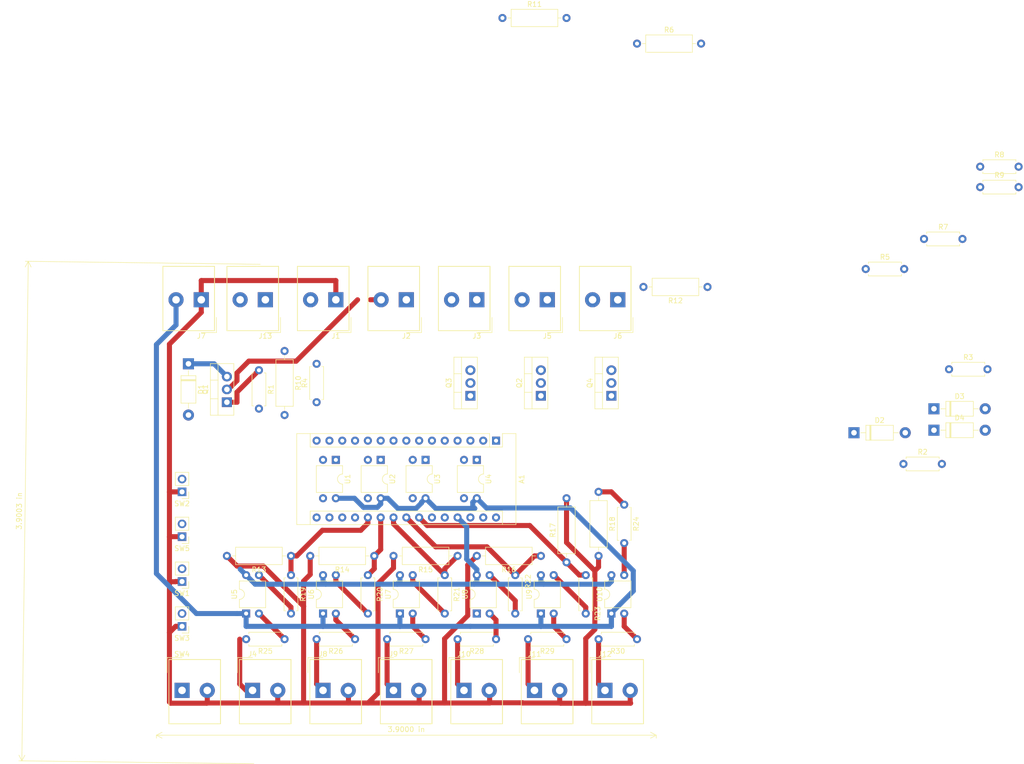
<source format=kicad_pcb>
(kicad_pcb (version 20171130) (host pcbnew "(5.1.2)-2")

  (general
    (thickness 1.6)
    (drawings 2)
    (tracks 210)
    (zones 0)
    (modules 67)
    (nets 47)
  )

  (page A4)
  (layers
    (0 F.Cu signal)
    (31 B.Cu signal)
    (32 B.Adhes user)
    (33 F.Adhes user)
    (34 B.Paste user)
    (35 F.Paste user)
    (36 B.SilkS user)
    (37 F.SilkS user)
    (38 B.Mask user)
    (39 F.Mask user)
    (40 Dwgs.User user)
    (41 Cmts.User user)
    (42 Eco1.User user)
    (43 Eco2.User user)
    (44 Edge.Cuts user)
    (45 Margin user)
    (46 B.CrtYd user)
    (47 F.CrtYd user)
    (48 B.Fab user)
    (49 F.Fab user)
  )

  (setup
    (last_trace_width 1)
    (user_trace_width 1)
    (user_trace_width 2)
    (trace_clearance 0.2)
    (zone_clearance 0.508)
    (zone_45_only no)
    (trace_min 0.2)
    (via_size 0.8)
    (via_drill 0.4)
    (via_min_size 0.4)
    (via_min_drill 0.3)
    (uvia_size 0.3)
    (uvia_drill 0.1)
    (uvias_allowed no)
    (uvia_min_size 0.2)
    (uvia_min_drill 0.1)
    (edge_width 0.05)
    (segment_width 0.2)
    (pcb_text_width 0.3)
    (pcb_text_size 1.5 1.5)
    (mod_edge_width 0.12)
    (mod_text_size 1 1)
    (mod_text_width 0.15)
    (pad_size 1.524 1.524)
    (pad_drill 0.762)
    (pad_to_mask_clearance 0.051)
    (solder_mask_min_width 0.25)
    (aux_axis_origin 0 0)
    (visible_elements 7FFFFFFF)
    (pcbplotparams
      (layerselection 0x010fc_ffffffff)
      (usegerberextensions false)
      (usegerberattributes false)
      (usegerberadvancedattributes false)
      (creategerberjobfile false)
      (excludeedgelayer true)
      (linewidth 0.100000)
      (plotframeref false)
      (viasonmask false)
      (mode 1)
      (useauxorigin false)
      (hpglpennumber 1)
      (hpglpenspeed 20)
      (hpglpendiameter 15.000000)
      (psnegative false)
      (psa4output false)
      (plotreference true)
      (plotvalue true)
      (plotinvisibletext false)
      (padsonsilk false)
      (subtractmaskfromsilk false)
      (outputformat 1)
      (mirror false)
      (drillshape 1)
      (scaleselection 1)
      (outputdirectory ""))
  )

  (net 0 "")
  (net 1 "Net-(A1-Pad13)")
  (net 2 +5V)
  (net 3 "Net-(A1-Pad11)")
  (net 4 "Net-(A1-Pad9)")
  (net 5 "Net-(A1-Pad22)")
  (net 6 "Net-(A1-Pad21)")
  (net 7 "Net-(A1-Pad20)")
  (net 8 Earth)
  (net 9 "Net-(D1-Pad2)")
  (net 10 "Net-(D2-Pad2)")
  (net 11 +24V)
  (net 12 "Net-(Q1-Pad1)")
  (net 13 "Net-(Q2-Pad1)")
  (net 14 "Net-(Q3-Pad1)")
  (net 15 "Net-(D1-Pad1)")
  (net 16 "Net-(A1-Pad25)")
  (net 17 "Net-(A1-Pad24)")
  (net 18 "Net-(A1-Pad23)")
  (net 19 "Net-(A1-Pad6)")
  (net 20 "Net-(D3-Pad2)")
  (net 21 "Net-(D4-Pad2)")
  (net 22 "Net-(J4-Pad1)")
  (net 23 "Net-(J8-Pad1)")
  (net 24 "Net-(J9-Pad1)")
  (net 25 "Net-(J10-Pad1)")
  (net 26 "Net-(J11-Pad1)")
  (net 27 "Net-(J12-Pad1)")
  (net 28 "Net-(Q4-Pad1)")
  (net 29 "Net-(R4-Pad1)")
  (net 30 "Net-(R7-Pad1)")
  (net 31 "Net-(R8-Pad1)")
  (net 32 "Net-(R9-Pad1)")
  (net 33 "Net-(R19-Pad2)")
  (net 34 "Net-(R20-Pad2)")
  (net 35 "Net-(R21-Pad2)")
  (net 36 "Net-(R22-Pad2)")
  (net 37 "Net-(R23-Pad2)")
  (net 38 "Net-(R24-Pad2)")
  (net 39 "Net-(R25-Pad1)")
  (net 40 "Net-(R26-Pad1)")
  (net 41 "Net-(R27-Pad1)")
  (net 42 "Net-(R28-Pad1)")
  (net 43 "Net-(R29-Pad1)")
  (net 44 "Net-(R30-Pad1)")
  (net 45 "Net-(A1-Pad27)")
  (net 46 "Net-(A1-Pad4)")

  (net_class Default "Это класс цепей по умолчанию."
    (clearance 0.2)
    (trace_width 0.5)
    (via_dia 0.8)
    (via_drill 0.4)
    (uvia_dia 0.3)
    (uvia_drill 0.1)
    (add_net "Net-(A1-Pad1)")
    (add_net "Net-(A1-Pad10)")
    (add_net "Net-(A1-Pad12)")
    (add_net "Net-(A1-Pad14)")
    (add_net "Net-(A1-Pad15)")
    (add_net "Net-(A1-Pad16)")
    (add_net "Net-(A1-Pad17)")
    (add_net "Net-(A1-Pad18)")
    (add_net "Net-(A1-Pad19)")
    (add_net "Net-(A1-Pad2)")
    (add_net "Net-(A1-Pad23)")
    (add_net "Net-(A1-Pad24)")
    (add_net "Net-(A1-Pad25)")
    (add_net "Net-(A1-Pad26)")
    (add_net "Net-(A1-Pad27)")
    (add_net "Net-(A1-Pad28)")
    (add_net "Net-(A1-Pad29)")
    (add_net "Net-(A1-Pad3)")
    (add_net "Net-(A1-Pad30)")
    (add_net "Net-(A1-Pad4)")
    (add_net "Net-(A1-Pad5)")
    (add_net "Net-(A1-Pad6)")
    (add_net "Net-(A1-Pad7)")
    (add_net "Net-(A1-Pad8)")
    (add_net "Net-(D3-Pad2)")
    (add_net "Net-(D4-Pad2)")
    (add_net "Net-(J10-Pad1)")
    (add_net "Net-(J11-Pad1)")
    (add_net "Net-(J12-Pad1)")
    (add_net "Net-(J4-Pad1)")
    (add_net "Net-(J8-Pad1)")
    (add_net "Net-(J9-Pad1)")
    (add_net "Net-(Q4-Pad1)")
    (add_net "Net-(R19-Pad2)")
    (add_net "Net-(R20-Pad2)")
    (add_net "Net-(R21-Pad2)")
    (add_net "Net-(R22-Pad2)")
    (add_net "Net-(R23-Pad2)")
    (add_net "Net-(R24-Pad2)")
    (add_net "Net-(R25-Pad1)")
    (add_net "Net-(R26-Pad1)")
    (add_net "Net-(R27-Pad1)")
    (add_net "Net-(R28-Pad1)")
    (add_net "Net-(R29-Pad1)")
    (add_net "Net-(R30-Pad1)")
    (add_net "Net-(R4-Pad1)")
    (add_net "Net-(R7-Pad1)")
    (add_net "Net-(R8-Pad1)")
    (add_net "Net-(R9-Pad1)")
    (add_net "Net-(U1-Pad3)")
    (add_net "Net-(U2-Pad3)")
    (add_net "Net-(U3-Pad3)")
    (add_net "Net-(U4-Pad3)")
  )

  (net_class широкая ""
    (clearance 0.5)
    (trace_width 1)
    (via_dia 2)
    (via_drill 0.4)
    (uvia_dia 0.3)
    (uvia_drill 0.1)
    (add_net +24V)
    (add_net +5V)
    (add_net Earth)
    (add_net "Net-(A1-Pad11)")
    (add_net "Net-(A1-Pad13)")
    (add_net "Net-(A1-Pad20)")
    (add_net "Net-(A1-Pad21)")
    (add_net "Net-(A1-Pad22)")
    (add_net "Net-(A1-Pad9)")
    (add_net "Net-(D1-Pad1)")
    (add_net "Net-(D1-Pad2)")
    (add_net "Net-(D2-Pad2)")
    (add_net "Net-(Q1-Pad1)")
    (add_net "Net-(Q2-Pad1)")
    (add_net "Net-(Q3-Pad1)")
  )

  (module TerminalBlock_Altech:Altech_AK300_1x02_P5.00mm_45-Degree (layer F.Cu) (tedit 5C27907F) (tstamp 5D2BEC1F)
    (at 95.25 157.48)
    (descr "Altech AK300 serie terminal block (Script generated with StandardBox.py) (http://www.altechcorp.com/PDFS/PCBMETRC.PDF)")
    (tags "Altech AK300 serie connector")
    (path /5DAA6942)
    (fp_text reference J8 (at 0 -7.2) (layer F.SilkS)
      (effects (font (size 1 1) (thickness 0.15)))
    )
    (fp_text value "геркон клапана 1" (at 2.5 7.5) (layer F.Fab)
      (effects (font (size 1 1) (thickness 0.15)))
    )
    (fp_text user %R (at 2.5 0.25) (layer F.Fab)
      (effects (font (size 1 1) (thickness 0.15)))
    )
    (fp_line (start -2.75 -6.25) (end -2.75 6.75) (layer F.CrtYd) (width 0.05))
    (fp_line (start -2.75 6.75) (end 7.75 6.75) (layer F.CrtYd) (width 0.05))
    (fp_line (start 7.75 -6.25) (end 7.75 6.75) (layer F.CrtYd) (width 0.05))
    (fp_line (start -2.75 -6.25) (end 7.75 -6.25) (layer F.CrtYd) (width 0.05))
    (fp_line (start -2.62 -6.12) (end -2.62 6.62) (layer F.SilkS) (width 0.12))
    (fp_line (start -2.62 6.62) (end 7.62 6.62) (layer F.SilkS) (width 0.12))
    (fp_line (start 7.62 -6.12) (end 7.62 6.62) (layer F.SilkS) (width 0.12))
    (fp_line (start -2.62 -6.12) (end 7.62 -6.12) (layer F.SilkS) (width 0.12))
    (fp_line (start -2.62 -6.12) (end -2.62 6.62) (layer F.SilkS) (width 0.12))
    (fp_line (start -2.62 6.62) (end 7.62 6.62) (layer F.SilkS) (width 0.12))
    (fp_line (start 7.62 -6.12) (end 7.62 6.62) (layer F.SilkS) (width 0.12))
    (fp_line (start -2.62 -6.12) (end 7.62 -6.12) (layer F.SilkS) (width 0.12))
    (fp_line (start -3 -6.5) (end 0 -6.5) (layer F.SilkS) (width 0.12))
    (fp_line (start -3 -3.5) (end -3 -6.5) (layer F.SilkS) (width 0.12))
    (fp_line (start -2.5 -5.5) (end -2 -6) (layer F.Fab) (width 0.1))
    (fp_line (start -2.5 6.5) (end -2.5 -5.5) (layer F.Fab) (width 0.1))
    (fp_line (start 7.5 6.5) (end -2.5 6.5) (layer F.Fab) (width 0.1))
    (fp_line (start 7.5 -6) (end 7.5 6.5) (layer F.Fab) (width 0.1))
    (fp_line (start -2 -6) (end 7.5 -6) (layer F.Fab) (width 0.1))
    (pad 2 thru_hole circle (at 5 0) (size 3 3) (drill 1.5) (layers *.Cu *.Mask)
      (net 8 Earth))
    (pad 1 thru_hole rect (at 0 0) (size 3 3) (drill 1.5) (layers *.Cu *.Mask)
      (net 23 "Net-(J8-Pad1)"))
    (model ${KISYS3DMOD}/TerminalBlock_Altech.3dshapes/Altech_AK300_1x02_P5.00mm_45-Degree.wrl
      (at (xyz 0 0 0))
      (scale (xyz 1 1 1))
      (rotate (xyz 0 0 0))
    )
  )

  (module TerminalBlock_Altech:Altech_AK300_1x02_P5.00mm_45-Degree (layer F.Cu) (tedit 5C27907F) (tstamp 5D2BEC6D)
    (at 137.16 157.48)
    (descr "Altech AK300 serie terminal block (Script generated with StandardBox.py) (http://www.altechcorp.com/PDFS/PCBMETRC.PDF)")
    (tags "Altech AK300 serie connector")
    (path /5DAD6CE4)
    (fp_text reference J11 (at 0 -7.2) (layer F.SilkS)
      (effects (font (size 1 1) (thickness 0.15)))
    )
    (fp_text value запасной (at 2.5 7.5) (layer F.Fab)
      (effects (font (size 1 1) (thickness 0.15)))
    )
    (fp_text user %R (at 2.5 0.25) (layer F.Fab)
      (effects (font (size 1 1) (thickness 0.15)))
    )
    (fp_line (start -2.75 -6.25) (end -2.75 6.75) (layer F.CrtYd) (width 0.05))
    (fp_line (start -2.75 6.75) (end 7.75 6.75) (layer F.CrtYd) (width 0.05))
    (fp_line (start 7.75 -6.25) (end 7.75 6.75) (layer F.CrtYd) (width 0.05))
    (fp_line (start -2.75 -6.25) (end 7.75 -6.25) (layer F.CrtYd) (width 0.05))
    (fp_line (start -2.62 -6.12) (end -2.62 6.62) (layer F.SilkS) (width 0.12))
    (fp_line (start -2.62 6.62) (end 7.62 6.62) (layer F.SilkS) (width 0.12))
    (fp_line (start 7.62 -6.12) (end 7.62 6.62) (layer F.SilkS) (width 0.12))
    (fp_line (start -2.62 -6.12) (end 7.62 -6.12) (layer F.SilkS) (width 0.12))
    (fp_line (start -2.62 -6.12) (end -2.62 6.62) (layer F.SilkS) (width 0.12))
    (fp_line (start -2.62 6.62) (end 7.62 6.62) (layer F.SilkS) (width 0.12))
    (fp_line (start 7.62 -6.12) (end 7.62 6.62) (layer F.SilkS) (width 0.12))
    (fp_line (start -2.62 -6.12) (end 7.62 -6.12) (layer F.SilkS) (width 0.12))
    (fp_line (start -3 -6.5) (end 0 -6.5) (layer F.SilkS) (width 0.12))
    (fp_line (start -3 -3.5) (end -3 -6.5) (layer F.SilkS) (width 0.12))
    (fp_line (start -2.5 -5.5) (end -2 -6) (layer F.Fab) (width 0.1))
    (fp_line (start -2.5 6.5) (end -2.5 -5.5) (layer F.Fab) (width 0.1))
    (fp_line (start 7.5 6.5) (end -2.5 6.5) (layer F.Fab) (width 0.1))
    (fp_line (start 7.5 -6) (end 7.5 6.5) (layer F.Fab) (width 0.1))
    (fp_line (start -2 -6) (end 7.5 -6) (layer F.Fab) (width 0.1))
    (pad 2 thru_hole circle (at 5 0) (size 3 3) (drill 1.5) (layers *.Cu *.Mask)
      (net 8 Earth))
    (pad 1 thru_hole rect (at 0 0) (size 3 3) (drill 1.5) (layers *.Cu *.Mask)
      (net 26 "Net-(J11-Pad1)"))
    (model ${KISYS3DMOD}/TerminalBlock_Altech.3dshapes/Altech_AK300_1x02_P5.00mm_45-Degree.wrl
      (at (xyz 0 0 0))
      (scale (xyz 1 1 1))
      (rotate (xyz 0 0 0))
    )
  )

  (module TerminalBlock_Altech:Altech_AK300_1x02_P5.00mm_45-Degree (layer F.Cu) (tedit 5C27907F) (tstamp 5D2BEB69)
    (at 97.79 80.01 180)
    (descr "Altech AK300 serie terminal block (Script generated with StandardBox.py) (http://www.altechcorp.com/PDFS/PCBMETRC.PDF)")
    (tags "Altech AK300 serie connector")
    (path /5DDC5F15)
    (fp_text reference J1 (at 0 -7.2) (layer F.SilkS)
      (effects (font (size 1 1) (thickness 0.15)))
    )
    (fp_text value "к БП" (at 2.5 7.5) (layer F.Fab)
      (effects (font (size 1 1) (thickness 0.15)))
    )
    (fp_text user %R (at 2.5 0.25) (layer F.Fab)
      (effects (font (size 1 1) (thickness 0.15)))
    )
    (fp_line (start -2.75 -6.25) (end -2.75 6.75) (layer F.CrtYd) (width 0.05))
    (fp_line (start -2.75 6.75) (end 7.75 6.75) (layer F.CrtYd) (width 0.05))
    (fp_line (start 7.75 -6.25) (end 7.75 6.75) (layer F.CrtYd) (width 0.05))
    (fp_line (start -2.75 -6.25) (end 7.75 -6.25) (layer F.CrtYd) (width 0.05))
    (fp_line (start -2.62 -6.12) (end -2.62 6.62) (layer F.SilkS) (width 0.12))
    (fp_line (start -2.62 6.62) (end 7.62 6.62) (layer F.SilkS) (width 0.12))
    (fp_line (start 7.62 -6.12) (end 7.62 6.62) (layer F.SilkS) (width 0.12))
    (fp_line (start -2.62 -6.12) (end 7.62 -6.12) (layer F.SilkS) (width 0.12))
    (fp_line (start -2.62 -6.12) (end -2.62 6.62) (layer F.SilkS) (width 0.12))
    (fp_line (start -2.62 6.62) (end 7.62 6.62) (layer F.SilkS) (width 0.12))
    (fp_line (start 7.62 -6.12) (end 7.62 6.62) (layer F.SilkS) (width 0.12))
    (fp_line (start -2.62 -6.12) (end 7.62 -6.12) (layer F.SilkS) (width 0.12))
    (fp_line (start -3 -6.5) (end 0 -6.5) (layer F.SilkS) (width 0.12))
    (fp_line (start -3 -3.5) (end -3 -6.5) (layer F.SilkS) (width 0.12))
    (fp_line (start -2.5 -5.5) (end -2 -6) (layer F.Fab) (width 0.1))
    (fp_line (start -2.5 6.5) (end -2.5 -5.5) (layer F.Fab) (width 0.1))
    (fp_line (start 7.5 6.5) (end -2.5 6.5) (layer F.Fab) (width 0.1))
    (fp_line (start 7.5 -6) (end 7.5 6.5) (layer F.Fab) (width 0.1))
    (fp_line (start -2 -6) (end 7.5 -6) (layer F.Fab) (width 0.1))
    (pad 2 thru_hole circle (at 5 0 180) (size 3 3) (drill 1.5) (layers *.Cu *.Mask)
      (net 11 +24V))
    (pad 1 thru_hole rect (at 0 0 180) (size 3 3) (drill 1.5) (layers *.Cu *.Mask)
      (net 8 Earth))
    (model ${KISYS3DMOD}/TerminalBlock_Altech.3dshapes/Altech_AK300_1x02_P5.00mm_45-Degree.wrl
      (at (xyz 0 0 0))
      (scale (xyz 1 1 1))
      (rotate (xyz 0 0 0))
    )
  )

  (module Package_DIP:DIP-4_W7.62mm (layer F.Cu) (tedit 5A02E8C5) (tstamp 5D2BB294)
    (at 115.57 111.76 270)
    (descr "4-lead though-hole mounted DIP package, row spacing 7.62 mm (300 mils)")
    (tags "THT DIP DIL PDIP 2.54mm 7.62mm 300mil")
    (path /5D2F61EF)
    (fp_text reference U3 (at 3.81 -2.33 90) (layer F.SilkS)
      (effects (font (size 1 1) (thickness 0.15)))
    )
    (fp_text value PC817 (at 3.81 4.87 90) (layer F.Fab)
      (effects (font (size 1 1) (thickness 0.15)))
    )
    (fp_text user %R (at 3.81 1.27 90) (layer F.Fab)
      (effects (font (size 1 1) (thickness 0.15)))
    )
    (fp_line (start 8.7 -1.55) (end -1.1 -1.55) (layer F.CrtYd) (width 0.05))
    (fp_line (start 8.7 4.1) (end 8.7 -1.55) (layer F.CrtYd) (width 0.05))
    (fp_line (start -1.1 4.1) (end 8.7 4.1) (layer F.CrtYd) (width 0.05))
    (fp_line (start -1.1 -1.55) (end -1.1 4.1) (layer F.CrtYd) (width 0.05))
    (fp_line (start 6.46 -1.33) (end 4.81 -1.33) (layer F.SilkS) (width 0.12))
    (fp_line (start 6.46 3.87) (end 6.46 -1.33) (layer F.SilkS) (width 0.12))
    (fp_line (start 1.16 3.87) (end 6.46 3.87) (layer F.SilkS) (width 0.12))
    (fp_line (start 1.16 -1.33) (end 1.16 3.87) (layer F.SilkS) (width 0.12))
    (fp_line (start 2.81 -1.33) (end 1.16 -1.33) (layer F.SilkS) (width 0.12))
    (fp_line (start 0.635 -0.27) (end 1.635 -1.27) (layer F.Fab) (width 0.1))
    (fp_line (start 0.635 3.81) (end 0.635 -0.27) (layer F.Fab) (width 0.1))
    (fp_line (start 6.985 3.81) (end 0.635 3.81) (layer F.Fab) (width 0.1))
    (fp_line (start 6.985 -1.27) (end 6.985 3.81) (layer F.Fab) (width 0.1))
    (fp_line (start 1.635 -1.27) (end 6.985 -1.27) (layer F.Fab) (width 0.1))
    (fp_arc (start 3.81 -1.33) (end 2.81 -1.33) (angle -180) (layer F.SilkS) (width 0.12))
    (pad 4 thru_hole oval (at 7.62 0 270) (size 1.6 1.6) (drill 0.8) (layers *.Cu *.Mask)
      (net 2 +5V))
    (pad 2 thru_hole oval (at 0 2.54 270) (size 1.6 1.6) (drill 0.8) (layers *.Cu *.Mask)
      (net 46 "Net-(A1-Pad4)"))
    (pad 3 thru_hole oval (at 7.62 2.54 270) (size 1.6 1.6) (drill 0.8) (layers *.Cu *.Mask))
    (pad 1 thru_hole rect (at 0 0 270) (size 1.6 1.6) (drill 0.8) (layers *.Cu *.Mask)
      (net 31 "Net-(R8-Pad1)"))
    (model ${KISYS3DMOD}/Package_DIP.3dshapes/DIP-4_W7.62mm.wrl
      (at (xyz 0 0 0))
      (scale (xyz 1 1 1))
      (rotate (xyz 0 0 0))
    )
  )

  (module Package_DIP:DIP-4_W7.62mm (layer F.Cu) (tedit 5A02E8C5) (tstamp 5D2BB24E)
    (at 97.79 111.76 270)
    (descr "4-lead though-hole mounted DIP package, row spacing 7.62 mm (300 mils)")
    (tags "THT DIP DIL PDIP 2.54mm 7.62mm 300mil")
    (path /5D3A8F0D)
    (fp_text reference U1 (at 3.81 -2.33 90) (layer F.SilkS)
      (effects (font (size 1 1) (thickness 0.15)))
    )
    (fp_text value PC817 (at 3.81 4.87 90) (layer F.Fab)
      (effects (font (size 1 1) (thickness 0.15)))
    )
    (fp_text user %R (at 3.81 1.27 90) (layer F.Fab)
      (effects (font (size 1 1) (thickness 0.15)))
    )
    (fp_line (start 8.7 -1.55) (end -1.1 -1.55) (layer F.CrtYd) (width 0.05))
    (fp_line (start 8.7 4.1) (end 8.7 -1.55) (layer F.CrtYd) (width 0.05))
    (fp_line (start -1.1 4.1) (end 8.7 4.1) (layer F.CrtYd) (width 0.05))
    (fp_line (start -1.1 -1.55) (end -1.1 4.1) (layer F.CrtYd) (width 0.05))
    (fp_line (start 6.46 -1.33) (end 4.81 -1.33) (layer F.SilkS) (width 0.12))
    (fp_line (start 6.46 3.87) (end 6.46 -1.33) (layer F.SilkS) (width 0.12))
    (fp_line (start 1.16 3.87) (end 6.46 3.87) (layer F.SilkS) (width 0.12))
    (fp_line (start 1.16 -1.33) (end 1.16 3.87) (layer F.SilkS) (width 0.12))
    (fp_line (start 2.81 -1.33) (end 1.16 -1.33) (layer F.SilkS) (width 0.12))
    (fp_line (start 0.635 -0.27) (end 1.635 -1.27) (layer F.Fab) (width 0.1))
    (fp_line (start 0.635 3.81) (end 0.635 -0.27) (layer F.Fab) (width 0.1))
    (fp_line (start 6.985 3.81) (end 0.635 3.81) (layer F.Fab) (width 0.1))
    (fp_line (start 6.985 -1.27) (end 6.985 3.81) (layer F.Fab) (width 0.1))
    (fp_line (start 1.635 -1.27) (end 6.985 -1.27) (layer F.Fab) (width 0.1))
    (fp_arc (start 3.81 -1.33) (end 2.81 -1.33) (angle -180) (layer F.SilkS) (width 0.12))
    (pad 4 thru_hole oval (at 7.62 0 270) (size 1.6 1.6) (drill 0.8) (layers *.Cu *.Mask)
      (net 2 +5V))
    (pad 2 thru_hole oval (at 0 2.54 270) (size 1.6 1.6) (drill 0.8) (layers *.Cu *.Mask)
      (net 46 "Net-(A1-Pad4)"))
    (pad 3 thru_hole oval (at 7.62 2.54 270) (size 1.6 1.6) (drill 0.8) (layers *.Cu *.Mask))
    (pad 1 thru_hole rect (at 0 0 270) (size 1.6 1.6) (drill 0.8) (layers *.Cu *.Mask)
      (net 29 "Net-(R4-Pad1)"))
    (model ${KISYS3DMOD}/Package_DIP.3dshapes/DIP-4_W7.62mm.wrl
      (at (xyz 0 0 0))
      (scale (xyz 1 1 1))
      (rotate (xyz 0 0 0))
    )
  )

  (module Connector_PinHeader_2.54mm:PinHeader_1x02_P2.54mm_Vertical (layer F.Cu) (tedit 59FED5CC) (tstamp 5D2BB236)
    (at 67.31 127 180)
    (descr "Through hole straight pin header, 1x02, 2.54mm pitch, single row")
    (tags "Through hole pin header THT 1x02 2.54mm single row")
    (path /5D2F61D0)
    (fp_text reference SW5 (at 0 -2.33) (layer F.SilkS)
      (effects (font (size 1 1) (thickness 0.15)))
    )
    (fp_text value Кнопка (at 0 4.87) (layer F.Fab)
      (effects (font (size 1 1) (thickness 0.15)))
    )
    (fp_text user %R (at 0 1.27 90) (layer F.Fab)
      (effects (font (size 1 1) (thickness 0.15)))
    )
    (fp_line (start 1.8 -1.8) (end -1.8 -1.8) (layer F.CrtYd) (width 0.05))
    (fp_line (start 1.8 4.35) (end 1.8 -1.8) (layer F.CrtYd) (width 0.05))
    (fp_line (start -1.8 4.35) (end 1.8 4.35) (layer F.CrtYd) (width 0.05))
    (fp_line (start -1.8 -1.8) (end -1.8 4.35) (layer F.CrtYd) (width 0.05))
    (fp_line (start -1.33 -1.33) (end 0 -1.33) (layer F.SilkS) (width 0.12))
    (fp_line (start -1.33 0) (end -1.33 -1.33) (layer F.SilkS) (width 0.12))
    (fp_line (start -1.33 1.27) (end 1.33 1.27) (layer F.SilkS) (width 0.12))
    (fp_line (start 1.33 1.27) (end 1.33 3.87) (layer F.SilkS) (width 0.12))
    (fp_line (start -1.33 1.27) (end -1.33 3.87) (layer F.SilkS) (width 0.12))
    (fp_line (start -1.33 3.87) (end 1.33 3.87) (layer F.SilkS) (width 0.12))
    (fp_line (start -1.27 -0.635) (end -0.635 -1.27) (layer F.Fab) (width 0.1))
    (fp_line (start -1.27 3.81) (end -1.27 -0.635) (layer F.Fab) (width 0.1))
    (fp_line (start 1.27 3.81) (end -1.27 3.81) (layer F.Fab) (width 0.1))
    (fp_line (start 1.27 -1.27) (end 1.27 3.81) (layer F.Fab) (width 0.1))
    (fp_line (start -0.635 -1.27) (end 1.27 -1.27) (layer F.Fab) (width 0.1))
    (pad 2 thru_hole oval (at 0 2.54 180) (size 1.7 1.7) (drill 1) (layers *.Cu *.Mask)
      (net 21 "Net-(D4-Pad2)"))
    (pad 1 thru_hole rect (at 0 0 180) (size 1.7 1.7) (drill 1) (layers *.Cu *.Mask)
      (net 8 Earth))
    (model ${KISYS3DMOD}/Connector_PinHeader_2.54mm.3dshapes/PinHeader_1x02_P2.54mm_Vertical.wrl
      (at (xyz 0 0 0))
      (scale (xyz 1 1 1))
      (rotate (xyz 0 0 0))
    )
  )

  (module TerminalBlock_Altech:Altech_AK300_1x02_P5.00mm_45-Degree (layer F.Cu) (tedit 5C27907F) (tstamp 5D2BB220)
    (at 67.31 157.48)
    (descr "Altech AK300 serie terminal block (Script generated with StandardBox.py) (http://www.altechcorp.com/PDFS/PCBMETRC.PDF)")
    (tags "Altech AK300 serie connector")
    (path /5D303D0F)
    (fp_text reference SW4 (at 0 -7.2) (layer F.SilkS)
      (effects (font (size 1 1) (thickness 0.15)))
    )
    (fp_text value "Выключить автоматику" (at 2.5 7.5) (layer F.Fab)
      (effects (font (size 1 1) (thickness 0.15)))
    )
    (fp_text user %R (at 2.5 0.25) (layer F.Fab)
      (effects (font (size 1 1) (thickness 0.15)))
    )
    (fp_line (start -2.75 -6.25) (end -2.75 6.75) (layer F.CrtYd) (width 0.05))
    (fp_line (start -2.75 6.75) (end 7.75 6.75) (layer F.CrtYd) (width 0.05))
    (fp_line (start 7.75 -6.25) (end 7.75 6.75) (layer F.CrtYd) (width 0.05))
    (fp_line (start -2.75 -6.25) (end 7.75 -6.25) (layer F.CrtYd) (width 0.05))
    (fp_line (start -2.62 -6.12) (end -2.62 6.62) (layer F.SilkS) (width 0.12))
    (fp_line (start -2.62 6.62) (end 7.62 6.62) (layer F.SilkS) (width 0.12))
    (fp_line (start 7.62 -6.12) (end 7.62 6.62) (layer F.SilkS) (width 0.12))
    (fp_line (start -2.62 -6.12) (end 7.62 -6.12) (layer F.SilkS) (width 0.12))
    (fp_line (start -2.62 -6.12) (end -2.62 6.62) (layer F.SilkS) (width 0.12))
    (fp_line (start -2.62 6.62) (end 7.62 6.62) (layer F.SilkS) (width 0.12))
    (fp_line (start 7.62 -6.12) (end 7.62 6.62) (layer F.SilkS) (width 0.12))
    (fp_line (start -2.62 -6.12) (end 7.62 -6.12) (layer F.SilkS) (width 0.12))
    (fp_line (start -3 -6.5) (end 0 -6.5) (layer F.SilkS) (width 0.12))
    (fp_line (start -3 -3.5) (end -3 -6.5) (layer F.SilkS) (width 0.12))
    (fp_line (start -2.5 -5.5) (end -2 -6) (layer F.Fab) (width 0.1))
    (fp_line (start -2.5 6.5) (end -2.5 -5.5) (layer F.Fab) (width 0.1))
    (fp_line (start 7.5 6.5) (end -2.5 6.5) (layer F.Fab) (width 0.1))
    (fp_line (start 7.5 -6) (end 7.5 6.5) (layer F.Fab) (width 0.1))
    (fp_line (start -2 -6) (end 7.5 -6) (layer F.Fab) (width 0.1))
    (pad 2 thru_hole circle (at 5 0) (size 3 3) (drill 1.5) (layers *.Cu *.Mask)
      (net 8 Earth))
    (pad 1 thru_hole rect (at 0 0) (size 3 3) (drill 1.5) (layers *.Cu *.Mask)
      (net 15 "Net-(D1-Pad1)"))
    (model ${KISYS3DMOD}/TerminalBlock_Altech.3dshapes/Altech_AK300_1x02_P5.00mm_45-Degree.wrl
      (at (xyz 0 0 0))
      (scale (xyz 1 1 1))
      (rotate (xyz 0 0 0))
    )
  )

  (module Connector_PinHeader_2.54mm:PinHeader_1x02_P2.54mm_Vertical (layer F.Cu) (tedit 59FED5CC) (tstamp 5D2BB206)
    (at 67.31 144.78 180)
    (descr "Through hole straight pin header, 1x02, 2.54mm pitch, single row")
    (tags "Through hole pin header THT 1x02 2.54mm single row")
    (path /5D28DDEC)
    (fp_text reference SW3 (at 0 -2.33) (layer F.SilkS)
      (effects (font (size 1 1) (thickness 0.15)))
    )
    (fp_text value Кнопка (at 0 4.87) (layer F.Fab)
      (effects (font (size 1 1) (thickness 0.15)))
    )
    (fp_text user %R (at 0 1.27 90) (layer F.Fab)
      (effects (font (size 1 1) (thickness 0.15)))
    )
    (fp_line (start 1.8 -1.8) (end -1.8 -1.8) (layer F.CrtYd) (width 0.05))
    (fp_line (start 1.8 4.35) (end 1.8 -1.8) (layer F.CrtYd) (width 0.05))
    (fp_line (start -1.8 4.35) (end 1.8 4.35) (layer F.CrtYd) (width 0.05))
    (fp_line (start -1.8 -1.8) (end -1.8 4.35) (layer F.CrtYd) (width 0.05))
    (fp_line (start -1.33 -1.33) (end 0 -1.33) (layer F.SilkS) (width 0.12))
    (fp_line (start -1.33 0) (end -1.33 -1.33) (layer F.SilkS) (width 0.12))
    (fp_line (start -1.33 1.27) (end 1.33 1.27) (layer F.SilkS) (width 0.12))
    (fp_line (start 1.33 1.27) (end 1.33 3.87) (layer F.SilkS) (width 0.12))
    (fp_line (start -1.33 1.27) (end -1.33 3.87) (layer F.SilkS) (width 0.12))
    (fp_line (start -1.33 3.87) (end 1.33 3.87) (layer F.SilkS) (width 0.12))
    (fp_line (start -1.27 -0.635) (end -0.635 -1.27) (layer F.Fab) (width 0.1))
    (fp_line (start -1.27 3.81) (end -1.27 -0.635) (layer F.Fab) (width 0.1))
    (fp_line (start 1.27 3.81) (end -1.27 3.81) (layer F.Fab) (width 0.1))
    (fp_line (start 1.27 -1.27) (end 1.27 3.81) (layer F.Fab) (width 0.1))
    (fp_line (start -0.635 -1.27) (end 1.27 -1.27) (layer F.Fab) (width 0.1))
    (pad 2 thru_hole oval (at 0 2.54 180) (size 1.7 1.7) (drill 1) (layers *.Cu *.Mask)
      (net 20 "Net-(D3-Pad2)"))
    (pad 1 thru_hole rect (at 0 0 180) (size 1.7 1.7) (drill 1) (layers *.Cu *.Mask)
      (net 8 Earth))
    (model ${KISYS3DMOD}/Connector_PinHeader_2.54mm.3dshapes/PinHeader_1x02_P2.54mm_Vertical.wrl
      (at (xyz 0 0 0))
      (scale (xyz 1 1 1))
      (rotate (xyz 0 0 0))
    )
  )

  (module Connector_PinHeader_2.54mm:PinHeader_1x02_P2.54mm_Vertical (layer F.Cu) (tedit 59FED5CC) (tstamp 5D2BB1F0)
    (at 67.31 118.11 180)
    (descr "Through hole straight pin header, 1x02, 2.54mm pitch, single row")
    (tags "Through hole pin header THT 1x02 2.54mm single row")
    (path /5D316E97)
    (fp_text reference SW2 (at 0 -2.33) (layer F.SilkS)
      (effects (font (size 1 1) (thickness 0.15)))
    )
    (fp_text value Кнопка (at 0 4.87) (layer F.Fab)
      (effects (font (size 1 1) (thickness 0.15)))
    )
    (fp_text user %R (at 0 1.27 90) (layer F.Fab)
      (effects (font (size 1 1) (thickness 0.15)))
    )
    (fp_line (start 1.8 -1.8) (end -1.8 -1.8) (layer F.CrtYd) (width 0.05))
    (fp_line (start 1.8 4.35) (end 1.8 -1.8) (layer F.CrtYd) (width 0.05))
    (fp_line (start -1.8 4.35) (end 1.8 4.35) (layer F.CrtYd) (width 0.05))
    (fp_line (start -1.8 -1.8) (end -1.8 4.35) (layer F.CrtYd) (width 0.05))
    (fp_line (start -1.33 -1.33) (end 0 -1.33) (layer F.SilkS) (width 0.12))
    (fp_line (start -1.33 0) (end -1.33 -1.33) (layer F.SilkS) (width 0.12))
    (fp_line (start -1.33 1.27) (end 1.33 1.27) (layer F.SilkS) (width 0.12))
    (fp_line (start 1.33 1.27) (end 1.33 3.87) (layer F.SilkS) (width 0.12))
    (fp_line (start -1.33 1.27) (end -1.33 3.87) (layer F.SilkS) (width 0.12))
    (fp_line (start -1.33 3.87) (end 1.33 3.87) (layer F.SilkS) (width 0.12))
    (fp_line (start -1.27 -0.635) (end -0.635 -1.27) (layer F.Fab) (width 0.1))
    (fp_line (start -1.27 3.81) (end -1.27 -0.635) (layer F.Fab) (width 0.1))
    (fp_line (start 1.27 3.81) (end -1.27 3.81) (layer F.Fab) (width 0.1))
    (fp_line (start 1.27 -1.27) (end 1.27 3.81) (layer F.Fab) (width 0.1))
    (fp_line (start -0.635 -1.27) (end 1.27 -1.27) (layer F.Fab) (width 0.1))
    (pad 2 thru_hole oval (at 0 2.54 180) (size 1.7 1.7) (drill 1) (layers *.Cu *.Mask)
      (net 10 "Net-(D2-Pad2)"))
    (pad 1 thru_hole rect (at 0 0 180) (size 1.7 1.7) (drill 1) (layers *.Cu *.Mask)
      (net 8 Earth))
    (model ${KISYS3DMOD}/Connector_PinHeader_2.54mm.3dshapes/PinHeader_1x02_P2.54mm_Vertical.wrl
      (at (xyz 0 0 0))
      (scale (xyz 1 1 1))
      (rotate (xyz 0 0 0))
    )
  )

  (module Connector_PinHeader_2.54mm:PinHeader_1x02_P2.54mm_Vertical (layer F.Cu) (tedit 59FED5CC) (tstamp 5D2BB1DA)
    (at 67.31 135.89 180)
    (descr "Through hole straight pin header, 1x02, 2.54mm pitch, single row")
    (tags "Through hole pin header THT 1x02 2.54mm single row")
    (path /5D3A8EEE)
    (fp_text reference SW1 (at 0 -2.33) (layer F.SilkS)
      (effects (font (size 1 1) (thickness 0.15)))
    )
    (fp_text value Кнопка (at 0 4.87) (layer F.Fab)
      (effects (font (size 1 1) (thickness 0.15)))
    )
    (fp_text user %R (at 0 1.27 90) (layer F.Fab)
      (effects (font (size 1 1) (thickness 0.15)))
    )
    (fp_line (start 1.8 -1.8) (end -1.8 -1.8) (layer F.CrtYd) (width 0.05))
    (fp_line (start 1.8 4.35) (end 1.8 -1.8) (layer F.CrtYd) (width 0.05))
    (fp_line (start -1.8 4.35) (end 1.8 4.35) (layer F.CrtYd) (width 0.05))
    (fp_line (start -1.8 -1.8) (end -1.8 4.35) (layer F.CrtYd) (width 0.05))
    (fp_line (start -1.33 -1.33) (end 0 -1.33) (layer F.SilkS) (width 0.12))
    (fp_line (start -1.33 0) (end -1.33 -1.33) (layer F.SilkS) (width 0.12))
    (fp_line (start -1.33 1.27) (end 1.33 1.27) (layer F.SilkS) (width 0.12))
    (fp_line (start 1.33 1.27) (end 1.33 3.87) (layer F.SilkS) (width 0.12))
    (fp_line (start -1.33 1.27) (end -1.33 3.87) (layer F.SilkS) (width 0.12))
    (fp_line (start -1.33 3.87) (end 1.33 3.87) (layer F.SilkS) (width 0.12))
    (fp_line (start -1.27 -0.635) (end -0.635 -1.27) (layer F.Fab) (width 0.1))
    (fp_line (start -1.27 3.81) (end -1.27 -0.635) (layer F.Fab) (width 0.1))
    (fp_line (start 1.27 3.81) (end -1.27 3.81) (layer F.Fab) (width 0.1))
    (fp_line (start 1.27 -1.27) (end 1.27 3.81) (layer F.Fab) (width 0.1))
    (fp_line (start -0.635 -1.27) (end 1.27 -1.27) (layer F.Fab) (width 0.1))
    (pad 2 thru_hole oval (at 0 2.54 180) (size 1.7 1.7) (drill 1) (layers *.Cu *.Mask)
      (net 9 "Net-(D1-Pad2)"))
    (pad 1 thru_hole rect (at 0 0 180) (size 1.7 1.7) (drill 1) (layers *.Cu *.Mask)
      (net 8 Earth))
    (model ${KISYS3DMOD}/Connector_PinHeader_2.54mm.3dshapes/PinHeader_1x02_P2.54mm_Vertical.wrl
      (at (xyz 0 0 0))
      (scale (xyz 1 1 1))
      (rotate (xyz 0 0 0))
    )
  )

  (module Resistor_THT:R_Axial_DIN0207_L6.3mm_D2.5mm_P7.62mm_Horizontal (layer F.Cu) (tedit 5AE5139B) (tstamp 5D2BB0BC)
    (at 154.94 120.65 270)
    (descr "Resistor, Axial_DIN0207 series, Axial, Horizontal, pin pitch=7.62mm, 0.25W = 1/4W, length*diameter=6.3*2.5mm^2, http://cdn-reichelt.de/documents/datenblatt/B400/1_4W%23YAG.pdf")
    (tags "Resistor Axial_DIN0207 series Axial Horizontal pin pitch 7.62mm 0.25W = 1/4W length 6.3mm diameter 2.5mm")
    (path /5D67E2F3)
    (fp_text reference R24 (at 3.81 -2.37 90) (layer F.SilkS)
      (effects (font (size 1 1) (thickness 0.15)))
    )
    (fp_text value 470 (at 10.16 0 270) (layer F.Fab)
      (effects (font (size 1 1) (thickness 0.15)))
    )
    (fp_text user %R (at 3.81 0 90) (layer F.Fab)
      (effects (font (size 1 1) (thickness 0.15)))
    )
    (fp_line (start 8.67 -1.5) (end -1.05 -1.5) (layer F.CrtYd) (width 0.05))
    (fp_line (start 8.67 1.5) (end 8.67 -1.5) (layer F.CrtYd) (width 0.05))
    (fp_line (start -1.05 1.5) (end 8.67 1.5) (layer F.CrtYd) (width 0.05))
    (fp_line (start -1.05 -1.5) (end -1.05 1.5) (layer F.CrtYd) (width 0.05))
    (fp_line (start 7.08 1.37) (end 7.08 1.04) (layer F.SilkS) (width 0.12))
    (fp_line (start 0.54 1.37) (end 7.08 1.37) (layer F.SilkS) (width 0.12))
    (fp_line (start 0.54 1.04) (end 0.54 1.37) (layer F.SilkS) (width 0.12))
    (fp_line (start 7.08 -1.37) (end 7.08 -1.04) (layer F.SilkS) (width 0.12))
    (fp_line (start 0.54 -1.37) (end 7.08 -1.37) (layer F.SilkS) (width 0.12))
    (fp_line (start 0.54 -1.04) (end 0.54 -1.37) (layer F.SilkS) (width 0.12))
    (fp_line (start 7.62 0) (end 6.96 0) (layer F.Fab) (width 0.1))
    (fp_line (start 0 0) (end 0.66 0) (layer F.Fab) (width 0.1))
    (fp_line (start 6.96 -1.25) (end 0.66 -1.25) (layer F.Fab) (width 0.1))
    (fp_line (start 6.96 1.25) (end 6.96 -1.25) (layer F.Fab) (width 0.1))
    (fp_line (start 0.66 1.25) (end 6.96 1.25) (layer F.Fab) (width 0.1))
    (fp_line (start 0.66 -1.25) (end 0.66 1.25) (layer F.Fab) (width 0.1))
    (pad 2 thru_hole oval (at 7.62 0 270) (size 1.6 1.6) (drill 0.8) (layers *.Cu *.Mask)
      (net 38 "Net-(R24-Pad2)"))
    (pad 1 thru_hole circle (at 0 0 270) (size 1.6 1.6) (drill 0.8) (layers *.Cu *.Mask)
      (net 16 "Net-(A1-Pad25)"))
    (model ${KISYS3DMOD}/Resistor_THT.3dshapes/R_Axial_DIN0207_L6.3mm_D2.5mm_P7.62mm_Horizontal.wrl
      (at (xyz 0 0 0))
      (scale (xyz 1 1 1))
      (rotate (xyz 0 0 0))
    )
  )

  (module Resistor_THT:R_Axial_DIN0207_L6.3mm_D2.5mm_P7.62mm_Horizontal (layer F.Cu) (tedit 5AE5139B) (tstamp 5D2BB079)
    (at 133.35 134.62 270)
    (descr "Resistor, Axial_DIN0207 series, Axial, Horizontal, pin pitch=7.62mm, 0.25W = 1/4W, length*diameter=6.3*2.5mm^2, http://cdn-reichelt.de/documents/datenblatt/B400/1_4W%23YAG.pdf")
    (tags "Resistor Axial_DIN0207 series Axial Horizontal pin pitch 7.62mm 0.25W = 1/4W length 6.3mm diameter 2.5mm")
    (path /5D73978D)
    (fp_text reference R22 (at 1.27 -2.54 90) (layer F.SilkS)
      (effects (font (size 1 1) (thickness 0.15)))
    )
    (fp_text value 470 (at 7.62 -2.54 90) (layer F.Fab)
      (effects (font (size 1 1) (thickness 0.15)))
    )
    (fp_text user %R (at 3.81 0 90) (layer F.Fab)
      (effects (font (size 1 1) (thickness 0.15)))
    )
    (fp_line (start 8.67 -1.5) (end -1.05 -1.5) (layer F.CrtYd) (width 0.05))
    (fp_line (start 8.67 1.5) (end 8.67 -1.5) (layer F.CrtYd) (width 0.05))
    (fp_line (start -1.05 1.5) (end 8.67 1.5) (layer F.CrtYd) (width 0.05))
    (fp_line (start -1.05 -1.5) (end -1.05 1.5) (layer F.CrtYd) (width 0.05))
    (fp_line (start 7.08 1.37) (end 7.08 1.04) (layer F.SilkS) (width 0.12))
    (fp_line (start 0.54 1.37) (end 7.08 1.37) (layer F.SilkS) (width 0.12))
    (fp_line (start 0.54 1.04) (end 0.54 1.37) (layer F.SilkS) (width 0.12))
    (fp_line (start 7.08 -1.37) (end 7.08 -1.04) (layer F.SilkS) (width 0.12))
    (fp_line (start 0.54 -1.37) (end 7.08 -1.37) (layer F.SilkS) (width 0.12))
    (fp_line (start 0.54 -1.04) (end 0.54 -1.37) (layer F.SilkS) (width 0.12))
    (fp_line (start 7.62 0) (end 6.96 0) (layer F.Fab) (width 0.1))
    (fp_line (start 0 0) (end 0.66 0) (layer F.Fab) (width 0.1))
    (fp_line (start 6.96 -1.25) (end 0.66 -1.25) (layer F.Fab) (width 0.1))
    (fp_line (start 6.96 1.25) (end 6.96 -1.25) (layer F.Fab) (width 0.1))
    (fp_line (start 0.66 1.25) (end 6.96 1.25) (layer F.Fab) (width 0.1))
    (fp_line (start 0.66 -1.25) (end 0.66 1.25) (layer F.Fab) (width 0.1))
    (pad 2 thru_hole oval (at 7.62 0 270) (size 1.6 1.6) (drill 0.8) (layers *.Cu *.Mask)
      (net 36 "Net-(R22-Pad2)"))
    (pad 1 thru_hole circle (at 0 0 270) (size 1.6 1.6) (drill 0.8) (layers *.Cu *.Mask)
      (net 18 "Net-(A1-Pad23)"))
    (model ${KISYS3DMOD}/Resistor_THT.3dshapes/R_Axial_DIN0207_L6.3mm_D2.5mm_P7.62mm_Horizontal.wrl
      (at (xyz 0 0 0))
      (scale (xyz 1 1 1))
      (rotate (xyz 0 0 0))
    )
  )

  (module Resistor_THT:R_Axial_DIN0207_L6.3mm_D2.5mm_P7.62mm_Horizontal (layer F.Cu) (tedit 5AE5139B) (tstamp 5D2BB036)
    (at 104.14 134.62 270)
    (descr "Resistor, Axial_DIN0207 series, Axial, Horizontal, pin pitch=7.62mm, 0.25W = 1/4W, length*diameter=6.3*2.5mm^2, http://cdn-reichelt.de/documents/datenblatt/B400/1_4W%23YAG.pdf")
    (tags "Resistor Axial_DIN0207 series Axial Horizontal pin pitch 7.62mm 0.25W = 1/4W length 6.3mm diameter 2.5mm")
    (path /5D746CB8)
    (fp_text reference R20 (at 3.81 -2.37 90) (layer F.SilkS)
      (effects (font (size 1 1) (thickness 0.15)))
    )
    (fp_text value 470 (at 3.81 2.37 90) (layer F.Fab)
      (effects (font (size 1 1) (thickness 0.15)))
    )
    (fp_line (start 0.66 -1.25) (end 0.66 1.25) (layer F.Fab) (width 0.1))
    (fp_line (start 0.66 1.25) (end 6.96 1.25) (layer F.Fab) (width 0.1))
    (fp_line (start 6.96 1.25) (end 6.96 -1.25) (layer F.Fab) (width 0.1))
    (fp_line (start 6.96 -1.25) (end 0.66 -1.25) (layer F.Fab) (width 0.1))
    (fp_line (start 0 0) (end 0.66 0) (layer F.Fab) (width 0.1))
    (fp_line (start 7.62 0) (end 6.96 0) (layer F.Fab) (width 0.1))
    (fp_line (start 0.54 -1.04) (end 0.54 -1.37) (layer F.SilkS) (width 0.12))
    (fp_line (start 0.54 -1.37) (end 7.08 -1.37) (layer F.SilkS) (width 0.12))
    (fp_line (start 7.08 -1.37) (end 7.08 -1.04) (layer F.SilkS) (width 0.12))
    (fp_line (start 0.54 1.04) (end 0.54 1.37) (layer F.SilkS) (width 0.12))
    (fp_line (start 0.54 1.37) (end 7.08 1.37) (layer F.SilkS) (width 0.12))
    (fp_line (start 7.08 1.37) (end 7.08 1.04) (layer F.SilkS) (width 0.12))
    (fp_line (start -1.05 -1.5) (end -1.05 1.5) (layer F.CrtYd) (width 0.05))
    (fp_line (start -1.05 1.5) (end 8.67 1.5) (layer F.CrtYd) (width 0.05))
    (fp_line (start 8.67 1.5) (end 8.67 -1.5) (layer F.CrtYd) (width 0.05))
    (fp_line (start 8.67 -1.5) (end -1.05 -1.5) (layer F.CrtYd) (width 0.05))
    (fp_text user %R (at 3.81 0 90) (layer F.Fab)
      (effects (font (size 1 1) (thickness 0.15)))
    )
    (pad 1 thru_hole circle (at 0 0 270) (size 1.6 1.6) (drill 0.8) (layers *.Cu *.Mask)
      (net 6 "Net-(A1-Pad21)"))
    (pad 2 thru_hole oval (at 7.62 0 270) (size 1.6 1.6) (drill 0.8) (layers *.Cu *.Mask)
      (net 34 "Net-(R20-Pad2)"))
    (model ${KISYS3DMOD}/Resistor_THT.3dshapes/R_Axial_DIN0207_L6.3mm_D2.5mm_P7.62mm_Horizontal.wrl
      (at (xyz 0 0 0))
      (scale (xyz 1 1 1))
      (rotate (xyz 0 0 0))
    )
  )

  (module Resistor_THT:R_Axial_DIN0207_L6.3mm_D2.5mm_P7.62mm_Horizontal (layer F.Cu) (tedit 5AE5139B) (tstamp 5D2BAE67)
    (at 225.49 57.67)
    (descr "Resistor, Axial_DIN0207 series, Axial, Horizontal, pin pitch=7.62mm, 0.25W = 1/4W, length*diameter=6.3*2.5mm^2, http://cdn-reichelt.de/documents/datenblatt/B400/1_4W%23YAG.pdf")
    (tags "Resistor Axial_DIN0207 series Axial Horizontal pin pitch 7.62mm 0.25W = 1/4W length 6.3mm diameter 2.5mm")
    (path /5D2CA281)
    (fp_text reference R9 (at 3.81 -2.37) (layer F.SilkS)
      (effects (font (size 1 1) (thickness 0.15)))
    )
    (fp_text value 470 (at 3.81 2.37) (layer F.Fab)
      (effects (font (size 1 1) (thickness 0.15)))
    )
    (fp_text user %R (at 3.81 0) (layer F.Fab)
      (effects (font (size 1 1) (thickness 0.15)))
    )
    (fp_line (start 8.67 -1.5) (end -1.05 -1.5) (layer F.CrtYd) (width 0.05))
    (fp_line (start 8.67 1.5) (end 8.67 -1.5) (layer F.CrtYd) (width 0.05))
    (fp_line (start -1.05 1.5) (end 8.67 1.5) (layer F.CrtYd) (width 0.05))
    (fp_line (start -1.05 -1.5) (end -1.05 1.5) (layer F.CrtYd) (width 0.05))
    (fp_line (start 7.08 1.37) (end 7.08 1.04) (layer F.SilkS) (width 0.12))
    (fp_line (start 0.54 1.37) (end 7.08 1.37) (layer F.SilkS) (width 0.12))
    (fp_line (start 0.54 1.04) (end 0.54 1.37) (layer F.SilkS) (width 0.12))
    (fp_line (start 7.08 -1.37) (end 7.08 -1.04) (layer F.SilkS) (width 0.12))
    (fp_line (start 0.54 -1.37) (end 7.08 -1.37) (layer F.SilkS) (width 0.12))
    (fp_line (start 0.54 -1.04) (end 0.54 -1.37) (layer F.SilkS) (width 0.12))
    (fp_line (start 7.62 0) (end 6.96 0) (layer F.Fab) (width 0.1))
    (fp_line (start 0 0) (end 0.66 0) (layer F.Fab) (width 0.1))
    (fp_line (start 6.96 -1.25) (end 0.66 -1.25) (layer F.Fab) (width 0.1))
    (fp_line (start 6.96 1.25) (end 6.96 -1.25) (layer F.Fab) (width 0.1))
    (fp_line (start 0.66 1.25) (end 6.96 1.25) (layer F.Fab) (width 0.1))
    (fp_line (start 0.66 -1.25) (end 0.66 1.25) (layer F.Fab) (width 0.1))
    (pad 2 thru_hole oval (at 7.62 0) (size 1.6 1.6) (drill 0.8) (layers *.Cu *.Mask)
      (net 1 "Net-(A1-Pad13)"))
    (pad 1 thru_hole circle (at 0 0) (size 1.6 1.6) (drill 0.8) (layers *.Cu *.Mask)
      (net 32 "Net-(R9-Pad1)"))
    (model ${KISYS3DMOD}/Resistor_THT.3dshapes/R_Axial_DIN0207_L6.3mm_D2.5mm_P7.62mm_Horizontal.wrl
      (at (xyz 0 0 0))
      (scale (xyz 1 1 1))
      (rotate (xyz 0 0 0))
    )
  )

  (module Resistor_THT:R_Axial_DIN0207_L6.3mm_D2.5mm_P7.62mm_Horizontal (layer F.Cu) (tedit 5AE5139B) (tstamp 5D2BAE50)
    (at 225.49 53.62)
    (descr "Resistor, Axial_DIN0207 series, Axial, Horizontal, pin pitch=7.62mm, 0.25W = 1/4W, length*diameter=6.3*2.5mm^2, http://cdn-reichelt.de/documents/datenblatt/B400/1_4W%23YAG.pdf")
    (tags "Resistor Axial_DIN0207 series Axial Horizontal pin pitch 7.62mm 0.25W = 1/4W length 6.3mm diameter 2.5mm")
    (path /5D2F61F5)
    (fp_text reference R8 (at 3.81 -2.37) (layer F.SilkS)
      (effects (font (size 1 1) (thickness 0.15)))
    )
    (fp_text value 470 (at 3.81 2.37) (layer F.Fab)
      (effects (font (size 1 1) (thickness 0.15)))
    )
    (fp_text user %R (at 3.81 0) (layer F.Fab)
      (effects (font (size 1 1) (thickness 0.15)))
    )
    (fp_line (start 8.67 -1.5) (end -1.05 -1.5) (layer F.CrtYd) (width 0.05))
    (fp_line (start 8.67 1.5) (end 8.67 -1.5) (layer F.CrtYd) (width 0.05))
    (fp_line (start -1.05 1.5) (end 8.67 1.5) (layer F.CrtYd) (width 0.05))
    (fp_line (start -1.05 -1.5) (end -1.05 1.5) (layer F.CrtYd) (width 0.05))
    (fp_line (start 7.08 1.37) (end 7.08 1.04) (layer F.SilkS) (width 0.12))
    (fp_line (start 0.54 1.37) (end 7.08 1.37) (layer F.SilkS) (width 0.12))
    (fp_line (start 0.54 1.04) (end 0.54 1.37) (layer F.SilkS) (width 0.12))
    (fp_line (start 7.08 -1.37) (end 7.08 -1.04) (layer F.SilkS) (width 0.12))
    (fp_line (start 0.54 -1.37) (end 7.08 -1.37) (layer F.SilkS) (width 0.12))
    (fp_line (start 0.54 -1.04) (end 0.54 -1.37) (layer F.SilkS) (width 0.12))
    (fp_line (start 7.62 0) (end 6.96 0) (layer F.Fab) (width 0.1))
    (fp_line (start 0 0) (end 0.66 0) (layer F.Fab) (width 0.1))
    (fp_line (start 6.96 -1.25) (end 0.66 -1.25) (layer F.Fab) (width 0.1))
    (fp_line (start 6.96 1.25) (end 6.96 -1.25) (layer F.Fab) (width 0.1))
    (fp_line (start 0.66 1.25) (end 6.96 1.25) (layer F.Fab) (width 0.1))
    (fp_line (start 0.66 -1.25) (end 0.66 1.25) (layer F.Fab) (width 0.1))
    (pad 2 thru_hole oval (at 7.62 0) (size 1.6 1.6) (drill 0.8) (layers *.Cu *.Mask)
      (net 3 "Net-(A1-Pad11)"))
    (pad 1 thru_hole circle (at 0 0) (size 1.6 1.6) (drill 0.8) (layers *.Cu *.Mask)
      (net 31 "Net-(R8-Pad1)"))
    (model ${KISYS3DMOD}/Resistor_THT.3dshapes/R_Axial_DIN0207_L6.3mm_D2.5mm_P7.62mm_Horizontal.wrl
      (at (xyz 0 0 0))
      (scale (xyz 1 1 1))
      (rotate (xyz 0 0 0))
    )
  )

  (module Resistor_THT:R_Axial_DIN0207_L6.3mm_D2.5mm_P7.62mm_Horizontal (layer F.Cu) (tedit 5AE5139B) (tstamp 5D2BAE39)
    (at 214.36 67.95)
    (descr "Resistor, Axial_DIN0207 series, Axial, Horizontal, pin pitch=7.62mm, 0.25W = 1/4W, length*diameter=6.3*2.5mm^2, http://cdn-reichelt.de/documents/datenblatt/B400/1_4W%23YAG.pdf")
    (tags "Resistor Axial_DIN0207 series Axial Horizontal pin pitch 7.62mm 0.25W = 1/4W length 6.3mm diameter 2.5mm")
    (path /5D316EBC)
    (fp_text reference R7 (at 3.81 -2.37) (layer F.SilkS)
      (effects (font (size 1 1) (thickness 0.15)))
    )
    (fp_text value 470 (at 3.81 2.37) (layer F.Fab)
      (effects (font (size 1 1) (thickness 0.15)))
    )
    (fp_text user %R (at 3.81 0) (layer F.Fab)
      (effects (font (size 1 1) (thickness 0.15)))
    )
    (fp_line (start 8.67 -1.5) (end -1.05 -1.5) (layer F.CrtYd) (width 0.05))
    (fp_line (start 8.67 1.5) (end 8.67 -1.5) (layer F.CrtYd) (width 0.05))
    (fp_line (start -1.05 1.5) (end 8.67 1.5) (layer F.CrtYd) (width 0.05))
    (fp_line (start -1.05 -1.5) (end -1.05 1.5) (layer F.CrtYd) (width 0.05))
    (fp_line (start 7.08 1.37) (end 7.08 1.04) (layer F.SilkS) (width 0.12))
    (fp_line (start 0.54 1.37) (end 7.08 1.37) (layer F.SilkS) (width 0.12))
    (fp_line (start 0.54 1.04) (end 0.54 1.37) (layer F.SilkS) (width 0.12))
    (fp_line (start 7.08 -1.37) (end 7.08 -1.04) (layer F.SilkS) (width 0.12))
    (fp_line (start 0.54 -1.37) (end 7.08 -1.37) (layer F.SilkS) (width 0.12))
    (fp_line (start 0.54 -1.04) (end 0.54 -1.37) (layer F.SilkS) (width 0.12))
    (fp_line (start 7.62 0) (end 6.96 0) (layer F.Fab) (width 0.1))
    (fp_line (start 0 0) (end 0.66 0) (layer F.Fab) (width 0.1))
    (fp_line (start 6.96 -1.25) (end 0.66 -1.25) (layer F.Fab) (width 0.1))
    (fp_line (start 6.96 1.25) (end 6.96 -1.25) (layer F.Fab) (width 0.1))
    (fp_line (start 0.66 1.25) (end 6.96 1.25) (layer F.Fab) (width 0.1))
    (fp_line (start 0.66 -1.25) (end 0.66 1.25) (layer F.Fab) (width 0.1))
    (pad 2 thru_hole oval (at 7.62 0) (size 1.6 1.6) (drill 0.8) (layers *.Cu *.Mask)
      (net 4 "Net-(A1-Pad9)"))
    (pad 1 thru_hole circle (at 0 0) (size 1.6 1.6) (drill 0.8) (layers *.Cu *.Mask)
      (net 30 "Net-(R7-Pad1)"))
    (model ${KISYS3DMOD}/Resistor_THT.3dshapes/R_Axial_DIN0207_L6.3mm_D2.5mm_P7.62mm_Horizontal.wrl
      (at (xyz 0 0 0))
      (scale (xyz 1 1 1))
      (rotate (xyz 0 0 0))
    )
  )

  (module Resistor_THT:R_Axial_DIN0207_L6.3mm_D2.5mm_P7.62mm_Horizontal (layer F.Cu) (tedit 5AE5139B) (tstamp 5D2BADF6)
    (at 202.81 73.91)
    (descr "Resistor, Axial_DIN0207 series, Axial, Horizontal, pin pitch=7.62mm, 0.25W = 1/4W, length*diameter=6.3*2.5mm^2, http://cdn-reichelt.de/documents/datenblatt/B400/1_4W%23YAG.pdf")
    (tags "Resistor Axial_DIN0207 series Axial Horizontal pin pitch 7.62mm 0.25W = 1/4W length 6.3mm diameter 2.5mm")
    (path /5D2A3F30)
    (fp_text reference R5 (at 3.81 -2.37) (layer F.SilkS)
      (effects (font (size 1 1) (thickness 0.15)))
    )
    (fp_text value 470 (at 3.81 2.37) (layer F.Fab)
      (effects (font (size 1 1) (thickness 0.15)))
    )
    (fp_text user %R (at 3.81 0) (layer F.Fab)
      (effects (font (size 1 1) (thickness 0.15)))
    )
    (fp_line (start 8.67 -1.5) (end -1.05 -1.5) (layer F.CrtYd) (width 0.05))
    (fp_line (start 8.67 1.5) (end 8.67 -1.5) (layer F.CrtYd) (width 0.05))
    (fp_line (start -1.05 1.5) (end 8.67 1.5) (layer F.CrtYd) (width 0.05))
    (fp_line (start -1.05 -1.5) (end -1.05 1.5) (layer F.CrtYd) (width 0.05))
    (fp_line (start 7.08 1.37) (end 7.08 1.04) (layer F.SilkS) (width 0.12))
    (fp_line (start 0.54 1.37) (end 7.08 1.37) (layer F.SilkS) (width 0.12))
    (fp_line (start 0.54 1.04) (end 0.54 1.37) (layer F.SilkS) (width 0.12))
    (fp_line (start 7.08 -1.37) (end 7.08 -1.04) (layer F.SilkS) (width 0.12))
    (fp_line (start 0.54 -1.37) (end 7.08 -1.37) (layer F.SilkS) (width 0.12))
    (fp_line (start 0.54 -1.04) (end 0.54 -1.37) (layer F.SilkS) (width 0.12))
    (fp_line (start 7.62 0) (end 6.96 0) (layer F.Fab) (width 0.1))
    (fp_line (start 0 0) (end 0.66 0) (layer F.Fab) (width 0.1))
    (fp_line (start 6.96 -1.25) (end 0.66 -1.25) (layer F.Fab) (width 0.1))
    (fp_line (start 6.96 1.25) (end 6.96 -1.25) (layer F.Fab) (width 0.1))
    (fp_line (start 0.66 1.25) (end 6.96 1.25) (layer F.Fab) (width 0.1))
    (fp_line (start 0.66 -1.25) (end 0.66 1.25) (layer F.Fab) (width 0.1))
    (pad 2 thru_hole oval (at 7.62 0) (size 1.6 1.6) (drill 0.8) (layers *.Cu *.Mask)
      (net 2 +5V))
    (pad 1 thru_hole circle (at 0 0) (size 1.6 1.6) (drill 0.8) (layers *.Cu *.Mask)
      (net 14 "Net-(Q3-Pad1)"))
    (model ${KISYS3DMOD}/Resistor_THT.3dshapes/R_Axial_DIN0207_L6.3mm_D2.5mm_P7.62mm_Horizontal.wrl
      (at (xyz 0 0 0))
      (scale (xyz 1 1 1))
      (rotate (xyz 0 0 0))
    )
  )

  (module Package_TO_SOT_THT:TO-220-3_Vertical (layer F.Cu) (tedit 5AC8BA0D) (tstamp 5D2BACCB)
    (at 138.43 99.06 90)
    (descr "TO-220-3, Vertical, RM 2.54mm, see https://www.vishay.com/docs/66542/to-220-1.pdf")
    (tags "TO-220-3 Vertical RM 2.54mm")
    (path /5D316E9E)
    (fp_text reference Q2 (at 2.54 -4.27 90) (layer F.SilkS)
      (effects (font (size 1 1) (thickness 0.15)))
    )
    (fp_text value IRF740 (at 2.54 2.5 90) (layer F.Fab)
      (effects (font (size 1 1) (thickness 0.15)))
    )
    (fp_text user %R (at 2.54 -4.27 90) (layer F.Fab)
      (effects (font (size 1 1) (thickness 0.15)))
    )
    (fp_line (start 7.79 -3.4) (end -2.71 -3.4) (layer F.CrtYd) (width 0.05))
    (fp_line (start 7.79 1.51) (end 7.79 -3.4) (layer F.CrtYd) (width 0.05))
    (fp_line (start -2.71 1.51) (end 7.79 1.51) (layer F.CrtYd) (width 0.05))
    (fp_line (start -2.71 -3.4) (end -2.71 1.51) (layer F.CrtYd) (width 0.05))
    (fp_line (start 4.391 -3.27) (end 4.391 -1.76) (layer F.SilkS) (width 0.12))
    (fp_line (start 0.69 -3.27) (end 0.69 -1.76) (layer F.SilkS) (width 0.12))
    (fp_line (start -2.58 -1.76) (end 7.66 -1.76) (layer F.SilkS) (width 0.12))
    (fp_line (start 7.66 -3.27) (end 7.66 1.371) (layer F.SilkS) (width 0.12))
    (fp_line (start -2.58 -3.27) (end -2.58 1.371) (layer F.SilkS) (width 0.12))
    (fp_line (start -2.58 1.371) (end 7.66 1.371) (layer F.SilkS) (width 0.12))
    (fp_line (start -2.58 -3.27) (end 7.66 -3.27) (layer F.SilkS) (width 0.12))
    (fp_line (start 4.39 -3.15) (end 4.39 -1.88) (layer F.Fab) (width 0.1))
    (fp_line (start 0.69 -3.15) (end 0.69 -1.88) (layer F.Fab) (width 0.1))
    (fp_line (start -2.46 -1.88) (end 7.54 -1.88) (layer F.Fab) (width 0.1))
    (fp_line (start 7.54 -3.15) (end -2.46 -3.15) (layer F.Fab) (width 0.1))
    (fp_line (start 7.54 1.25) (end 7.54 -3.15) (layer F.Fab) (width 0.1))
    (fp_line (start -2.46 1.25) (end 7.54 1.25) (layer F.Fab) (width 0.1))
    (fp_line (start -2.46 -3.15) (end -2.46 1.25) (layer F.Fab) (width 0.1))
    (pad 3 thru_hole oval (at 5.08 0 90) (size 1.905 2) (drill 1.1) (layers *.Cu *.Mask)
      (net 15 "Net-(D1-Pad1)"))
    (pad 2 thru_hole oval (at 2.54 0 90) (size 1.905 2) (drill 1.1) (layers *.Cu *.Mask)
      (net 10 "Net-(D2-Pad2)"))
    (pad 1 thru_hole rect (at 0 0 90) (size 1.905 2) (drill 1.1) (layers *.Cu *.Mask)
      (net 13 "Net-(Q2-Pad1)"))
    (model ${KISYS3DMOD}/Package_TO_SOT_THT.3dshapes/TO-220-3_Vertical.wrl
      (at (xyz 0 0 0))
      (scale (xyz 1 1 1))
      (rotate (xyz 0 0 0))
    )
  )

  (module TerminalBlock_Altech:Altech_AK300_1x02_P5.00mm_45-Degree (layer F.Cu) (tedit 5C27907F) (tstamp 5D2BEC87)
    (at 151.13 157.48)
    (descr "Altech AK300 serie terminal block (Script generated with StandardBox.py) (http://www.altechcorp.com/PDFS/PCBMETRC.PDF)")
    (tags "Altech AK300 serie connector")
    (path /5DAE6D11)
    (fp_text reference J12 (at 0 -7.2) (layer F.SilkS)
      (effects (font (size 1 1) (thickness 0.15)))
    )
    (fp_text value запасной (at 2.5 7.5) (layer F.Fab)
      (effects (font (size 1 1) (thickness 0.15)))
    )
    (fp_text user %R (at 2.5 0.25) (layer F.Fab)
      (effects (font (size 1 1) (thickness 0.15)))
    )
    (fp_line (start -2.75 -6.25) (end -2.75 6.75) (layer F.CrtYd) (width 0.05))
    (fp_line (start -2.75 6.75) (end 7.75 6.75) (layer F.CrtYd) (width 0.05))
    (fp_line (start 7.75 -6.25) (end 7.75 6.75) (layer F.CrtYd) (width 0.05))
    (fp_line (start -2.75 -6.25) (end 7.75 -6.25) (layer F.CrtYd) (width 0.05))
    (fp_line (start -2.62 -6.12) (end -2.62 6.62) (layer F.SilkS) (width 0.12))
    (fp_line (start -2.62 6.62) (end 7.62 6.62) (layer F.SilkS) (width 0.12))
    (fp_line (start 7.62 -6.12) (end 7.62 6.62) (layer F.SilkS) (width 0.12))
    (fp_line (start -2.62 -6.12) (end 7.62 -6.12) (layer F.SilkS) (width 0.12))
    (fp_line (start -2.62 -6.12) (end -2.62 6.62) (layer F.SilkS) (width 0.12))
    (fp_line (start -2.62 6.62) (end 7.62 6.62) (layer F.SilkS) (width 0.12))
    (fp_line (start 7.62 -6.12) (end 7.62 6.62) (layer F.SilkS) (width 0.12))
    (fp_line (start -2.62 -6.12) (end 7.62 -6.12) (layer F.SilkS) (width 0.12))
    (fp_line (start -3 -6.5) (end 0 -6.5) (layer F.SilkS) (width 0.12))
    (fp_line (start -3 -3.5) (end -3 -6.5) (layer F.SilkS) (width 0.12))
    (fp_line (start -2.5 -5.5) (end -2 -6) (layer F.Fab) (width 0.1))
    (fp_line (start -2.5 6.5) (end -2.5 -5.5) (layer F.Fab) (width 0.1))
    (fp_line (start 7.5 6.5) (end -2.5 6.5) (layer F.Fab) (width 0.1))
    (fp_line (start 7.5 -6) (end 7.5 6.5) (layer F.Fab) (width 0.1))
    (fp_line (start -2 -6) (end 7.5 -6) (layer F.Fab) (width 0.1))
    (pad 2 thru_hole circle (at 5 0) (size 3 3) (drill 1.5) (layers *.Cu *.Mask)
      (net 8 Earth))
    (pad 1 thru_hole rect (at 0 0) (size 3 3) (drill 1.5) (layers *.Cu *.Mask)
      (net 27 "Net-(J12-Pad1)"))
    (model ${KISYS3DMOD}/TerminalBlock_Altech.3dshapes/Altech_AK300_1x02_P5.00mm_45-Degree.wrl
      (at (xyz 0 0 0))
      (scale (xyz 1 1 1))
      (rotate (xyz 0 0 0))
    )
  )

  (module Package_DIP:DIP-4_W7.62mm (layer F.Cu) (tedit 5A02E8C5) (tstamp 5D2BF146)
    (at 152.4 142.24 90)
    (descr "4-lead though-hole mounted DIP package, row spacing 7.62 mm (300 mils)")
    (tags "THT DIP DIL PDIP 2.54mm 7.62mm 300mil")
    (path /5D6686ED)
    (fp_text reference U10 (at 3.81 -2.33 90) (layer F.SilkS)
      (effects (font (size 1 1) (thickness 0.15)))
    )
    (fp_text value PC817 (at 3.81 4.87 90) (layer F.Fab)
      (effects (font (size 1 1) (thickness 0.15)))
    )
    (fp_text user %R (at 3.81 1.27) (layer F.Fab)
      (effects (font (size 1 1) (thickness 0.15)))
    )
    (fp_line (start 8.7 -1.55) (end -1.1 -1.55) (layer F.CrtYd) (width 0.05))
    (fp_line (start 8.7 4.1) (end 8.7 -1.55) (layer F.CrtYd) (width 0.05))
    (fp_line (start -1.1 4.1) (end 8.7 4.1) (layer F.CrtYd) (width 0.05))
    (fp_line (start -1.1 -1.55) (end -1.1 4.1) (layer F.CrtYd) (width 0.05))
    (fp_line (start 6.46 -1.33) (end 4.81 -1.33) (layer F.SilkS) (width 0.12))
    (fp_line (start 6.46 3.87) (end 6.46 -1.33) (layer F.SilkS) (width 0.12))
    (fp_line (start 1.16 3.87) (end 6.46 3.87) (layer F.SilkS) (width 0.12))
    (fp_line (start 1.16 -1.33) (end 1.16 3.87) (layer F.SilkS) (width 0.12))
    (fp_line (start 2.81 -1.33) (end 1.16 -1.33) (layer F.SilkS) (width 0.12))
    (fp_line (start 0.635 -0.27) (end 1.635 -1.27) (layer F.Fab) (width 0.1))
    (fp_line (start 0.635 3.81) (end 0.635 -0.27) (layer F.Fab) (width 0.1))
    (fp_line (start 6.985 3.81) (end 0.635 3.81) (layer F.Fab) (width 0.1))
    (fp_line (start 6.985 -1.27) (end 6.985 3.81) (layer F.Fab) (width 0.1))
    (fp_line (start 1.635 -1.27) (end 6.985 -1.27) (layer F.Fab) (width 0.1))
    (fp_arc (start 3.81 -1.33) (end 2.81 -1.33) (angle -180) (layer F.SilkS) (width 0.12))
    (pad 4 thru_hole oval (at 7.62 0 90) (size 1.6 1.6) (drill 0.8) (layers *.Cu *.Mask)
      (net 45 "Net-(A1-Pad27)"))
    (pad 2 thru_hole oval (at 0 2.54 90) (size 1.6 1.6) (drill 0.8) (layers *.Cu *.Mask)
      (net 44 "Net-(R30-Pad1)"))
    (pad 3 thru_hole oval (at 7.62 2.54 90) (size 1.6 1.6) (drill 0.8) (layers *.Cu *.Mask)
      (net 38 "Net-(R24-Pad2)"))
    (pad 1 thru_hole rect (at 0 0 90) (size 1.6 1.6) (drill 0.8) (layers *.Cu *.Mask)
      (net 2 +5V))
    (model ${KISYS3DMOD}/Package_DIP.3dshapes/DIP-4_W7.62mm.wrl
      (at (xyz 0 0 0))
      (scale (xyz 1 1 1))
      (rotate (xyz 0 0 0))
    )
  )

  (module Package_DIP:DIP-4_W7.62mm (layer F.Cu) (tedit 5A02E8C5) (tstamp 5D2BF12E)
    (at 138.43 142.24 90)
    (descr "4-lead though-hole mounted DIP package, row spacing 7.62 mm (300 mils)")
    (tags "THT DIP DIL PDIP 2.54mm 7.62mm 300mil")
    (path /5D72F257)
    (fp_text reference U9 (at 3.81 -2.33 90) (layer F.SilkS)
      (effects (font (size 1 1) (thickness 0.15)))
    )
    (fp_text value PC817 (at 3.81 4.87 90) (layer F.Fab)
      (effects (font (size 1 1) (thickness 0.15)))
    )
    (fp_text user %R (at 3.81 1.27 90) (layer F.Fab)
      (effects (font (size 1 1) (thickness 0.15)))
    )
    (fp_line (start 8.7 -1.55) (end -1.1 -1.55) (layer F.CrtYd) (width 0.05))
    (fp_line (start 8.7 4.1) (end 8.7 -1.55) (layer F.CrtYd) (width 0.05))
    (fp_line (start -1.1 4.1) (end 8.7 4.1) (layer F.CrtYd) (width 0.05))
    (fp_line (start -1.1 -1.55) (end -1.1 4.1) (layer F.CrtYd) (width 0.05))
    (fp_line (start 6.46 -1.33) (end 4.81 -1.33) (layer F.SilkS) (width 0.12))
    (fp_line (start 6.46 3.87) (end 6.46 -1.33) (layer F.SilkS) (width 0.12))
    (fp_line (start 1.16 3.87) (end 6.46 3.87) (layer F.SilkS) (width 0.12))
    (fp_line (start 1.16 -1.33) (end 1.16 3.87) (layer F.SilkS) (width 0.12))
    (fp_line (start 2.81 -1.33) (end 1.16 -1.33) (layer F.SilkS) (width 0.12))
    (fp_line (start 0.635 -0.27) (end 1.635 -1.27) (layer F.Fab) (width 0.1))
    (fp_line (start 0.635 3.81) (end 0.635 -0.27) (layer F.Fab) (width 0.1))
    (fp_line (start 6.985 3.81) (end 0.635 3.81) (layer F.Fab) (width 0.1))
    (fp_line (start 6.985 -1.27) (end 6.985 3.81) (layer F.Fab) (width 0.1))
    (fp_line (start 1.635 -1.27) (end 6.985 -1.27) (layer F.Fab) (width 0.1))
    (fp_arc (start 3.81 -1.33) (end 2.81 -1.33) (angle -180) (layer F.SilkS) (width 0.12))
    (pad 4 thru_hole oval (at 7.62 0 90) (size 1.6 1.6) (drill 0.8) (layers *.Cu *.Mask)
      (net 45 "Net-(A1-Pad27)"))
    (pad 2 thru_hole oval (at 0 2.54 90) (size 1.6 1.6) (drill 0.8) (layers *.Cu *.Mask)
      (net 43 "Net-(R29-Pad1)"))
    (pad 3 thru_hole oval (at 7.62 2.54 90) (size 1.6 1.6) (drill 0.8) (layers *.Cu *.Mask)
      (net 37 "Net-(R23-Pad2)"))
    (pad 1 thru_hole rect (at 0 0 90) (size 1.6 1.6) (drill 0.8) (layers *.Cu *.Mask)
      (net 2 +5V))
    (model ${KISYS3DMOD}/Package_DIP.3dshapes/DIP-4_W7.62mm.wrl
      (at (xyz 0 0 0))
      (scale (xyz 1 1 1))
      (rotate (xyz 0 0 0))
    )
  )

  (module Package_DIP:DIP-4_W7.62mm (layer F.Cu) (tedit 5A02E8C5) (tstamp 5D2BF116)
    (at 125.73 142.24 90)
    (descr "4-lead though-hole mounted DIP package, row spacing 7.62 mm (300 mils)")
    (tags "THT DIP DIL PDIP 2.54mm 7.62mm 300mil")
    (path /5D739799)
    (fp_text reference U8 (at 3.81 -2.33 90) (layer F.SilkS)
      (effects (font (size 1 1) (thickness 0.15)))
    )
    (fp_text value PC817 (at 3.81 4.87 90) (layer F.Fab)
      (effects (font (size 1 1) (thickness 0.15)))
    )
    (fp_arc (start 3.81 -1.33) (end 2.81 -1.33) (angle -180) (layer F.SilkS) (width 0.12))
    (fp_line (start 1.635 -1.27) (end 6.985 -1.27) (layer F.Fab) (width 0.1))
    (fp_line (start 6.985 -1.27) (end 6.985 3.81) (layer F.Fab) (width 0.1))
    (fp_line (start 6.985 3.81) (end 0.635 3.81) (layer F.Fab) (width 0.1))
    (fp_line (start 0.635 3.81) (end 0.635 -0.27) (layer F.Fab) (width 0.1))
    (fp_line (start 0.635 -0.27) (end 1.635 -1.27) (layer F.Fab) (width 0.1))
    (fp_line (start 2.81 -1.33) (end 1.16 -1.33) (layer F.SilkS) (width 0.12))
    (fp_line (start 1.16 -1.33) (end 1.16 3.87) (layer F.SilkS) (width 0.12))
    (fp_line (start 1.16 3.87) (end 6.46 3.87) (layer F.SilkS) (width 0.12))
    (fp_line (start 6.46 3.87) (end 6.46 -1.33) (layer F.SilkS) (width 0.12))
    (fp_line (start 6.46 -1.33) (end 4.81 -1.33) (layer F.SilkS) (width 0.12))
    (fp_line (start -1.1 -1.55) (end -1.1 4.1) (layer F.CrtYd) (width 0.05))
    (fp_line (start -1.1 4.1) (end 8.7 4.1) (layer F.CrtYd) (width 0.05))
    (fp_line (start 8.7 4.1) (end 8.7 -1.55) (layer F.CrtYd) (width 0.05))
    (fp_line (start 8.7 -1.55) (end -1.1 -1.55) (layer F.CrtYd) (width 0.05))
    (fp_text user %R (at 3.81 1.27 90) (layer F.Fab)
      (effects (font (size 1 1) (thickness 0.15)))
    )
    (pad 1 thru_hole rect (at 0 0 90) (size 1.6 1.6) (drill 0.8) (layers *.Cu *.Mask)
      (net 2 +5V))
    (pad 3 thru_hole oval (at 7.62 2.54 90) (size 1.6 1.6) (drill 0.8) (layers *.Cu *.Mask)
      (net 36 "Net-(R22-Pad2)"))
    (pad 2 thru_hole oval (at 0 2.54 90) (size 1.6 1.6) (drill 0.8) (layers *.Cu *.Mask)
      (net 42 "Net-(R28-Pad1)"))
    (pad 4 thru_hole oval (at 7.62 0 90) (size 1.6 1.6) (drill 0.8) (layers *.Cu *.Mask)
      (net 45 "Net-(A1-Pad27)"))
    (model ${KISYS3DMOD}/Package_DIP.3dshapes/DIP-4_W7.62mm.wrl
      (at (xyz 0 0 0))
      (scale (xyz 1 1 1))
      (rotate (xyz 0 0 0))
    )
  )

  (module Package_DIP:DIP-4_W7.62mm (layer F.Cu) (tedit 5A02E8C5) (tstamp 5D2BF0FE)
    (at 110.49 142.24 90)
    (descr "4-lead though-hole mounted DIP package, row spacing 7.62 mm (300 mils)")
    (tags "THT DIP DIL PDIP 2.54mm 7.62mm 300mil")
    (path /5D746CAE)
    (fp_text reference U7 (at 3.81 -2.33 90) (layer F.SilkS)
      (effects (font (size 1 1) (thickness 0.15)))
    )
    (fp_text value PC817 (at 3.81 4.87 90) (layer F.Fab)
      (effects (font (size 1 1) (thickness 0.15)))
    )
    (fp_text user %R (at 3.81 1.27 90) (layer F.Fab)
      (effects (font (size 1 1) (thickness 0.15)))
    )
    (fp_line (start 8.7 -1.55) (end -1.1 -1.55) (layer F.CrtYd) (width 0.05))
    (fp_line (start 8.7 4.1) (end 8.7 -1.55) (layer F.CrtYd) (width 0.05))
    (fp_line (start -1.1 4.1) (end 8.7 4.1) (layer F.CrtYd) (width 0.05))
    (fp_line (start -1.1 -1.55) (end -1.1 4.1) (layer F.CrtYd) (width 0.05))
    (fp_line (start 6.46 -1.33) (end 4.81 -1.33) (layer F.SilkS) (width 0.12))
    (fp_line (start 6.46 3.87) (end 6.46 -1.33) (layer F.SilkS) (width 0.12))
    (fp_line (start 1.16 3.87) (end 6.46 3.87) (layer F.SilkS) (width 0.12))
    (fp_line (start 1.16 -1.33) (end 1.16 3.87) (layer F.SilkS) (width 0.12))
    (fp_line (start 2.81 -1.33) (end 1.16 -1.33) (layer F.SilkS) (width 0.12))
    (fp_line (start 0.635 -0.27) (end 1.635 -1.27) (layer F.Fab) (width 0.1))
    (fp_line (start 0.635 3.81) (end 0.635 -0.27) (layer F.Fab) (width 0.1))
    (fp_line (start 6.985 3.81) (end 0.635 3.81) (layer F.Fab) (width 0.1))
    (fp_line (start 6.985 -1.27) (end 6.985 3.81) (layer F.Fab) (width 0.1))
    (fp_line (start 1.635 -1.27) (end 6.985 -1.27) (layer F.Fab) (width 0.1))
    (fp_arc (start 3.81 -1.33) (end 2.81 -1.33) (angle -180) (layer F.SilkS) (width 0.12))
    (pad 4 thru_hole oval (at 7.62 0 90) (size 1.6 1.6) (drill 0.8) (layers *.Cu *.Mask)
      (net 45 "Net-(A1-Pad27)"))
    (pad 2 thru_hole oval (at 0 2.54 90) (size 1.6 1.6) (drill 0.8) (layers *.Cu *.Mask)
      (net 41 "Net-(R27-Pad1)"))
    (pad 3 thru_hole oval (at 7.62 2.54 90) (size 1.6 1.6) (drill 0.8) (layers *.Cu *.Mask)
      (net 35 "Net-(R21-Pad2)"))
    (pad 1 thru_hole rect (at 0 0 90) (size 1.6 1.6) (drill 0.8) (layers *.Cu *.Mask)
      (net 2 +5V))
    (model ${KISYS3DMOD}/Package_DIP.3dshapes/DIP-4_W7.62mm.wrl
      (at (xyz 0 0 0))
      (scale (xyz 1 1 1))
      (rotate (xyz 0 0 0))
    )
  )

  (module Package_DIP:DIP-4_W7.62mm (layer F.Cu) (tedit 5A02E8C5) (tstamp 5D2BF0E6)
    (at 95.25 142.24 90)
    (descr "4-lead though-hole mounted DIP package, row spacing 7.62 mm (300 mils)")
    (tags "THT DIP DIL PDIP 2.54mm 7.62mm 300mil")
    (path /5D746CC4)
    (fp_text reference U6 (at 3.81 -2.33 90) (layer F.SilkS)
      (effects (font (size 1 1) (thickness 0.15)))
    )
    (fp_text value PC817 (at 3.81 4.87 90) (layer F.Fab)
      (effects (font (size 1 1) (thickness 0.15)))
    )
    (fp_text user %R (at 3.81 1.27 90) (layer F.Fab)
      (effects (font (size 1 1) (thickness 0.15)))
    )
    (fp_line (start 8.7 -1.55) (end -1.1 -1.55) (layer F.CrtYd) (width 0.05))
    (fp_line (start 8.7 4.1) (end 8.7 -1.55) (layer F.CrtYd) (width 0.05))
    (fp_line (start -1.1 4.1) (end 8.7 4.1) (layer F.CrtYd) (width 0.05))
    (fp_line (start -1.1 -1.55) (end -1.1 4.1) (layer F.CrtYd) (width 0.05))
    (fp_line (start 6.46 -1.33) (end 4.81 -1.33) (layer F.SilkS) (width 0.12))
    (fp_line (start 6.46 3.87) (end 6.46 -1.33) (layer F.SilkS) (width 0.12))
    (fp_line (start 1.16 3.87) (end 6.46 3.87) (layer F.SilkS) (width 0.12))
    (fp_line (start 1.16 -1.33) (end 1.16 3.87) (layer F.SilkS) (width 0.12))
    (fp_line (start 2.81 -1.33) (end 1.16 -1.33) (layer F.SilkS) (width 0.12))
    (fp_line (start 0.635 -0.27) (end 1.635 -1.27) (layer F.Fab) (width 0.1))
    (fp_line (start 0.635 3.81) (end 0.635 -0.27) (layer F.Fab) (width 0.1))
    (fp_line (start 6.985 3.81) (end 0.635 3.81) (layer F.Fab) (width 0.1))
    (fp_line (start 6.985 -1.27) (end 6.985 3.81) (layer F.Fab) (width 0.1))
    (fp_line (start 1.635 -1.27) (end 6.985 -1.27) (layer F.Fab) (width 0.1))
    (fp_arc (start 3.81 -1.33) (end 2.81 -1.33) (angle -180) (layer F.SilkS) (width 0.12))
    (pad 4 thru_hole oval (at 7.62 0 90) (size 1.6 1.6) (drill 0.8) (layers *.Cu *.Mask)
      (net 45 "Net-(A1-Pad27)"))
    (pad 2 thru_hole oval (at 0 2.54 90) (size 1.6 1.6) (drill 0.8) (layers *.Cu *.Mask)
      (net 40 "Net-(R26-Pad1)"))
    (pad 3 thru_hole oval (at 7.62 2.54 90) (size 1.6 1.6) (drill 0.8) (layers *.Cu *.Mask)
      (net 34 "Net-(R20-Pad2)"))
    (pad 1 thru_hole rect (at 0 0 90) (size 1.6 1.6) (drill 0.8) (layers *.Cu *.Mask)
      (net 2 +5V))
    (model ${KISYS3DMOD}/Package_DIP.3dshapes/DIP-4_W7.62mm.wrl
      (at (xyz 0 0 0))
      (scale (xyz 1 1 1))
      (rotate (xyz 0 0 0))
    )
  )

  (module Package_DIP:DIP-4_W7.62mm (layer F.Cu) (tedit 5A02E8C5) (tstamp 5D2BF0CE)
    (at 80.01 142.24 90)
    (descr "4-lead though-hole mounted DIP package, row spacing 7.62 mm (300 mils)")
    (tags "THT DIP DIL PDIP 2.54mm 7.62mm 300mil")
    (path /5D746CDA)
    (fp_text reference U5 (at 3.81 -2.33 90) (layer F.SilkS)
      (effects (font (size 1 1) (thickness 0.15)))
    )
    (fp_text value PC817 (at 3.81 4.87 90) (layer F.Fab)
      (effects (font (size 1 1) (thickness 0.15)))
    )
    (fp_text user %R (at 3.81 1.27 90) (layer F.Fab)
      (effects (font (size 1 1) (thickness 0.15)))
    )
    (fp_line (start 8.7 -1.55) (end -1.1 -1.55) (layer F.CrtYd) (width 0.05))
    (fp_line (start 8.7 4.1) (end 8.7 -1.55) (layer F.CrtYd) (width 0.05))
    (fp_line (start -1.1 4.1) (end 8.7 4.1) (layer F.CrtYd) (width 0.05))
    (fp_line (start -1.1 -1.55) (end -1.1 4.1) (layer F.CrtYd) (width 0.05))
    (fp_line (start 6.46 -1.33) (end 4.81 -1.33) (layer F.SilkS) (width 0.12))
    (fp_line (start 6.46 3.87) (end 6.46 -1.33) (layer F.SilkS) (width 0.12))
    (fp_line (start 1.16 3.87) (end 6.46 3.87) (layer F.SilkS) (width 0.12))
    (fp_line (start 1.16 -1.33) (end 1.16 3.87) (layer F.SilkS) (width 0.12))
    (fp_line (start 2.81 -1.33) (end 1.16 -1.33) (layer F.SilkS) (width 0.12))
    (fp_line (start 0.635 -0.27) (end 1.635 -1.27) (layer F.Fab) (width 0.1))
    (fp_line (start 0.635 3.81) (end 0.635 -0.27) (layer F.Fab) (width 0.1))
    (fp_line (start 6.985 3.81) (end 0.635 3.81) (layer F.Fab) (width 0.1))
    (fp_line (start 6.985 -1.27) (end 6.985 3.81) (layer F.Fab) (width 0.1))
    (fp_line (start 1.635 -1.27) (end 6.985 -1.27) (layer F.Fab) (width 0.1))
    (fp_arc (start 3.81 -1.33) (end 2.81 -1.33) (angle -180) (layer F.SilkS) (width 0.12))
    (pad 4 thru_hole oval (at 7.62 0 90) (size 1.6 1.6) (drill 0.8) (layers *.Cu *.Mask)
      (net 45 "Net-(A1-Pad27)"))
    (pad 2 thru_hole oval (at 0 2.54 90) (size 1.6 1.6) (drill 0.8) (layers *.Cu *.Mask)
      (net 39 "Net-(R25-Pad1)"))
    (pad 3 thru_hole oval (at 7.62 2.54 90) (size 1.6 1.6) (drill 0.8) (layers *.Cu *.Mask)
      (net 33 "Net-(R19-Pad2)"))
    (pad 1 thru_hole rect (at 0 0 90) (size 1.6 1.6) (drill 0.8) (layers *.Cu *.Mask)
      (net 2 +5V))
    (model ${KISYS3DMOD}/Package_DIP.3dshapes/DIP-4_W7.62mm.wrl
      (at (xyz 0 0 0))
      (scale (xyz 1 1 1))
      (rotate (xyz 0 0 0))
    )
  )

  (module Package_DIP:DIP-4_W7.62mm (layer F.Cu) (tedit 5A02E8C5) (tstamp 5D2BF0B6)
    (at 125.73 111.76 270)
    (descr "4-lead though-hole mounted DIP package, row spacing 7.62 mm (300 mils)")
    (tags "THT DIP DIL PDIP 2.54mm 7.62mm 300mil")
    (path /5D2AA1EC)
    (fp_text reference U4 (at 3.81 -2.33 90) (layer F.SilkS)
      (effects (font (size 1 1) (thickness 0.15)))
    )
    (fp_text value PC817 (at 3.81 4.87 90) (layer F.Fab)
      (effects (font (size 1 1) (thickness 0.15)))
    )
    (fp_text user %R (at 3.81 1.27 90) (layer F.Fab)
      (effects (font (size 1 1) (thickness 0.15)))
    )
    (fp_line (start 8.7 -1.55) (end -1.1 -1.55) (layer F.CrtYd) (width 0.05))
    (fp_line (start 8.7 4.1) (end 8.7 -1.55) (layer F.CrtYd) (width 0.05))
    (fp_line (start -1.1 4.1) (end 8.7 4.1) (layer F.CrtYd) (width 0.05))
    (fp_line (start -1.1 -1.55) (end -1.1 4.1) (layer F.CrtYd) (width 0.05))
    (fp_line (start 6.46 -1.33) (end 4.81 -1.33) (layer F.SilkS) (width 0.12))
    (fp_line (start 6.46 3.87) (end 6.46 -1.33) (layer F.SilkS) (width 0.12))
    (fp_line (start 1.16 3.87) (end 6.46 3.87) (layer F.SilkS) (width 0.12))
    (fp_line (start 1.16 -1.33) (end 1.16 3.87) (layer F.SilkS) (width 0.12))
    (fp_line (start 2.81 -1.33) (end 1.16 -1.33) (layer F.SilkS) (width 0.12))
    (fp_line (start 0.635 -0.27) (end 1.635 -1.27) (layer F.Fab) (width 0.1))
    (fp_line (start 0.635 3.81) (end 0.635 -0.27) (layer F.Fab) (width 0.1))
    (fp_line (start 6.985 3.81) (end 0.635 3.81) (layer F.Fab) (width 0.1))
    (fp_line (start 6.985 -1.27) (end 6.985 3.81) (layer F.Fab) (width 0.1))
    (fp_line (start 1.635 -1.27) (end 6.985 -1.27) (layer F.Fab) (width 0.1))
    (fp_arc (start 3.81 -1.33) (end 2.81 -1.33) (angle -180) (layer F.SilkS) (width 0.12))
    (pad 4 thru_hole oval (at 7.62 0 270) (size 1.6 1.6) (drill 0.8) (layers *.Cu *.Mask)
      (net 2 +5V))
    (pad 2 thru_hole oval (at 0 2.54 270) (size 1.6 1.6) (drill 0.8) (layers *.Cu *.Mask)
      (net 46 "Net-(A1-Pad4)"))
    (pad 3 thru_hole oval (at 7.62 2.54 270) (size 1.6 1.6) (drill 0.8) (layers *.Cu *.Mask))
    (pad 1 thru_hole rect (at 0 0 270) (size 1.6 1.6) (drill 0.8) (layers *.Cu *.Mask)
      (net 32 "Net-(R9-Pad1)"))
    (model ${KISYS3DMOD}/Package_DIP.3dshapes/DIP-4_W7.62mm.wrl
      (at (xyz 0 0 0))
      (scale (xyz 1 1 1))
      (rotate (xyz 0 0 0))
    )
  )

  (module Package_DIP:DIP-4_W7.62mm (layer F.Cu) (tedit 5A02E8C5) (tstamp 5D2BF086)
    (at 106.68 111.76 270)
    (descr "4-lead though-hole mounted DIP package, row spacing 7.62 mm (300 mils)")
    (tags "THT DIP DIL PDIP 2.54mm 7.62mm 300mil")
    (path /5D316EB6)
    (fp_text reference U2 (at 3.81 -2.33 90) (layer F.SilkS)
      (effects (font (size 1 1) (thickness 0.15)))
    )
    (fp_text value PC817 (at 3.81 4.87 90) (layer F.Fab)
      (effects (font (size 1 1) (thickness 0.15)))
    )
    (fp_text user %R (at 3.81 1.27 90) (layer F.Fab)
      (effects (font (size 1 1) (thickness 0.15)))
    )
    (fp_line (start 8.7 -1.55) (end -1.1 -1.55) (layer F.CrtYd) (width 0.05))
    (fp_line (start 8.7 4.1) (end 8.7 -1.55) (layer F.CrtYd) (width 0.05))
    (fp_line (start -1.1 4.1) (end 8.7 4.1) (layer F.CrtYd) (width 0.05))
    (fp_line (start -1.1 -1.55) (end -1.1 4.1) (layer F.CrtYd) (width 0.05))
    (fp_line (start 6.46 -1.33) (end 4.81 -1.33) (layer F.SilkS) (width 0.12))
    (fp_line (start 6.46 3.87) (end 6.46 -1.33) (layer F.SilkS) (width 0.12))
    (fp_line (start 1.16 3.87) (end 6.46 3.87) (layer F.SilkS) (width 0.12))
    (fp_line (start 1.16 -1.33) (end 1.16 3.87) (layer F.SilkS) (width 0.12))
    (fp_line (start 2.81 -1.33) (end 1.16 -1.33) (layer F.SilkS) (width 0.12))
    (fp_line (start 0.635 -0.27) (end 1.635 -1.27) (layer F.Fab) (width 0.1))
    (fp_line (start 0.635 3.81) (end 0.635 -0.27) (layer F.Fab) (width 0.1))
    (fp_line (start 6.985 3.81) (end 0.635 3.81) (layer F.Fab) (width 0.1))
    (fp_line (start 6.985 -1.27) (end 6.985 3.81) (layer F.Fab) (width 0.1))
    (fp_line (start 1.635 -1.27) (end 6.985 -1.27) (layer F.Fab) (width 0.1))
    (fp_arc (start 3.81 -1.33) (end 2.81 -1.33) (angle -180) (layer F.SilkS) (width 0.12))
    (pad 4 thru_hole oval (at 7.62 0 270) (size 1.6 1.6) (drill 0.8) (layers *.Cu *.Mask)
      (net 2 +5V))
    (pad 2 thru_hole oval (at 0 2.54 270) (size 1.6 1.6) (drill 0.8) (layers *.Cu *.Mask)
      (net 46 "Net-(A1-Pad4)"))
    (pad 3 thru_hole oval (at 7.62 2.54 270) (size 1.6 1.6) (drill 0.8) (layers *.Cu *.Mask))
    (pad 1 thru_hole rect (at 0 0 270) (size 1.6 1.6) (drill 0.8) (layers *.Cu *.Mask)
      (net 30 "Net-(R7-Pad1)"))
    (model ${KISYS3DMOD}/Package_DIP.3dshapes/DIP-4_W7.62mm.wrl
      (at (xyz 0 0 0))
      (scale (xyz 1 1 1))
      (rotate (xyz 0 0 0))
    )
  )

  (module Resistor_THT:R_Axial_DIN0207_L6.3mm_D2.5mm_P7.62mm_Horizontal (layer F.Cu) (tedit 5AE5139B) (tstamp 5D2BEFBB)
    (at 157.48 147.32 180)
    (descr "Resistor, Axial_DIN0207 series, Axial, Horizontal, pin pitch=7.62mm, 0.25W = 1/4W, length*diameter=6.3*2.5mm^2, http://cdn-reichelt.de/documents/datenblatt/B400/1_4W%23YAG.pdf")
    (tags "Resistor Axial_DIN0207 series Axial Horizontal pin pitch 7.62mm 0.25W = 1/4W length 6.3mm diameter 2.5mm")
    (path /5D95BB5F)
    (fp_text reference R30 (at 3.81 -2.37) (layer F.SilkS)
      (effects (font (size 1 1) (thickness 0.15)))
    )
    (fp_text value 470 (at 3.81 2.37) (layer F.Fab)
      (effects (font (size 1 1) (thickness 0.15)))
    )
    (fp_text user %R (at 3.81 0) (layer F.Fab)
      (effects (font (size 1 1) (thickness 0.15)))
    )
    (fp_line (start 8.67 -1.5) (end -1.05 -1.5) (layer F.CrtYd) (width 0.05))
    (fp_line (start 8.67 1.5) (end 8.67 -1.5) (layer F.CrtYd) (width 0.05))
    (fp_line (start -1.05 1.5) (end 8.67 1.5) (layer F.CrtYd) (width 0.05))
    (fp_line (start -1.05 -1.5) (end -1.05 1.5) (layer F.CrtYd) (width 0.05))
    (fp_line (start 7.08 1.37) (end 7.08 1.04) (layer F.SilkS) (width 0.12))
    (fp_line (start 0.54 1.37) (end 7.08 1.37) (layer F.SilkS) (width 0.12))
    (fp_line (start 0.54 1.04) (end 0.54 1.37) (layer F.SilkS) (width 0.12))
    (fp_line (start 7.08 -1.37) (end 7.08 -1.04) (layer F.SilkS) (width 0.12))
    (fp_line (start 0.54 -1.37) (end 7.08 -1.37) (layer F.SilkS) (width 0.12))
    (fp_line (start 0.54 -1.04) (end 0.54 -1.37) (layer F.SilkS) (width 0.12))
    (fp_line (start 7.62 0) (end 6.96 0) (layer F.Fab) (width 0.1))
    (fp_line (start 0 0) (end 0.66 0) (layer F.Fab) (width 0.1))
    (fp_line (start 6.96 -1.25) (end 0.66 -1.25) (layer F.Fab) (width 0.1))
    (fp_line (start 6.96 1.25) (end 6.96 -1.25) (layer F.Fab) (width 0.1))
    (fp_line (start 0.66 1.25) (end 6.96 1.25) (layer F.Fab) (width 0.1))
    (fp_line (start 0.66 -1.25) (end 0.66 1.25) (layer F.Fab) (width 0.1))
    (pad 2 thru_hole oval (at 7.62 0 180) (size 1.6 1.6) (drill 0.8) (layers *.Cu *.Mask)
      (net 27 "Net-(J12-Pad1)"))
    (pad 1 thru_hole circle (at 0 0 180) (size 1.6 1.6) (drill 0.8) (layers *.Cu *.Mask)
      (net 44 "Net-(R30-Pad1)"))
    (model ${KISYS3DMOD}/Resistor_THT.3dshapes/R_Axial_DIN0207_L6.3mm_D2.5mm_P7.62mm_Horizontal.wrl
      (at (xyz 0 0 0))
      (scale (xyz 1 1 1))
      (rotate (xyz 0 0 0))
    )
  )

  (module Resistor_THT:R_Axial_DIN0207_L6.3mm_D2.5mm_P7.62mm_Horizontal (layer F.Cu) (tedit 5AE5139B) (tstamp 5D2BEFA4)
    (at 143.51 147.32 180)
    (descr "Resistor, Axial_DIN0207 series, Axial, Horizontal, pin pitch=7.62mm, 0.25W = 1/4W, length*diameter=6.3*2.5mm^2, http://cdn-reichelt.de/documents/datenblatt/B400/1_4W%23YAG.pdf")
    (tags "Resistor Axial_DIN0207 series Axial Horizontal pin pitch 7.62mm 0.25W = 1/4W length 6.3mm diameter 2.5mm")
    (path /5DA36480)
    (fp_text reference R29 (at 3.81 -2.37) (layer F.SilkS)
      (effects (font (size 1 1) (thickness 0.15)))
    )
    (fp_text value 470 (at 3.81 2.37) (layer F.Fab)
      (effects (font (size 1 1) (thickness 0.15)))
    )
    (fp_text user %R (at 3.81 0) (layer F.Fab)
      (effects (font (size 1 1) (thickness 0.15)))
    )
    (fp_line (start 8.67 -1.5) (end -1.05 -1.5) (layer F.CrtYd) (width 0.05))
    (fp_line (start 8.67 1.5) (end 8.67 -1.5) (layer F.CrtYd) (width 0.05))
    (fp_line (start -1.05 1.5) (end 8.67 1.5) (layer F.CrtYd) (width 0.05))
    (fp_line (start -1.05 -1.5) (end -1.05 1.5) (layer F.CrtYd) (width 0.05))
    (fp_line (start 7.08 1.37) (end 7.08 1.04) (layer F.SilkS) (width 0.12))
    (fp_line (start 0.54 1.37) (end 7.08 1.37) (layer F.SilkS) (width 0.12))
    (fp_line (start 0.54 1.04) (end 0.54 1.37) (layer F.SilkS) (width 0.12))
    (fp_line (start 7.08 -1.37) (end 7.08 -1.04) (layer F.SilkS) (width 0.12))
    (fp_line (start 0.54 -1.37) (end 7.08 -1.37) (layer F.SilkS) (width 0.12))
    (fp_line (start 0.54 -1.04) (end 0.54 -1.37) (layer F.SilkS) (width 0.12))
    (fp_line (start 7.62 0) (end 6.96 0) (layer F.Fab) (width 0.1))
    (fp_line (start 0 0) (end 0.66 0) (layer F.Fab) (width 0.1))
    (fp_line (start 6.96 -1.25) (end 0.66 -1.25) (layer F.Fab) (width 0.1))
    (fp_line (start 6.96 1.25) (end 6.96 -1.25) (layer F.Fab) (width 0.1))
    (fp_line (start 0.66 1.25) (end 6.96 1.25) (layer F.Fab) (width 0.1))
    (fp_line (start 0.66 -1.25) (end 0.66 1.25) (layer F.Fab) (width 0.1))
    (pad 2 thru_hole oval (at 7.62 0 180) (size 1.6 1.6) (drill 0.8) (layers *.Cu *.Mask)
      (net 26 "Net-(J11-Pad1)"))
    (pad 1 thru_hole circle (at 0 0 180) (size 1.6 1.6) (drill 0.8) (layers *.Cu *.Mask)
      (net 43 "Net-(R29-Pad1)"))
    (model ${KISYS3DMOD}/Resistor_THT.3dshapes/R_Axial_DIN0207_L6.3mm_D2.5mm_P7.62mm_Horizontal.wrl
      (at (xyz 0 0 0))
      (scale (xyz 1 1 1))
      (rotate (xyz 0 0 0))
    )
  )

  (module Resistor_THT:R_Axial_DIN0207_L6.3mm_D2.5mm_P7.62mm_Horizontal (layer F.Cu) (tedit 5AE5139B) (tstamp 5D2BEF8D)
    (at 129.54 147.32 180)
    (descr "Resistor, Axial_DIN0207 series, Axial, Horizontal, pin pitch=7.62mm, 0.25W = 1/4W, length*diameter=6.3*2.5mm^2, http://cdn-reichelt.de/documents/datenblatt/B400/1_4W%23YAG.pdf")
    (tags "Resistor Axial_DIN0207 series Axial Horizontal pin pitch 7.62mm 0.25W = 1/4W length 6.3mm diameter 2.5mm")
    (path /5DA46572)
    (fp_text reference R28 (at 3.81 -2.37) (layer F.SilkS)
      (effects (font (size 1 1) (thickness 0.15)))
    )
    (fp_text value 470 (at 3.81 2.37) (layer F.Fab)
      (effects (font (size 1 1) (thickness 0.15)))
    )
    (fp_text user %R (at 3.81 0) (layer F.Fab)
      (effects (font (size 1 1) (thickness 0.15)))
    )
    (fp_line (start 8.67 -1.5) (end -1.05 -1.5) (layer F.CrtYd) (width 0.05))
    (fp_line (start 8.67 1.5) (end 8.67 -1.5) (layer F.CrtYd) (width 0.05))
    (fp_line (start -1.05 1.5) (end 8.67 1.5) (layer F.CrtYd) (width 0.05))
    (fp_line (start -1.05 -1.5) (end -1.05 1.5) (layer F.CrtYd) (width 0.05))
    (fp_line (start 7.08 1.37) (end 7.08 1.04) (layer F.SilkS) (width 0.12))
    (fp_line (start 0.54 1.37) (end 7.08 1.37) (layer F.SilkS) (width 0.12))
    (fp_line (start 0.54 1.04) (end 0.54 1.37) (layer F.SilkS) (width 0.12))
    (fp_line (start 7.08 -1.37) (end 7.08 -1.04) (layer F.SilkS) (width 0.12))
    (fp_line (start 0.54 -1.37) (end 7.08 -1.37) (layer F.SilkS) (width 0.12))
    (fp_line (start 0.54 -1.04) (end 0.54 -1.37) (layer F.SilkS) (width 0.12))
    (fp_line (start 7.62 0) (end 6.96 0) (layer F.Fab) (width 0.1))
    (fp_line (start 0 0) (end 0.66 0) (layer F.Fab) (width 0.1))
    (fp_line (start 6.96 -1.25) (end 0.66 -1.25) (layer F.Fab) (width 0.1))
    (fp_line (start 6.96 1.25) (end 6.96 -1.25) (layer F.Fab) (width 0.1))
    (fp_line (start 0.66 1.25) (end 6.96 1.25) (layer F.Fab) (width 0.1))
    (fp_line (start 0.66 -1.25) (end 0.66 1.25) (layer F.Fab) (width 0.1))
    (pad 2 thru_hole oval (at 7.62 0 180) (size 1.6 1.6) (drill 0.8) (layers *.Cu *.Mask)
      (net 25 "Net-(J10-Pad1)"))
    (pad 1 thru_hole circle (at 0 0 180) (size 1.6 1.6) (drill 0.8) (layers *.Cu *.Mask)
      (net 42 "Net-(R28-Pad1)"))
    (model ${KISYS3DMOD}/Resistor_THT.3dshapes/R_Axial_DIN0207_L6.3mm_D2.5mm_P7.62mm_Horizontal.wrl
      (at (xyz 0 0 0))
      (scale (xyz 1 1 1))
      (rotate (xyz 0 0 0))
    )
  )

  (module Resistor_THT:R_Axial_DIN0207_L6.3mm_D2.5mm_P7.62mm_Horizontal (layer F.Cu) (tedit 5AE5139B) (tstamp 5D2BEF76)
    (at 115.57 147.32 180)
    (descr "Resistor, Axial_DIN0207 series, Axial, Horizontal, pin pitch=7.62mm, 0.25W = 1/4W, length*diameter=6.3*2.5mm^2, http://cdn-reichelt.de/documents/datenblatt/B400/1_4W%23YAG.pdf")
    (tags "Resistor Axial_DIN0207 series Axial Horizontal pin pitch 7.62mm 0.25W = 1/4W length 6.3mm diameter 2.5mm")
    (path /5DA56473)
    (fp_text reference R27 (at 3.81 -2.37) (layer F.SilkS)
      (effects (font (size 1 1) (thickness 0.15)))
    )
    (fp_text value 470 (at 3.81 2.37) (layer F.Fab)
      (effects (font (size 1 1) (thickness 0.15)))
    )
    (fp_text user %R (at 5.08 0) (layer F.Fab)
      (effects (font (size 1 1) (thickness 0.15)))
    )
    (fp_line (start 8.67 -1.5) (end -1.05 -1.5) (layer F.CrtYd) (width 0.05))
    (fp_line (start 8.67 1.5) (end 8.67 -1.5) (layer F.CrtYd) (width 0.05))
    (fp_line (start -1.05 1.5) (end 8.67 1.5) (layer F.CrtYd) (width 0.05))
    (fp_line (start -1.05 -1.5) (end -1.05 1.5) (layer F.CrtYd) (width 0.05))
    (fp_line (start 7.08 1.37) (end 7.08 1.04) (layer F.SilkS) (width 0.12))
    (fp_line (start 0.54 1.37) (end 7.08 1.37) (layer F.SilkS) (width 0.12))
    (fp_line (start 0.54 1.04) (end 0.54 1.37) (layer F.SilkS) (width 0.12))
    (fp_line (start 7.08 -1.37) (end 7.08 -1.04) (layer F.SilkS) (width 0.12))
    (fp_line (start 0.54 -1.37) (end 7.08 -1.37) (layer F.SilkS) (width 0.12))
    (fp_line (start 0.54 -1.04) (end 0.54 -1.37) (layer F.SilkS) (width 0.12))
    (fp_line (start 7.62 0) (end 6.96 0) (layer F.Fab) (width 0.1))
    (fp_line (start 0 0) (end 0.66 0) (layer F.Fab) (width 0.1))
    (fp_line (start 6.96 -1.25) (end 0.66 -1.25) (layer F.Fab) (width 0.1))
    (fp_line (start 6.96 1.25) (end 6.96 -1.25) (layer F.Fab) (width 0.1))
    (fp_line (start 0.66 1.25) (end 6.96 1.25) (layer F.Fab) (width 0.1))
    (fp_line (start 0.66 -1.25) (end 0.66 1.25) (layer F.Fab) (width 0.1))
    (pad 2 thru_hole oval (at 7.62 0 180) (size 1.6 1.6) (drill 0.8) (layers *.Cu *.Mask)
      (net 24 "Net-(J9-Pad1)"))
    (pad 1 thru_hole circle (at 0 0 180) (size 1.6 1.6) (drill 0.8) (layers *.Cu *.Mask)
      (net 41 "Net-(R27-Pad1)"))
    (model ${KISYS3DMOD}/Resistor_THT.3dshapes/R_Axial_DIN0207_L6.3mm_D2.5mm_P7.62mm_Horizontal.wrl
      (at (xyz 0 0 0))
      (scale (xyz 1 1 1))
      (rotate (xyz 0 0 0))
    )
  )

  (module Resistor_THT:R_Axial_DIN0207_L6.3mm_D2.5mm_P7.62mm_Horizontal (layer F.Cu) (tedit 5AE5139B) (tstamp 5D2BEF5F)
    (at 101.6 147.32 180)
    (descr "Resistor, Axial_DIN0207 series, Axial, Horizontal, pin pitch=7.62mm, 0.25W = 1/4W, length*diameter=6.3*2.5mm^2, http://cdn-reichelt.de/documents/datenblatt/B400/1_4W%23YAG.pdf")
    (tags "Resistor Axial_DIN0207 series Axial Horizontal pin pitch 7.62mm 0.25W = 1/4W length 6.3mm diameter 2.5mm")
    (path /5DA663B6)
    (fp_text reference R26 (at 3.81 -2.37) (layer F.SilkS)
      (effects (font (size 1 1) (thickness 0.15)))
    )
    (fp_text value 470 (at 3.81 2.37) (layer F.Fab)
      (effects (font (size 1 1) (thickness 0.15)))
    )
    (fp_text user %R (at 3.81 0) (layer F.Fab)
      (effects (font (size 1 1) (thickness 0.15)))
    )
    (fp_line (start 8.67 -1.5) (end -1.05 -1.5) (layer F.CrtYd) (width 0.05))
    (fp_line (start 8.67 1.5) (end 8.67 -1.5) (layer F.CrtYd) (width 0.05))
    (fp_line (start -1.05 1.5) (end 8.67 1.5) (layer F.CrtYd) (width 0.05))
    (fp_line (start -1.05 -1.5) (end -1.05 1.5) (layer F.CrtYd) (width 0.05))
    (fp_line (start 7.08 1.37) (end 7.08 1.04) (layer F.SilkS) (width 0.12))
    (fp_line (start 0.54 1.37) (end 7.08 1.37) (layer F.SilkS) (width 0.12))
    (fp_line (start 0.54 1.04) (end 0.54 1.37) (layer F.SilkS) (width 0.12))
    (fp_line (start 7.08 -1.37) (end 7.08 -1.04) (layer F.SilkS) (width 0.12))
    (fp_line (start 0.54 -1.37) (end 7.08 -1.37) (layer F.SilkS) (width 0.12))
    (fp_line (start 0.54 -1.04) (end 0.54 -1.37) (layer F.SilkS) (width 0.12))
    (fp_line (start 7.62 0) (end 6.96 0) (layer F.Fab) (width 0.1))
    (fp_line (start 0 0) (end 0.66 0) (layer F.Fab) (width 0.1))
    (fp_line (start 6.96 -1.25) (end 0.66 -1.25) (layer F.Fab) (width 0.1))
    (fp_line (start 6.96 1.25) (end 6.96 -1.25) (layer F.Fab) (width 0.1))
    (fp_line (start 0.66 1.25) (end 6.96 1.25) (layer F.Fab) (width 0.1))
    (fp_line (start 0.66 -1.25) (end 0.66 1.25) (layer F.Fab) (width 0.1))
    (pad 2 thru_hole oval (at 7.62 0 180) (size 1.6 1.6) (drill 0.8) (layers *.Cu *.Mask)
      (net 23 "Net-(J8-Pad1)"))
    (pad 1 thru_hole circle (at 0 0 180) (size 1.6 1.6) (drill 0.8) (layers *.Cu *.Mask)
      (net 40 "Net-(R26-Pad1)"))
    (model ${KISYS3DMOD}/Resistor_THT.3dshapes/R_Axial_DIN0207_L6.3mm_D2.5mm_P7.62mm_Horizontal.wrl
      (at (xyz 0 0 0))
      (scale (xyz 1 1 1))
      (rotate (xyz 0 0 0))
    )
  )

  (module Resistor_THT:R_Axial_DIN0207_L6.3mm_D2.5mm_P7.62mm_Horizontal (layer F.Cu) (tedit 5AE5139B) (tstamp 5D2BEF48)
    (at 87.63 147.32 180)
    (descr "Resistor, Axial_DIN0207 series, Axial, Horizontal, pin pitch=7.62mm, 0.25W = 1/4W, length*diameter=6.3*2.5mm^2, http://cdn-reichelt.de/documents/datenblatt/B400/1_4W%23YAG.pdf")
    (tags "Resistor Axial_DIN0207 series Axial Horizontal pin pitch 7.62mm 0.25W = 1/4W length 6.3mm diameter 2.5mm")
    (path /5DA7632E)
    (fp_text reference R25 (at 3.81 -2.37) (layer F.SilkS)
      (effects (font (size 1 1) (thickness 0.15)))
    )
    (fp_text value 470 (at 3.81 2.37) (layer F.Fab)
      (effects (font (size 1 1) (thickness 0.15)))
    )
    (fp_text user %R (at 4.52 0) (layer F.Fab)
      (effects (font (size 1 1) (thickness 0.15)))
    )
    (fp_line (start 8.67 -1.5) (end -1.05 -1.5) (layer F.CrtYd) (width 0.05))
    (fp_line (start 8.67 1.5) (end 8.67 -1.5) (layer F.CrtYd) (width 0.05))
    (fp_line (start -1.05 1.5) (end 8.67 1.5) (layer F.CrtYd) (width 0.05))
    (fp_line (start -1.05 -1.5) (end -1.05 1.5) (layer F.CrtYd) (width 0.05))
    (fp_line (start 7.08 1.37) (end 7.08 1.04) (layer F.SilkS) (width 0.12))
    (fp_line (start 0.54 1.37) (end 7.08 1.37) (layer F.SilkS) (width 0.12))
    (fp_line (start 0.54 1.04) (end 0.54 1.37) (layer F.SilkS) (width 0.12))
    (fp_line (start 7.08 -1.37) (end 7.08 -1.04) (layer F.SilkS) (width 0.12))
    (fp_line (start 0.54 -1.37) (end 7.08 -1.37) (layer F.SilkS) (width 0.12))
    (fp_line (start 0.54 -1.04) (end 0.54 -1.37) (layer F.SilkS) (width 0.12))
    (fp_line (start 7.62 0) (end 6.96 0) (layer F.Fab) (width 0.1))
    (fp_line (start 0 0) (end 0.66 0) (layer F.Fab) (width 0.1))
    (fp_line (start 6.96 -1.25) (end 0.66 -1.25) (layer F.Fab) (width 0.1))
    (fp_line (start 6.96 1.25) (end 6.96 -1.25) (layer F.Fab) (width 0.1))
    (fp_line (start 0.66 1.25) (end 6.96 1.25) (layer F.Fab) (width 0.1))
    (fp_line (start 0.66 -1.25) (end 0.66 1.25) (layer F.Fab) (width 0.1))
    (pad 2 thru_hole oval (at 7.62 0 180) (size 1.6 1.6) (drill 0.8) (layers *.Cu *.Mask)
      (net 22 "Net-(J4-Pad1)"))
    (pad 1 thru_hole circle (at 0 0 180) (size 1.6 1.6) (drill 0.8) (layers *.Cu *.Mask)
      (net 39 "Net-(R25-Pad1)"))
    (model ${KISYS3DMOD}/Resistor_THT.3dshapes/R_Axial_DIN0207_L6.3mm_D2.5mm_P7.62mm_Horizontal.wrl
      (at (xyz 0 0 0))
      (scale (xyz 1 1 1))
      (rotate (xyz 0 0 0))
    )
  )

  (module Resistor_THT:R_Axial_DIN0207_L6.3mm_D2.5mm_P7.62mm_Horizontal (layer F.Cu) (tedit 5AE5139B) (tstamp 5D2BEF1A)
    (at 147.32 134.62 270)
    (descr "Resistor, Axial_DIN0207 series, Axial, Horizontal, pin pitch=7.62mm, 0.25W = 1/4W, length*diameter=6.3*2.5mm^2, http://cdn-reichelt.de/documents/datenblatt/B400/1_4W%23YAG.pdf")
    (tags "Resistor Axial_DIN0207 series Axial Horizontal pin pitch 7.62mm 0.25W = 1/4W length 6.3mm diameter 2.5mm")
    (path /5D72F24B)
    (fp_text reference R23 (at 7.62 -2.37 90) (layer F.SilkS)
      (effects (font (size 1 1) (thickness 0.15)))
    )
    (fp_text value 470 (at 3.81 2.37 90) (layer F.Fab)
      (effects (font (size 1 1) (thickness 0.15)))
    )
    (fp_text user %R (at 3.81 0 90) (layer F.Fab)
      (effects (font (size 1 1) (thickness 0.15)))
    )
    (fp_line (start 8.67 -1.5) (end -1.05 -1.5) (layer F.CrtYd) (width 0.05))
    (fp_line (start 8.67 1.5) (end 8.67 -1.5) (layer F.CrtYd) (width 0.05))
    (fp_line (start -1.05 1.5) (end 8.67 1.5) (layer F.CrtYd) (width 0.05))
    (fp_line (start -1.05 -1.5) (end -1.05 1.5) (layer F.CrtYd) (width 0.05))
    (fp_line (start 7.08 1.37) (end 7.08 1.04) (layer F.SilkS) (width 0.12))
    (fp_line (start 0.54 1.37) (end 7.08 1.37) (layer F.SilkS) (width 0.12))
    (fp_line (start 0.54 1.04) (end 0.54 1.37) (layer F.SilkS) (width 0.12))
    (fp_line (start 7.08 -1.37) (end 7.08 -1.04) (layer F.SilkS) (width 0.12))
    (fp_line (start 0.54 -1.37) (end 7.08 -1.37) (layer F.SilkS) (width 0.12))
    (fp_line (start 0.54 -1.04) (end 0.54 -1.37) (layer F.SilkS) (width 0.12))
    (fp_line (start 7.62 0) (end 6.96 0) (layer F.Fab) (width 0.1))
    (fp_line (start 0 0) (end 0.66 0) (layer F.Fab) (width 0.1))
    (fp_line (start 6.96 -1.25) (end 0.66 -1.25) (layer F.Fab) (width 0.1))
    (fp_line (start 6.96 1.25) (end 6.96 -1.25) (layer F.Fab) (width 0.1))
    (fp_line (start 0.66 1.25) (end 6.96 1.25) (layer F.Fab) (width 0.1))
    (fp_line (start 0.66 -1.25) (end 0.66 1.25) (layer F.Fab) (width 0.1))
    (pad 2 thru_hole oval (at 7.62 0 270) (size 1.6 1.6) (drill 0.8) (layers *.Cu *.Mask)
      (net 37 "Net-(R23-Pad2)"))
    (pad 1 thru_hole circle (at 0 0 270) (size 1.6 1.6) (drill 0.8) (layers *.Cu *.Mask)
      (net 17 "Net-(A1-Pad24)"))
    (model ${KISYS3DMOD}/Resistor_THT.3dshapes/R_Axial_DIN0207_L6.3mm_D2.5mm_P7.62mm_Horizontal.wrl
      (at (xyz 0 0 0))
      (scale (xyz 1 1 1))
      (rotate (xyz 0 0 0))
    )
  )

  (module Resistor_THT:R_Axial_DIN0207_L6.3mm_D2.5mm_P7.62mm_Horizontal (layer F.Cu) (tedit 5AE5139B) (tstamp 5D2BEEEC)
    (at 119.38 134.62 270)
    (descr "Resistor, Axial_DIN0207 series, Axial, Horizontal, pin pitch=7.62mm, 0.25W = 1/4W, length*diameter=6.3*2.5mm^2, http://cdn-reichelt.de/documents/datenblatt/B400/1_4W%23YAG.pdf")
    (tags "Resistor Axial_DIN0207 series Axial Horizontal pin pitch 7.62mm 0.25W = 1/4W length 6.3mm diameter 2.5mm")
    (path /5D746CA2)
    (fp_text reference R21 (at 3.81 -2.37 90) (layer F.SilkS)
      (effects (font (size 1 1) (thickness 0.15)))
    )
    (fp_text value 470 (at 3.81 2.37 90) (layer F.Fab)
      (effects (font (size 1 1) (thickness 0.15)))
    )
    (fp_line (start 0.66 -1.25) (end 0.66 1.25) (layer F.Fab) (width 0.1))
    (fp_line (start 0.66 1.25) (end 6.96 1.25) (layer F.Fab) (width 0.1))
    (fp_line (start 6.96 1.25) (end 6.96 -1.25) (layer F.Fab) (width 0.1))
    (fp_line (start 6.96 -1.25) (end 0.66 -1.25) (layer F.Fab) (width 0.1))
    (fp_line (start 0 0) (end 0.66 0) (layer F.Fab) (width 0.1))
    (fp_line (start 7.62 0) (end 6.96 0) (layer F.Fab) (width 0.1))
    (fp_line (start 0.54 -1.04) (end 0.54 -1.37) (layer F.SilkS) (width 0.12))
    (fp_line (start 0.54 -1.37) (end 7.08 -1.37) (layer F.SilkS) (width 0.12))
    (fp_line (start 7.08 -1.37) (end 7.08 -1.04) (layer F.SilkS) (width 0.12))
    (fp_line (start 0.54 1.04) (end 0.54 1.37) (layer F.SilkS) (width 0.12))
    (fp_line (start 0.54 1.37) (end 7.08 1.37) (layer F.SilkS) (width 0.12))
    (fp_line (start 7.08 1.37) (end 7.08 1.04) (layer F.SilkS) (width 0.12))
    (fp_line (start -1.05 -1.5) (end -1.05 1.5) (layer F.CrtYd) (width 0.05))
    (fp_line (start -1.05 1.5) (end 8.67 1.5) (layer F.CrtYd) (width 0.05))
    (fp_line (start 8.67 1.5) (end 8.67 -1.5) (layer F.CrtYd) (width 0.05))
    (fp_line (start 8.67 -1.5) (end -1.05 -1.5) (layer F.CrtYd) (width 0.05))
    (fp_text user %R (at 3.81 0 270) (layer F.Fab)
      (effects (font (size 1 1) (thickness 0.15)))
    )
    (pad 1 thru_hole circle (at 0 0 270) (size 1.6 1.6) (drill 0.8) (layers *.Cu *.Mask)
      (net 5 "Net-(A1-Pad22)"))
    (pad 2 thru_hole oval (at 7.62 0 270) (size 1.6 1.6) (drill 0.8) (layers *.Cu *.Mask)
      (net 35 "Net-(R21-Pad2)"))
    (model ${KISYS3DMOD}/Resistor_THT.3dshapes/R_Axial_DIN0207_L6.3mm_D2.5mm_P7.62mm_Horizontal.wrl
      (at (xyz 0 0 0))
      (scale (xyz 1 1 1))
      (rotate (xyz 0 0 0))
    )
  )

  (module Resistor_THT:R_Axial_DIN0207_L6.3mm_D2.5mm_P7.62mm_Horizontal (layer F.Cu) (tedit 5AE5139B) (tstamp 5D2BEEBE)
    (at 88.9 134.62 270)
    (descr "Resistor, Axial_DIN0207 series, Axial, Horizontal, pin pitch=7.62mm, 0.25W = 1/4W, length*diameter=6.3*2.5mm^2, http://cdn-reichelt.de/documents/datenblatt/B400/1_4W%23YAG.pdf")
    (tags "Resistor Axial_DIN0207 series Axial Horizontal pin pitch 7.62mm 0.25W = 1/4W length 6.3mm diameter 2.5mm")
    (path /5D746CCE)
    (fp_text reference R19 (at 3.81 -2.37 90) (layer F.SilkS)
      (effects (font (size 1 1) (thickness 0.15)))
    )
    (fp_text value 470 (at 3.81 2.37 90) (layer F.Fab)
      (effects (font (size 1 1) (thickness 0.15)))
    )
    (fp_text user %R (at 3.81 0 90) (layer F.Fab)
      (effects (font (size 1 1) (thickness 0.15)))
    )
    (fp_line (start 8.67 -1.5) (end -1.05 -1.5) (layer F.CrtYd) (width 0.05))
    (fp_line (start 8.67 1.5) (end 8.67 -1.5) (layer F.CrtYd) (width 0.05))
    (fp_line (start -1.05 1.5) (end 8.67 1.5) (layer F.CrtYd) (width 0.05))
    (fp_line (start -1.05 -1.5) (end -1.05 1.5) (layer F.CrtYd) (width 0.05))
    (fp_line (start 7.08 1.37) (end 7.08 1.04) (layer F.SilkS) (width 0.12))
    (fp_line (start 0.54 1.37) (end 7.08 1.37) (layer F.SilkS) (width 0.12))
    (fp_line (start 0.54 1.04) (end 0.54 1.37) (layer F.SilkS) (width 0.12))
    (fp_line (start 7.08 -1.37) (end 7.08 -1.04) (layer F.SilkS) (width 0.12))
    (fp_line (start 0.54 -1.37) (end 7.08 -1.37) (layer F.SilkS) (width 0.12))
    (fp_line (start 0.54 -1.04) (end 0.54 -1.37) (layer F.SilkS) (width 0.12))
    (fp_line (start 7.62 0) (end 6.96 0) (layer F.Fab) (width 0.1))
    (fp_line (start 0 0) (end 0.66 0) (layer F.Fab) (width 0.1))
    (fp_line (start 6.96 -1.25) (end 0.66 -1.25) (layer F.Fab) (width 0.1))
    (fp_line (start 6.96 1.25) (end 6.96 -1.25) (layer F.Fab) (width 0.1))
    (fp_line (start 0.66 1.25) (end 6.96 1.25) (layer F.Fab) (width 0.1))
    (fp_line (start 0.66 -1.25) (end 0.66 1.25) (layer F.Fab) (width 0.1))
    (pad 2 thru_hole oval (at 7.62 0 270) (size 1.6 1.6) (drill 0.8) (layers *.Cu *.Mask)
      (net 33 "Net-(R19-Pad2)"))
    (pad 1 thru_hole circle (at 0 0 270) (size 1.6 1.6) (drill 0.8) (layers *.Cu *.Mask)
      (net 7 "Net-(A1-Pad20)"))
    (model ${KISYS3DMOD}/Resistor_THT.3dshapes/R_Axial_DIN0207_L6.3mm_D2.5mm_P7.62mm_Horizontal.wrl
      (at (xyz 0 0 0))
      (scale (xyz 1 1 1))
      (rotate (xyz 0 0 0))
    )
  )

  (module Resistor_THT:R_Axial_DIN0309_L9.0mm_D3.2mm_P12.70mm_Horizontal (layer F.Cu) (tedit 5AE5139B) (tstamp 5D2BEEA7)
    (at 149.86 118.11 270)
    (descr "Resistor, Axial_DIN0309 series, Axial, Horizontal, pin pitch=12.7mm, 0.5W = 1/2W, length*diameter=9*3.2mm^2, http://cdn-reichelt.de/documents/datenblatt/B400/1_4W%23YAG.pdf")
    (tags "Resistor Axial_DIN0309 series Axial Horizontal pin pitch 12.7mm 0.5W = 1/2W length 9mm diameter 3.2mm")
    (path /5D67E2ED)
    (fp_text reference R18 (at 6.35 -2.72 90) (layer F.SilkS)
      (effects (font (size 1 1) (thickness 0.15)))
    )
    (fp_text value 10k (at 3.81 2.72 90) (layer F.Fab)
      (effects (font (size 1 1) (thickness 0.15)))
    )
    (fp_text user %R (at 6.35 0 90) (layer F.Fab)
      (effects (font (size 1 1) (thickness 0.15)))
    )
    (fp_line (start 13.75 -1.85) (end -1.05 -1.85) (layer F.CrtYd) (width 0.05))
    (fp_line (start 13.75 1.85) (end 13.75 -1.85) (layer F.CrtYd) (width 0.05))
    (fp_line (start -1.05 1.85) (end 13.75 1.85) (layer F.CrtYd) (width 0.05))
    (fp_line (start -1.05 -1.85) (end -1.05 1.85) (layer F.CrtYd) (width 0.05))
    (fp_line (start 11.66 0) (end 10.97 0) (layer F.SilkS) (width 0.12))
    (fp_line (start 1.04 0) (end 1.73 0) (layer F.SilkS) (width 0.12))
    (fp_line (start 10.97 -1.72) (end 1.73 -1.72) (layer F.SilkS) (width 0.12))
    (fp_line (start 10.97 1.72) (end 10.97 -1.72) (layer F.SilkS) (width 0.12))
    (fp_line (start 1.73 1.72) (end 10.97 1.72) (layer F.SilkS) (width 0.12))
    (fp_line (start 1.73 -1.72) (end 1.73 1.72) (layer F.SilkS) (width 0.12))
    (fp_line (start 12.7 0) (end 10.85 0) (layer F.Fab) (width 0.1))
    (fp_line (start 0 0) (end 1.85 0) (layer F.Fab) (width 0.1))
    (fp_line (start 10.85 -1.6) (end 1.85 -1.6) (layer F.Fab) (width 0.1))
    (fp_line (start 10.85 1.6) (end 10.85 -1.6) (layer F.Fab) (width 0.1))
    (fp_line (start 1.85 1.6) (end 10.85 1.6) (layer F.Fab) (width 0.1))
    (fp_line (start 1.85 -1.6) (end 1.85 1.6) (layer F.Fab) (width 0.1))
    (pad 2 thru_hole oval (at 12.7 0 270) (size 1.6 1.6) (drill 0.8) (layers *.Cu *.Mask)
      (net 46 "Net-(A1-Pad4)"))
    (pad 1 thru_hole circle (at 0 0 270) (size 1.6 1.6) (drill 0.8) (layers *.Cu *.Mask)
      (net 16 "Net-(A1-Pad25)"))
    (model ${KISYS3DMOD}/Resistor_THT.3dshapes/R_Axial_DIN0309_L9.0mm_D3.2mm_P12.70mm_Horizontal.wrl
      (at (xyz 0 0 0))
      (scale (xyz 1 1 1))
      (rotate (xyz 0 0 0))
    )
  )

  (module Resistor_THT:R_Axial_DIN0309_L9.0mm_D3.2mm_P12.70mm_Horizontal (layer F.Cu) (tedit 5AE5139B) (tstamp 5D2BEE90)
    (at 143.51 132.08 90)
    (descr "Resistor, Axial_DIN0309 series, Axial, Horizontal, pin pitch=12.7mm, 0.5W = 1/2W, length*diameter=9*3.2mm^2, http://cdn-reichelt.de/documents/datenblatt/B400/1_4W%23YAG.pdf")
    (tags "Resistor Axial_DIN0309 series Axial Horizontal pin pitch 12.7mm 0.5W = 1/2W length 9mm diameter 3.2mm")
    (path /5D72F251)
    (fp_text reference R17 (at 6.35 -2.72 90) (layer F.SilkS)
      (effects (font (size 1 1) (thickness 0.15)))
    )
    (fp_text value 10k (at 6.35 2.72 90) (layer F.Fab)
      (effects (font (size 1 1) (thickness 0.15)))
    )
    (fp_text user %R (at 6.35 0 90) (layer F.Fab)
      (effects (font (size 1 1) (thickness 0.15)))
    )
    (fp_line (start 13.75 -1.85) (end -1.05 -1.85) (layer F.CrtYd) (width 0.05))
    (fp_line (start 13.75 1.85) (end 13.75 -1.85) (layer F.CrtYd) (width 0.05))
    (fp_line (start -1.05 1.85) (end 13.75 1.85) (layer F.CrtYd) (width 0.05))
    (fp_line (start -1.05 -1.85) (end -1.05 1.85) (layer F.CrtYd) (width 0.05))
    (fp_line (start 11.66 0) (end 10.97 0) (layer F.SilkS) (width 0.12))
    (fp_line (start 1.04 0) (end 1.73 0) (layer F.SilkS) (width 0.12))
    (fp_line (start 10.97 -1.72) (end 1.73 -1.72) (layer F.SilkS) (width 0.12))
    (fp_line (start 10.97 1.72) (end 10.97 -1.72) (layer F.SilkS) (width 0.12))
    (fp_line (start 1.73 1.72) (end 10.97 1.72) (layer F.SilkS) (width 0.12))
    (fp_line (start 1.73 -1.72) (end 1.73 1.72) (layer F.SilkS) (width 0.12))
    (fp_line (start 12.7 0) (end 10.85 0) (layer F.Fab) (width 0.1))
    (fp_line (start 0 0) (end 1.85 0) (layer F.Fab) (width 0.1))
    (fp_line (start 10.85 -1.6) (end 1.85 -1.6) (layer F.Fab) (width 0.1))
    (fp_line (start 10.85 1.6) (end 10.85 -1.6) (layer F.Fab) (width 0.1))
    (fp_line (start 1.85 1.6) (end 10.85 1.6) (layer F.Fab) (width 0.1))
    (fp_line (start 1.85 -1.6) (end 1.85 1.6) (layer F.Fab) (width 0.1))
    (pad 2 thru_hole oval (at 12.7 0 90) (size 1.6 1.6) (drill 0.8) (layers *.Cu *.Mask)
      (net 46 "Net-(A1-Pad4)"))
    (pad 1 thru_hole circle (at 0 0 90) (size 1.6 1.6) (drill 0.8) (layers *.Cu *.Mask)
      (net 17 "Net-(A1-Pad24)"))
    (model ${KISYS3DMOD}/Resistor_THT.3dshapes/R_Axial_DIN0309_L9.0mm_D3.2mm_P12.70mm_Horizontal.wrl
      (at (xyz 0 0 0))
      (scale (xyz 1 1 1))
      (rotate (xyz 0 0 0))
    )
  )

  (module Resistor_THT:R_Axial_DIN0309_L9.0mm_D3.2mm_P12.70mm_Horizontal (layer F.Cu) (tedit 5AE5139B) (tstamp 5D2BEE79)
    (at 138.43 130.81 180)
    (descr "Resistor, Axial_DIN0309 series, Axial, Horizontal, pin pitch=12.7mm, 0.5W = 1/2W, length*diameter=9*3.2mm^2, http://cdn-reichelt.de/documents/datenblatt/B400/1_4W%23YAG.pdf")
    (tags "Resistor Axial_DIN0309 series Axial Horizontal pin pitch 12.7mm 0.5W = 1/2W length 9mm diameter 3.2mm")
    (path /5D739793)
    (fp_text reference R16 (at 6.35 -2.72) (layer F.SilkS)
      (effects (font (size 1 1) (thickness 0.15)))
    )
    (fp_text value 10k (at 10.16 0) (layer F.Fab)
      (effects (font (size 1 1) (thickness 0.15)))
    )
    (fp_text user %R (at 6.35 0) (layer F.Fab)
      (effects (font (size 1 1) (thickness 0.15)))
    )
    (fp_line (start 13.75 -1.85) (end -1.05 -1.85) (layer F.CrtYd) (width 0.05))
    (fp_line (start 13.75 1.85) (end 13.75 -1.85) (layer F.CrtYd) (width 0.05))
    (fp_line (start -1.05 1.85) (end 13.75 1.85) (layer F.CrtYd) (width 0.05))
    (fp_line (start -1.05 -1.85) (end -1.05 1.85) (layer F.CrtYd) (width 0.05))
    (fp_line (start 11.66 0) (end 10.97 0) (layer F.SilkS) (width 0.12))
    (fp_line (start 1.04 0) (end 1.73 0) (layer F.SilkS) (width 0.12))
    (fp_line (start 10.97 -1.72) (end 1.73 -1.72) (layer F.SilkS) (width 0.12))
    (fp_line (start 10.97 1.72) (end 10.97 -1.72) (layer F.SilkS) (width 0.12))
    (fp_line (start 1.73 1.72) (end 10.97 1.72) (layer F.SilkS) (width 0.12))
    (fp_line (start 1.73 -1.72) (end 1.73 1.72) (layer F.SilkS) (width 0.12))
    (fp_line (start 12.7 0) (end 10.85 0) (layer F.Fab) (width 0.1))
    (fp_line (start 0 0) (end 1.85 0) (layer F.Fab) (width 0.1))
    (fp_line (start 10.85 -1.6) (end 1.85 -1.6) (layer F.Fab) (width 0.1))
    (fp_line (start 10.85 1.6) (end 10.85 -1.6) (layer F.Fab) (width 0.1))
    (fp_line (start 1.85 1.6) (end 10.85 1.6) (layer F.Fab) (width 0.1))
    (fp_line (start 1.85 -1.6) (end 1.85 1.6) (layer F.Fab) (width 0.1))
    (pad 2 thru_hole oval (at 12.7 0 180) (size 1.6 1.6) (drill 0.8) (layers *.Cu *.Mask)
      (net 46 "Net-(A1-Pad4)"))
    (pad 1 thru_hole circle (at 0 0 180) (size 1.6 1.6) (drill 0.8) (layers *.Cu *.Mask)
      (net 18 "Net-(A1-Pad23)"))
    (model ${KISYS3DMOD}/Resistor_THT.3dshapes/R_Axial_DIN0309_L9.0mm_D3.2mm_P12.70mm_Horizontal.wrl
      (at (xyz 0 0 0))
      (scale (xyz 1 1 1))
      (rotate (xyz 0 0 0))
    )
  )

  (module Resistor_THT:R_Axial_DIN0309_L9.0mm_D3.2mm_P12.70mm_Horizontal (layer F.Cu) (tedit 5AE5139B) (tstamp 5D2BEE62)
    (at 121.92 130.81 180)
    (descr "Resistor, Axial_DIN0309 series, Axial, Horizontal, pin pitch=12.7mm, 0.5W = 1/2W, length*diameter=9*3.2mm^2, http://cdn-reichelt.de/documents/datenblatt/B400/1_4W%23YAG.pdf")
    (tags "Resistor Axial_DIN0309 series Axial Horizontal pin pitch 12.7mm 0.5W = 1/2W length 9mm diameter 3.2mm")
    (path /5D746CA8)
    (fp_text reference R15 (at 6.35 -2.72) (layer F.SilkS)
      (effects (font (size 1 1) (thickness 0.15)))
    )
    (fp_text value 10k (at 6.35 2.72) (layer F.Fab)
      (effects (font (size 1 1) (thickness 0.15)))
    )
    (fp_line (start 1.85 -1.6) (end 1.85 1.6) (layer F.Fab) (width 0.1))
    (fp_line (start 1.85 1.6) (end 10.85 1.6) (layer F.Fab) (width 0.1))
    (fp_line (start 10.85 1.6) (end 10.85 -1.6) (layer F.Fab) (width 0.1))
    (fp_line (start 10.85 -1.6) (end 1.85 -1.6) (layer F.Fab) (width 0.1))
    (fp_line (start 0 0) (end 1.85 0) (layer F.Fab) (width 0.1))
    (fp_line (start 12.7 0) (end 10.85 0) (layer F.Fab) (width 0.1))
    (fp_line (start 1.73 -1.72) (end 1.73 1.72) (layer F.SilkS) (width 0.12))
    (fp_line (start 1.73 1.72) (end 10.97 1.72) (layer F.SilkS) (width 0.12))
    (fp_line (start 10.97 1.72) (end 10.97 -1.72) (layer F.SilkS) (width 0.12))
    (fp_line (start 10.97 -1.72) (end 1.73 -1.72) (layer F.SilkS) (width 0.12))
    (fp_line (start 1.04 0) (end 1.73 0) (layer F.SilkS) (width 0.12))
    (fp_line (start 11.66 0) (end 10.97 0) (layer F.SilkS) (width 0.12))
    (fp_line (start -1.05 -1.85) (end -1.05 1.85) (layer F.CrtYd) (width 0.05))
    (fp_line (start -1.05 1.85) (end 13.75 1.85) (layer F.CrtYd) (width 0.05))
    (fp_line (start 13.75 1.85) (end 13.75 -1.85) (layer F.CrtYd) (width 0.05))
    (fp_line (start 13.75 -1.85) (end -1.05 -1.85) (layer F.CrtYd) (width 0.05))
    (fp_text user %R (at 6.35 0) (layer F.Fab)
      (effects (font (size 1 1) (thickness 0.15)))
    )
    (pad 1 thru_hole circle (at 0 0 180) (size 1.6 1.6) (drill 0.8) (layers *.Cu *.Mask)
      (net 5 "Net-(A1-Pad22)"))
    (pad 2 thru_hole oval (at 12.7 0 180) (size 1.6 1.6) (drill 0.8) (layers *.Cu *.Mask)
      (net 46 "Net-(A1-Pad4)"))
    (model ${KISYS3DMOD}/Resistor_THT.3dshapes/R_Axial_DIN0309_L9.0mm_D3.2mm_P12.70mm_Horizontal.wrl
      (at (xyz 0 0 0))
      (scale (xyz 1 1 1))
      (rotate (xyz 0 0 0))
    )
  )

  (module Resistor_THT:R_Axial_DIN0309_L9.0mm_D3.2mm_P12.70mm_Horizontal (layer F.Cu) (tedit 5AE5139B) (tstamp 5D2BEE4B)
    (at 105.41 130.81 180)
    (descr "Resistor, Axial_DIN0309 series, Axial, Horizontal, pin pitch=12.7mm, 0.5W = 1/2W, length*diameter=9*3.2mm^2, http://cdn-reichelt.de/documents/datenblatt/B400/1_4W%23YAG.pdf")
    (tags "Resistor Axial_DIN0309 series Axial Horizontal pin pitch 12.7mm 0.5W = 1/2W length 9mm diameter 3.2mm")
    (path /5D746CBE)
    (fp_text reference R14 (at 6.35 -2.72) (layer F.SilkS)
      (effects (font (size 1 1) (thickness 0.15)))
    )
    (fp_text value 10k (at 6.35 2.72) (layer F.Fab)
      (effects (font (size 1 1) (thickness 0.15)))
    )
    (fp_line (start 1.85 -1.6) (end 1.85 1.6) (layer F.Fab) (width 0.1))
    (fp_line (start 1.85 1.6) (end 10.85 1.6) (layer F.Fab) (width 0.1))
    (fp_line (start 10.85 1.6) (end 10.85 -1.6) (layer F.Fab) (width 0.1))
    (fp_line (start 10.85 -1.6) (end 1.85 -1.6) (layer F.Fab) (width 0.1))
    (fp_line (start 0 0) (end 1.85 0) (layer F.Fab) (width 0.1))
    (fp_line (start 12.7 0) (end 10.85 0) (layer F.Fab) (width 0.1))
    (fp_line (start 1.73 -1.72) (end 1.73 1.72) (layer F.SilkS) (width 0.12))
    (fp_line (start 1.73 1.72) (end 10.97 1.72) (layer F.SilkS) (width 0.12))
    (fp_line (start 10.97 1.72) (end 10.97 -1.72) (layer F.SilkS) (width 0.12))
    (fp_line (start 10.97 -1.72) (end 1.73 -1.72) (layer F.SilkS) (width 0.12))
    (fp_line (start 1.04 0) (end 1.73 0) (layer F.SilkS) (width 0.12))
    (fp_line (start 11.66 0) (end 10.97 0) (layer F.SilkS) (width 0.12))
    (fp_line (start -1.05 -1.85) (end -1.05 1.85) (layer F.CrtYd) (width 0.05))
    (fp_line (start -1.05 1.85) (end 13.75 1.85) (layer F.CrtYd) (width 0.05))
    (fp_line (start 13.75 1.85) (end 13.75 -1.85) (layer F.CrtYd) (width 0.05))
    (fp_line (start 13.75 -1.85) (end -1.05 -1.85) (layer F.CrtYd) (width 0.05))
    (fp_text user %R (at 6.35 0) (layer F.Fab)
      (effects (font (size 1 1) (thickness 0.15)))
    )
    (pad 1 thru_hole circle (at 0 0 180) (size 1.6 1.6) (drill 0.8) (layers *.Cu *.Mask)
      (net 6 "Net-(A1-Pad21)"))
    (pad 2 thru_hole oval (at 12.7 0 180) (size 1.6 1.6) (drill 0.8) (layers *.Cu *.Mask)
      (net 46 "Net-(A1-Pad4)"))
    (model ${KISYS3DMOD}/Resistor_THT.3dshapes/R_Axial_DIN0309_L9.0mm_D3.2mm_P12.70mm_Horizontal.wrl
      (at (xyz 0 0 0))
      (scale (xyz 1 1 1))
      (rotate (xyz 0 0 0))
    )
  )

  (module Resistor_THT:R_Axial_DIN0309_L9.0mm_D3.2mm_P12.70mm_Horizontal (layer F.Cu) (tedit 5AE5139B) (tstamp 5D2BEE34)
    (at 88.9 130.81 180)
    (descr "Resistor, Axial_DIN0309 series, Axial, Horizontal, pin pitch=12.7mm, 0.5W = 1/2W, length*diameter=9*3.2mm^2, http://cdn-reichelt.de/documents/datenblatt/B400/1_4W%23YAG.pdf")
    (tags "Resistor Axial_DIN0309 series Axial Horizontal pin pitch 12.7mm 0.5W = 1/2W length 9mm diameter 3.2mm")
    (path /5D746CD4)
    (fp_text reference R13 (at 6.35 -2.72) (layer F.SilkS)
      (effects (font (size 1 1) (thickness 0.15)))
    )
    (fp_text value 10k (at 6.35 2.72) (layer F.Fab)
      (effects (font (size 1 1) (thickness 0.15)))
    )
    (fp_text user %R (at 6.35 0) (layer F.Fab)
      (effects (font (size 1 1) (thickness 0.15)))
    )
    (fp_line (start 13.75 -1.85) (end -1.05 -1.85) (layer F.CrtYd) (width 0.05))
    (fp_line (start 13.75 1.85) (end 13.75 -1.85) (layer F.CrtYd) (width 0.05))
    (fp_line (start -1.05 1.85) (end 13.75 1.85) (layer F.CrtYd) (width 0.05))
    (fp_line (start -1.05 -1.85) (end -1.05 1.85) (layer F.CrtYd) (width 0.05))
    (fp_line (start 11.66 0) (end 10.97 0) (layer F.SilkS) (width 0.12))
    (fp_line (start 1.04 0) (end 1.73 0) (layer F.SilkS) (width 0.12))
    (fp_line (start 10.97 -1.72) (end 1.73 -1.72) (layer F.SilkS) (width 0.12))
    (fp_line (start 10.97 1.72) (end 10.97 -1.72) (layer F.SilkS) (width 0.12))
    (fp_line (start 1.73 1.72) (end 10.97 1.72) (layer F.SilkS) (width 0.12))
    (fp_line (start 1.73 -1.72) (end 1.73 1.72) (layer F.SilkS) (width 0.12))
    (fp_line (start 12.7 0) (end 10.85 0) (layer F.Fab) (width 0.1))
    (fp_line (start 0 0) (end 1.85 0) (layer F.Fab) (width 0.1))
    (fp_line (start 10.85 -1.6) (end 1.85 -1.6) (layer F.Fab) (width 0.1))
    (fp_line (start 10.85 1.6) (end 10.85 -1.6) (layer F.Fab) (width 0.1))
    (fp_line (start 1.85 1.6) (end 10.85 1.6) (layer F.Fab) (width 0.1))
    (fp_line (start 1.85 -1.6) (end 1.85 1.6) (layer F.Fab) (width 0.1))
    (pad 2 thru_hole oval (at 12.7 0 180) (size 1.6 1.6) (drill 0.8) (layers *.Cu *.Mask)
      (net 46 "Net-(A1-Pad4)"))
    (pad 1 thru_hole circle (at 0 0 180) (size 1.6 1.6) (drill 0.8) (layers *.Cu *.Mask)
      (net 7 "Net-(A1-Pad20)"))
    (model ${KISYS3DMOD}/Resistor_THT.3dshapes/R_Axial_DIN0309_L9.0mm_D3.2mm_P12.70mm_Horizontal.wrl
      (at (xyz 0 0 0))
      (scale (xyz 1 1 1))
      (rotate (xyz 0 0 0))
    )
  )

  (module Resistor_THT:R_Axial_DIN0309_L9.0mm_D3.2mm_P12.70mm_Horizontal (layer F.Cu) (tedit 5AE5139B) (tstamp 5D2BEE1D)
    (at 171.45 77.47 180)
    (descr "Resistor, Axial_DIN0309 series, Axial, Horizontal, pin pitch=12.7mm, 0.5W = 1/2W, length*diameter=9*3.2mm^2, http://cdn-reichelt.de/documents/datenblatt/B400/1_4W%23YAG.pdf")
    (tags "Resistor Axial_DIN0309 series Axial Horizontal pin pitch 12.7mm 0.5W = 1/2W length 9mm diameter 3.2mm")
    (path /5D2F61E4)
    (fp_text reference R12 (at 6.35 -2.72) (layer F.SilkS)
      (effects (font (size 1 1) (thickness 0.15)))
    )
    (fp_text value 10k (at 6.35 2.72) (layer F.Fab)
      (effects (font (size 1 1) (thickness 0.15)))
    )
    (fp_text user %R (at 5.08 0) (layer F.Fab)
      (effects (font (size 1 1) (thickness 0.15)))
    )
    (fp_line (start 13.75 -1.85) (end -1.05 -1.85) (layer F.CrtYd) (width 0.05))
    (fp_line (start 13.75 1.85) (end 13.75 -1.85) (layer F.CrtYd) (width 0.05))
    (fp_line (start -1.05 1.85) (end 13.75 1.85) (layer F.CrtYd) (width 0.05))
    (fp_line (start -1.05 -1.85) (end -1.05 1.85) (layer F.CrtYd) (width 0.05))
    (fp_line (start 11.66 0) (end 10.97 0) (layer F.SilkS) (width 0.12))
    (fp_line (start 1.04 0) (end 1.73 0) (layer F.SilkS) (width 0.12))
    (fp_line (start 10.97 -1.72) (end 1.73 -1.72) (layer F.SilkS) (width 0.12))
    (fp_line (start 10.97 1.72) (end 10.97 -1.72) (layer F.SilkS) (width 0.12))
    (fp_line (start 1.73 1.72) (end 10.97 1.72) (layer F.SilkS) (width 0.12))
    (fp_line (start 1.73 -1.72) (end 1.73 1.72) (layer F.SilkS) (width 0.12))
    (fp_line (start 12.7 0) (end 10.85 0) (layer F.Fab) (width 0.1))
    (fp_line (start 0 0) (end 1.85 0) (layer F.Fab) (width 0.1))
    (fp_line (start 10.85 -1.6) (end 1.85 -1.6) (layer F.Fab) (width 0.1))
    (fp_line (start 10.85 1.6) (end 10.85 -1.6) (layer F.Fab) (width 0.1))
    (fp_line (start 1.85 1.6) (end 10.85 1.6) (layer F.Fab) (width 0.1))
    (fp_line (start 1.85 -1.6) (end 1.85 1.6) (layer F.Fab) (width 0.1))
    (pad 2 thru_hole oval (at 12.7 0 180) (size 1.6 1.6) (drill 0.8) (layers *.Cu *.Mask)
      (net 46 "Net-(A1-Pad4)"))
    (pad 1 thru_hole circle (at 0 0 180) (size 1.6 1.6) (drill 0.8) (layers *.Cu *.Mask)
      (net 3 "Net-(A1-Pad11)"))
    (model ${KISYS3DMOD}/Resistor_THT.3dshapes/R_Axial_DIN0309_L9.0mm_D3.2mm_P12.70mm_Horizontal.wrl
      (at (xyz 0 0 0))
      (scale (xyz 1 1 1))
      (rotate (xyz 0 0 0))
    )
  )

  (module Resistor_THT:R_Axial_DIN0309_L9.0mm_D3.2mm_P12.70mm_Horizontal (layer F.Cu) (tedit 5AE5139B) (tstamp 5D2BEE06)
    (at 130.81 24.13)
    (descr "Resistor, Axial_DIN0309 series, Axial, Horizontal, pin pitch=12.7mm, 0.5W = 1/2W, length*diameter=9*3.2mm^2, http://cdn-reichelt.de/documents/datenblatt/B400/1_4W%23YAG.pdf")
    (tags "Resistor Axial_DIN0309 series Axial Horizontal pin pitch 12.7mm 0.5W = 1/2W length 9mm diameter 3.2mm")
    (path /5D316EAB)
    (fp_text reference R11 (at 6.35 -2.72) (layer F.SilkS)
      (effects (font (size 1 1) (thickness 0.15)))
    )
    (fp_text value 10k (at 6.35 2.72) (layer F.Fab)
      (effects (font (size 1 1) (thickness 0.15)))
    )
    (fp_text user %R (at 6.35 0) (layer F.Fab)
      (effects (font (size 1 1) (thickness 0.15)))
    )
    (fp_line (start 13.75 -1.85) (end -1.05 -1.85) (layer F.CrtYd) (width 0.05))
    (fp_line (start 13.75 1.85) (end 13.75 -1.85) (layer F.CrtYd) (width 0.05))
    (fp_line (start -1.05 1.85) (end 13.75 1.85) (layer F.CrtYd) (width 0.05))
    (fp_line (start -1.05 -1.85) (end -1.05 1.85) (layer F.CrtYd) (width 0.05))
    (fp_line (start 11.66 0) (end 10.97 0) (layer F.SilkS) (width 0.12))
    (fp_line (start 1.04 0) (end 1.73 0) (layer F.SilkS) (width 0.12))
    (fp_line (start 10.97 -1.72) (end 1.73 -1.72) (layer F.SilkS) (width 0.12))
    (fp_line (start 10.97 1.72) (end 10.97 -1.72) (layer F.SilkS) (width 0.12))
    (fp_line (start 1.73 1.72) (end 10.97 1.72) (layer F.SilkS) (width 0.12))
    (fp_line (start 1.73 -1.72) (end 1.73 1.72) (layer F.SilkS) (width 0.12))
    (fp_line (start 12.7 0) (end 10.85 0) (layer F.Fab) (width 0.1))
    (fp_line (start 0 0) (end 1.85 0) (layer F.Fab) (width 0.1))
    (fp_line (start 10.85 -1.6) (end 1.85 -1.6) (layer F.Fab) (width 0.1))
    (fp_line (start 10.85 1.6) (end 10.85 -1.6) (layer F.Fab) (width 0.1))
    (fp_line (start 1.85 1.6) (end 10.85 1.6) (layer F.Fab) (width 0.1))
    (fp_line (start 1.85 -1.6) (end 1.85 1.6) (layer F.Fab) (width 0.1))
    (pad 2 thru_hole oval (at 12.7 0) (size 1.6 1.6) (drill 0.8) (layers *.Cu *.Mask)
      (net 46 "Net-(A1-Pad4)"))
    (pad 1 thru_hole circle (at 0 0) (size 1.6 1.6) (drill 0.8) (layers *.Cu *.Mask)
      (net 4 "Net-(A1-Pad9)"))
    (model ${KISYS3DMOD}/Resistor_THT.3dshapes/R_Axial_DIN0309_L9.0mm_D3.2mm_P12.70mm_Horizontal.wrl
      (at (xyz 0 0 0))
      (scale (xyz 1 1 1))
      (rotate (xyz 0 0 0))
    )
  )

  (module Resistor_THT:R_Axial_DIN0309_L9.0mm_D3.2mm_P12.70mm_Horizontal (layer F.Cu) (tedit 5AE5139B) (tstamp 5D2BEDEF)
    (at 87.63 90.17 270)
    (descr "Resistor, Axial_DIN0309 series, Axial, Horizontal, pin pitch=12.7mm, 0.5W = 1/2W, length*diameter=9*3.2mm^2, http://cdn-reichelt.de/documents/datenblatt/B400/1_4W%23YAG.pdf")
    (tags "Resistor Axial_DIN0309 series Axial Horizontal pin pitch 12.7mm 0.5W = 1/2W length 9mm diameter 3.2mm")
    (path /5D3A8F02)
    (fp_text reference R10 (at 6.35 -2.72 90) (layer F.SilkS)
      (effects (font (size 1 1) (thickness 0.15)))
    )
    (fp_text value 10k (at 6.35 2.72 90) (layer F.Fab)
      (effects (font (size 1 1) (thickness 0.15)))
    )
    (fp_text user %R (at 6.35 0 90) (layer F.Fab)
      (effects (font (size 1 1) (thickness 0.15)))
    )
    (fp_line (start 13.75 -1.85) (end -1.05 -1.85) (layer F.CrtYd) (width 0.05))
    (fp_line (start 13.75 1.85) (end 13.75 -1.85) (layer F.CrtYd) (width 0.05))
    (fp_line (start -1.05 1.85) (end 13.75 1.85) (layer F.CrtYd) (width 0.05))
    (fp_line (start -1.05 -1.85) (end -1.05 1.85) (layer F.CrtYd) (width 0.05))
    (fp_line (start 11.66 0) (end 10.97 0) (layer F.SilkS) (width 0.12))
    (fp_line (start 1.04 0) (end 1.73 0) (layer F.SilkS) (width 0.12))
    (fp_line (start 10.97 -1.72) (end 1.73 -1.72) (layer F.SilkS) (width 0.12))
    (fp_line (start 10.97 1.72) (end 10.97 -1.72) (layer F.SilkS) (width 0.12))
    (fp_line (start 1.73 1.72) (end 10.97 1.72) (layer F.SilkS) (width 0.12))
    (fp_line (start 1.73 -1.72) (end 1.73 1.72) (layer F.SilkS) (width 0.12))
    (fp_line (start 12.7 0) (end 10.85 0) (layer F.Fab) (width 0.1))
    (fp_line (start 0 0) (end 1.85 0) (layer F.Fab) (width 0.1))
    (fp_line (start 10.85 -1.6) (end 1.85 -1.6) (layer F.Fab) (width 0.1))
    (fp_line (start 10.85 1.6) (end 10.85 -1.6) (layer F.Fab) (width 0.1))
    (fp_line (start 1.85 1.6) (end 10.85 1.6) (layer F.Fab) (width 0.1))
    (fp_line (start 1.85 -1.6) (end 1.85 1.6) (layer F.Fab) (width 0.1))
    (pad 2 thru_hole oval (at 12.7 0 270) (size 1.6 1.6) (drill 0.8) (layers *.Cu *.Mask)
      (net 46 "Net-(A1-Pad4)"))
    (pad 1 thru_hole circle (at 0 0 270) (size 1.6 1.6) (drill 0.8) (layers *.Cu *.Mask)
      (net 19 "Net-(A1-Pad6)"))
    (model ${KISYS3DMOD}/Resistor_THT.3dshapes/R_Axial_DIN0309_L9.0mm_D3.2mm_P12.70mm_Horizontal.wrl
      (at (xyz 0 0 0))
      (scale (xyz 1 1 1))
      (rotate (xyz 0 0 0))
    )
  )

  (module Resistor_THT:R_Axial_DIN0309_L9.0mm_D3.2mm_P12.70mm_Horizontal (layer F.Cu) (tedit 5AE5139B) (tstamp 5D2BED93)
    (at 157.48 29.21)
    (descr "Resistor, Axial_DIN0309 series, Axial, Horizontal, pin pitch=12.7mm, 0.5W = 1/2W, length*diameter=9*3.2mm^2, http://cdn-reichelt.de/documents/datenblatt/B400/1_4W%23YAG.pdf")
    (tags "Resistor Axial_DIN0309 series Axial Horizontal pin pitch 12.7mm 0.5W = 1/2W length 9mm diameter 3.2mm")
    (path /5D283040)
    (fp_text reference R6 (at 6.35 -2.72) (layer F.SilkS)
      (effects (font (size 1 1) (thickness 0.15)))
    )
    (fp_text value 10k (at 6.35 2.72) (layer F.Fab)
      (effects (font (size 1 1) (thickness 0.15)))
    )
    (fp_text user %R (at 6.35 0) (layer F.Fab)
      (effects (font (size 1 1) (thickness 0.15)))
    )
    (fp_line (start 13.75 -1.85) (end -1.05 -1.85) (layer F.CrtYd) (width 0.05))
    (fp_line (start 13.75 1.85) (end 13.75 -1.85) (layer F.CrtYd) (width 0.05))
    (fp_line (start -1.05 1.85) (end 13.75 1.85) (layer F.CrtYd) (width 0.05))
    (fp_line (start -1.05 -1.85) (end -1.05 1.85) (layer F.CrtYd) (width 0.05))
    (fp_line (start 11.66 0) (end 10.97 0) (layer F.SilkS) (width 0.12))
    (fp_line (start 1.04 0) (end 1.73 0) (layer F.SilkS) (width 0.12))
    (fp_line (start 10.97 -1.72) (end 1.73 -1.72) (layer F.SilkS) (width 0.12))
    (fp_line (start 10.97 1.72) (end 10.97 -1.72) (layer F.SilkS) (width 0.12))
    (fp_line (start 1.73 1.72) (end 10.97 1.72) (layer F.SilkS) (width 0.12))
    (fp_line (start 1.73 -1.72) (end 1.73 1.72) (layer F.SilkS) (width 0.12))
    (fp_line (start 12.7 0) (end 10.85 0) (layer F.Fab) (width 0.1))
    (fp_line (start 0 0) (end 1.85 0) (layer F.Fab) (width 0.1))
    (fp_line (start 10.85 -1.6) (end 1.85 -1.6) (layer F.Fab) (width 0.1))
    (fp_line (start 10.85 1.6) (end 10.85 -1.6) (layer F.Fab) (width 0.1))
    (fp_line (start 1.85 1.6) (end 10.85 1.6) (layer F.Fab) (width 0.1))
    (fp_line (start 1.85 -1.6) (end 1.85 1.6) (layer F.Fab) (width 0.1))
    (pad 2 thru_hole oval (at 12.7 0) (size 1.6 1.6) (drill 0.8) (layers *.Cu *.Mask)
      (net 46 "Net-(A1-Pad4)"))
    (pad 1 thru_hole circle (at 0 0) (size 1.6 1.6) (drill 0.8) (layers *.Cu *.Mask)
      (net 1 "Net-(A1-Pad13)"))
    (model ${KISYS3DMOD}/Resistor_THT.3dshapes/R_Axial_DIN0309_L9.0mm_D3.2mm_P12.70mm_Horizontal.wrl
      (at (xyz 0 0 0))
      (scale (xyz 1 1 1))
      (rotate (xyz 0 0 0))
    )
  )

  (module Resistor_THT:R_Axial_DIN0207_L6.3mm_D2.5mm_P7.62mm_Horizontal (layer F.Cu) (tedit 5AE5139B) (tstamp 5D2BED65)
    (at 93.98 100.33 90)
    (descr "Resistor, Axial_DIN0207 series, Axial, Horizontal, pin pitch=7.62mm, 0.25W = 1/4W, length*diameter=6.3*2.5mm^2, http://cdn-reichelt.de/documents/datenblatt/B400/1_4W%23YAG.pdf")
    (tags "Resistor Axial_DIN0207 series Axial Horizontal pin pitch 7.62mm 0.25W = 1/4W length 6.3mm diameter 2.5mm")
    (path /5D3A8F13)
    (fp_text reference R4 (at 3.81 -2.37 90) (layer F.SilkS)
      (effects (font (size 1 1) (thickness 0.15)))
    )
    (fp_text value 470 (at 3.81 2.37 90) (layer F.Fab)
      (effects (font (size 1 1) (thickness 0.15)))
    )
    (fp_text user %R (at 3.81 0 90) (layer F.Fab)
      (effects (font (size 1 1) (thickness 0.15)))
    )
    (fp_line (start 8.67 -1.5) (end -1.05 -1.5) (layer F.CrtYd) (width 0.05))
    (fp_line (start 8.67 1.5) (end 8.67 -1.5) (layer F.CrtYd) (width 0.05))
    (fp_line (start -1.05 1.5) (end 8.67 1.5) (layer F.CrtYd) (width 0.05))
    (fp_line (start -1.05 -1.5) (end -1.05 1.5) (layer F.CrtYd) (width 0.05))
    (fp_line (start 7.08 1.37) (end 7.08 1.04) (layer F.SilkS) (width 0.12))
    (fp_line (start 0.54 1.37) (end 7.08 1.37) (layer F.SilkS) (width 0.12))
    (fp_line (start 0.54 1.04) (end 0.54 1.37) (layer F.SilkS) (width 0.12))
    (fp_line (start 7.08 -1.37) (end 7.08 -1.04) (layer F.SilkS) (width 0.12))
    (fp_line (start 0.54 -1.37) (end 7.08 -1.37) (layer F.SilkS) (width 0.12))
    (fp_line (start 0.54 -1.04) (end 0.54 -1.37) (layer F.SilkS) (width 0.12))
    (fp_line (start 7.62 0) (end 6.96 0) (layer F.Fab) (width 0.1))
    (fp_line (start 0 0) (end 0.66 0) (layer F.Fab) (width 0.1))
    (fp_line (start 6.96 -1.25) (end 0.66 -1.25) (layer F.Fab) (width 0.1))
    (fp_line (start 6.96 1.25) (end 6.96 -1.25) (layer F.Fab) (width 0.1))
    (fp_line (start 0.66 1.25) (end 6.96 1.25) (layer F.Fab) (width 0.1))
    (fp_line (start 0.66 -1.25) (end 0.66 1.25) (layer F.Fab) (width 0.1))
    (pad 2 thru_hole oval (at 7.62 0 90) (size 1.6 1.6) (drill 0.8) (layers *.Cu *.Mask)
      (net 19 "Net-(A1-Pad6)"))
    (pad 1 thru_hole circle (at 0 0 90) (size 1.6 1.6) (drill 0.8) (layers *.Cu *.Mask)
      (net 29 "Net-(R4-Pad1)"))
    (model ${KISYS3DMOD}/Resistor_THT.3dshapes/R_Axial_DIN0207_L6.3mm_D2.5mm_P7.62mm_Horizontal.wrl
      (at (xyz 0 0 0))
      (scale (xyz 1 1 1))
      (rotate (xyz 0 0 0))
    )
  )

  (module Resistor_THT:R_Axial_DIN0207_L6.3mm_D2.5mm_P7.62mm_Horizontal (layer F.Cu) (tedit 5AE5139B) (tstamp 5D2BED4E)
    (at 219.32 93.79)
    (descr "Resistor, Axial_DIN0207 series, Axial, Horizontal, pin pitch=7.62mm, 0.25W = 1/4W, length*diameter=6.3*2.5mm^2, http://cdn-reichelt.de/documents/datenblatt/B400/1_4W%23YAG.pdf")
    (tags "Resistor Axial_DIN0207 series Axial Horizontal pin pitch 7.62mm 0.25W = 1/4W length 6.3mm diameter 2.5mm")
    (path /5D2F61DD)
    (fp_text reference R3 (at 3.81 -2.37) (layer F.SilkS)
      (effects (font (size 1 1) (thickness 0.15)))
    )
    (fp_text value 470 (at 3.81 2.37) (layer F.Fab)
      (effects (font (size 1 1) (thickness 0.15)))
    )
    (fp_text user %R (at 3.81 0) (layer F.Fab)
      (effects (font (size 1 1) (thickness 0.15)))
    )
    (fp_line (start 8.67 -1.5) (end -1.05 -1.5) (layer F.CrtYd) (width 0.05))
    (fp_line (start 8.67 1.5) (end 8.67 -1.5) (layer F.CrtYd) (width 0.05))
    (fp_line (start -1.05 1.5) (end 8.67 1.5) (layer F.CrtYd) (width 0.05))
    (fp_line (start -1.05 -1.5) (end -1.05 1.5) (layer F.CrtYd) (width 0.05))
    (fp_line (start 7.08 1.37) (end 7.08 1.04) (layer F.SilkS) (width 0.12))
    (fp_line (start 0.54 1.37) (end 7.08 1.37) (layer F.SilkS) (width 0.12))
    (fp_line (start 0.54 1.04) (end 0.54 1.37) (layer F.SilkS) (width 0.12))
    (fp_line (start 7.08 -1.37) (end 7.08 -1.04) (layer F.SilkS) (width 0.12))
    (fp_line (start 0.54 -1.37) (end 7.08 -1.37) (layer F.SilkS) (width 0.12))
    (fp_line (start 0.54 -1.04) (end 0.54 -1.37) (layer F.SilkS) (width 0.12))
    (fp_line (start 7.62 0) (end 6.96 0) (layer F.Fab) (width 0.1))
    (fp_line (start 0 0) (end 0.66 0) (layer F.Fab) (width 0.1))
    (fp_line (start 6.96 -1.25) (end 0.66 -1.25) (layer F.Fab) (width 0.1))
    (fp_line (start 6.96 1.25) (end 6.96 -1.25) (layer F.Fab) (width 0.1))
    (fp_line (start 0.66 1.25) (end 6.96 1.25) (layer F.Fab) (width 0.1))
    (fp_line (start 0.66 -1.25) (end 0.66 1.25) (layer F.Fab) (width 0.1))
    (pad 2 thru_hole oval (at 7.62 0) (size 1.6 1.6) (drill 0.8) (layers *.Cu *.Mask)
      (net 2 +5V))
    (pad 1 thru_hole circle (at 0 0) (size 1.6 1.6) (drill 0.8) (layers *.Cu *.Mask)
      (net 28 "Net-(Q4-Pad1)"))
    (model ${KISYS3DMOD}/Resistor_THT.3dshapes/R_Axial_DIN0207_L6.3mm_D2.5mm_P7.62mm_Horizontal.wrl
      (at (xyz 0 0 0))
      (scale (xyz 1 1 1))
      (rotate (xyz 0 0 0))
    )
  )

  (module Resistor_THT:R_Axial_DIN0207_L6.3mm_D2.5mm_P7.62mm_Horizontal (layer F.Cu) (tedit 5AE5139B) (tstamp 5D2BED37)
    (at 210.28 112.57)
    (descr "Resistor, Axial_DIN0207 series, Axial, Horizontal, pin pitch=7.62mm, 0.25W = 1/4W, length*diameter=6.3*2.5mm^2, http://cdn-reichelt.de/documents/datenblatt/B400/1_4W%23YAG.pdf")
    (tags "Resistor Axial_DIN0207 series Axial Horizontal pin pitch 7.62mm 0.25W = 1/4W length 6.3mm diameter 2.5mm")
    (path /5D316EA4)
    (fp_text reference R2 (at 3.81 -2.37) (layer F.SilkS)
      (effects (font (size 1 1) (thickness 0.15)))
    )
    (fp_text value 470 (at 3.81 2.37) (layer F.Fab)
      (effects (font (size 1 1) (thickness 0.15)))
    )
    (fp_text user %R (at 3.81 0) (layer F.Fab)
      (effects (font (size 1 1) (thickness 0.15)))
    )
    (fp_line (start 8.67 -1.5) (end -1.05 -1.5) (layer F.CrtYd) (width 0.05))
    (fp_line (start 8.67 1.5) (end 8.67 -1.5) (layer F.CrtYd) (width 0.05))
    (fp_line (start -1.05 1.5) (end 8.67 1.5) (layer F.CrtYd) (width 0.05))
    (fp_line (start -1.05 -1.5) (end -1.05 1.5) (layer F.CrtYd) (width 0.05))
    (fp_line (start 7.08 1.37) (end 7.08 1.04) (layer F.SilkS) (width 0.12))
    (fp_line (start 0.54 1.37) (end 7.08 1.37) (layer F.SilkS) (width 0.12))
    (fp_line (start 0.54 1.04) (end 0.54 1.37) (layer F.SilkS) (width 0.12))
    (fp_line (start 7.08 -1.37) (end 7.08 -1.04) (layer F.SilkS) (width 0.12))
    (fp_line (start 0.54 -1.37) (end 7.08 -1.37) (layer F.SilkS) (width 0.12))
    (fp_line (start 0.54 -1.04) (end 0.54 -1.37) (layer F.SilkS) (width 0.12))
    (fp_line (start 7.62 0) (end 6.96 0) (layer F.Fab) (width 0.1))
    (fp_line (start 0 0) (end 0.66 0) (layer F.Fab) (width 0.1))
    (fp_line (start 6.96 -1.25) (end 0.66 -1.25) (layer F.Fab) (width 0.1))
    (fp_line (start 6.96 1.25) (end 6.96 -1.25) (layer F.Fab) (width 0.1))
    (fp_line (start 0.66 1.25) (end 6.96 1.25) (layer F.Fab) (width 0.1))
    (fp_line (start 0.66 -1.25) (end 0.66 1.25) (layer F.Fab) (width 0.1))
    (pad 2 thru_hole oval (at 7.62 0) (size 1.6 1.6) (drill 0.8) (layers *.Cu *.Mask)
      (net 2 +5V))
    (pad 1 thru_hole circle (at 0 0) (size 1.6 1.6) (drill 0.8) (layers *.Cu *.Mask)
      (net 13 "Net-(Q2-Pad1)"))
    (model ${KISYS3DMOD}/Resistor_THT.3dshapes/R_Axial_DIN0207_L6.3mm_D2.5mm_P7.62mm_Horizontal.wrl
      (at (xyz 0 0 0))
      (scale (xyz 1 1 1))
      (rotate (xyz 0 0 0))
    )
  )

  (module Resistor_THT:R_Axial_DIN0207_L6.3mm_D2.5mm_P7.62mm_Horizontal (layer F.Cu) (tedit 5AE5139B) (tstamp 5D2BED20)
    (at 82.55 93.98 270)
    (descr "Resistor, Axial_DIN0207 series, Axial, Horizontal, pin pitch=7.62mm, 0.25W = 1/4W, length*diameter=6.3*2.5mm^2, http://cdn-reichelt.de/documents/datenblatt/B400/1_4W%23YAG.pdf")
    (tags "Resistor Axial_DIN0207 series Axial Horizontal pin pitch 7.62mm 0.25W = 1/4W length 6.3mm diameter 2.5mm")
    (path /5D3A8EFB)
    (fp_text reference R1 (at 3.81 -2.37 90) (layer F.SilkS)
      (effects (font (size 1 1) (thickness 0.15)))
    )
    (fp_text value 470 (at 3.81 2.37 90) (layer F.Fab)
      (effects (font (size 1 1) (thickness 0.15)))
    )
    (fp_text user %R (at 3.81 0 90) (layer F.Fab)
      (effects (font (size 1 1) (thickness 0.15)))
    )
    (fp_line (start 8.67 -1.5) (end -1.05 -1.5) (layer F.CrtYd) (width 0.05))
    (fp_line (start 8.67 1.5) (end 8.67 -1.5) (layer F.CrtYd) (width 0.05))
    (fp_line (start -1.05 1.5) (end 8.67 1.5) (layer F.CrtYd) (width 0.05))
    (fp_line (start -1.05 -1.5) (end -1.05 1.5) (layer F.CrtYd) (width 0.05))
    (fp_line (start 7.08 1.37) (end 7.08 1.04) (layer F.SilkS) (width 0.12))
    (fp_line (start 0.54 1.37) (end 7.08 1.37) (layer F.SilkS) (width 0.12))
    (fp_line (start 0.54 1.04) (end 0.54 1.37) (layer F.SilkS) (width 0.12))
    (fp_line (start 7.08 -1.37) (end 7.08 -1.04) (layer F.SilkS) (width 0.12))
    (fp_line (start 0.54 -1.37) (end 7.08 -1.37) (layer F.SilkS) (width 0.12))
    (fp_line (start 0.54 -1.04) (end 0.54 -1.37) (layer F.SilkS) (width 0.12))
    (fp_line (start 7.62 0) (end 6.96 0) (layer F.Fab) (width 0.1))
    (fp_line (start 0 0) (end 0.66 0) (layer F.Fab) (width 0.1))
    (fp_line (start 6.96 -1.25) (end 0.66 -1.25) (layer F.Fab) (width 0.1))
    (fp_line (start 6.96 1.25) (end 6.96 -1.25) (layer F.Fab) (width 0.1))
    (fp_line (start 0.66 1.25) (end 6.96 1.25) (layer F.Fab) (width 0.1))
    (fp_line (start 0.66 -1.25) (end 0.66 1.25) (layer F.Fab) (width 0.1))
    (pad 2 thru_hole oval (at 7.62 0 270) (size 1.6 1.6) (drill 0.8) (layers *.Cu *.Mask)
      (net 2 +5V))
    (pad 1 thru_hole circle (at 0 0 270) (size 1.6 1.6) (drill 0.8) (layers *.Cu *.Mask)
      (net 12 "Net-(Q1-Pad1)"))
    (model ${KISYS3DMOD}/Resistor_THT.3dshapes/R_Axial_DIN0207_L6.3mm_D2.5mm_P7.62mm_Horizontal.wrl
      (at (xyz 0 0 0))
      (scale (xyz 1 1 1))
      (rotate (xyz 0 0 0))
    )
  )

  (module Package_TO_SOT_THT:TO-220-3_Vertical (layer F.Cu) (tedit 5AC8BA0D) (tstamp 5D2BED09)
    (at 152.4 99.06 90)
    (descr "TO-220-3, Vertical, RM 2.54mm, see https://www.vishay.com/docs/66542/to-220-1.pdf")
    (tags "TO-220-3 Vertical RM 2.54mm")
    (path /5D2F61D7)
    (fp_text reference Q4 (at 2.54 -4.27 90) (layer F.SilkS)
      (effects (font (size 1 1) (thickness 0.15)))
    )
    (fp_text value IRF740 (at 2.54 2.5 90) (layer F.Fab)
      (effects (font (size 1 1) (thickness 0.15)))
    )
    (fp_text user %R (at 2.54 -4.27 90) (layer F.Fab)
      (effects (font (size 1 1) (thickness 0.15)))
    )
    (fp_line (start 7.79 -3.4) (end -2.71 -3.4) (layer F.CrtYd) (width 0.05))
    (fp_line (start 7.79 1.51) (end 7.79 -3.4) (layer F.CrtYd) (width 0.05))
    (fp_line (start -2.71 1.51) (end 7.79 1.51) (layer F.CrtYd) (width 0.05))
    (fp_line (start -2.71 -3.4) (end -2.71 1.51) (layer F.CrtYd) (width 0.05))
    (fp_line (start 4.391 -3.27) (end 4.391 -1.76) (layer F.SilkS) (width 0.12))
    (fp_line (start 0.69 -3.27) (end 0.69 -1.76) (layer F.SilkS) (width 0.12))
    (fp_line (start -2.58 -1.76) (end 7.66 -1.76) (layer F.SilkS) (width 0.12))
    (fp_line (start 7.66 -3.27) (end 7.66 1.371) (layer F.SilkS) (width 0.12))
    (fp_line (start -2.58 -3.27) (end -2.58 1.371) (layer F.SilkS) (width 0.12))
    (fp_line (start -2.58 1.371) (end 7.66 1.371) (layer F.SilkS) (width 0.12))
    (fp_line (start -2.58 -3.27) (end 7.66 -3.27) (layer F.SilkS) (width 0.12))
    (fp_line (start 4.39 -3.15) (end 4.39 -1.88) (layer F.Fab) (width 0.1))
    (fp_line (start 0.69 -3.15) (end 0.69 -1.88) (layer F.Fab) (width 0.1))
    (fp_line (start -2.46 -1.88) (end 7.54 -1.88) (layer F.Fab) (width 0.1))
    (fp_line (start 7.54 -3.15) (end -2.46 -3.15) (layer F.Fab) (width 0.1))
    (fp_line (start 7.54 1.25) (end 7.54 -3.15) (layer F.Fab) (width 0.1))
    (fp_line (start -2.46 1.25) (end 7.54 1.25) (layer F.Fab) (width 0.1))
    (fp_line (start -2.46 -3.15) (end -2.46 1.25) (layer F.Fab) (width 0.1))
    (pad 3 thru_hole oval (at 5.08 0 90) (size 1.905 2) (drill 1.1) (layers *.Cu *.Mask)
      (net 20 "Net-(D3-Pad2)"))
    (pad 2 thru_hole oval (at 2.54 0 90) (size 1.905 2) (drill 1.1) (layers *.Cu *.Mask)
      (net 21 "Net-(D4-Pad2)"))
    (pad 1 thru_hole rect (at 0 0 90) (size 1.905 2) (drill 1.1) (layers *.Cu *.Mask)
      (net 28 "Net-(Q4-Pad1)"))
    (model ${KISYS3DMOD}/Package_TO_SOT_THT.3dshapes/TO-220-3_Vertical.wrl
      (at (xyz 0 0 0))
      (scale (xyz 1 1 1))
      (rotate (xyz 0 0 0))
    )
  )

  (module Package_TO_SOT_THT:TO-220-3_Vertical (layer F.Cu) (tedit 5AC8BA0D) (tstamp 5D2BECEF)
    (at 124.46 99.06 90)
    (descr "TO-220-3, Vertical, RM 2.54mm, see https://www.vishay.com/docs/66542/to-220-1.pdf")
    (tags "TO-220-3 Vertical RM 2.54mm")
    (path /5D28F148)
    (fp_text reference Q3 (at 2.54 -4.27 90) (layer F.SilkS)
      (effects (font (size 1 1) (thickness 0.15)))
    )
    (fp_text value IRF740 (at 2.54 2.5 90) (layer F.Fab)
      (effects (font (size 1 1) (thickness 0.15)))
    )
    (fp_text user %R (at 2.54 -4.27 90) (layer F.Fab)
      (effects (font (size 1 1) (thickness 0.15)))
    )
    (fp_line (start 7.79 -3.4) (end -2.71 -3.4) (layer F.CrtYd) (width 0.05))
    (fp_line (start 7.79 1.51) (end 7.79 -3.4) (layer F.CrtYd) (width 0.05))
    (fp_line (start -2.71 1.51) (end 7.79 1.51) (layer F.CrtYd) (width 0.05))
    (fp_line (start -2.71 -3.4) (end -2.71 1.51) (layer F.CrtYd) (width 0.05))
    (fp_line (start 4.391 -3.27) (end 4.391 -1.76) (layer F.SilkS) (width 0.12))
    (fp_line (start 0.69 -3.27) (end 0.69 -1.76) (layer F.SilkS) (width 0.12))
    (fp_line (start -2.58 -1.76) (end 7.66 -1.76) (layer F.SilkS) (width 0.12))
    (fp_line (start 7.66 -3.27) (end 7.66 1.371) (layer F.SilkS) (width 0.12))
    (fp_line (start -2.58 -3.27) (end -2.58 1.371) (layer F.SilkS) (width 0.12))
    (fp_line (start -2.58 1.371) (end 7.66 1.371) (layer F.SilkS) (width 0.12))
    (fp_line (start -2.58 -3.27) (end 7.66 -3.27) (layer F.SilkS) (width 0.12))
    (fp_line (start 4.39 -3.15) (end 4.39 -1.88) (layer F.Fab) (width 0.1))
    (fp_line (start 0.69 -3.15) (end 0.69 -1.88) (layer F.Fab) (width 0.1))
    (fp_line (start -2.46 -1.88) (end 7.54 -1.88) (layer F.Fab) (width 0.1))
    (fp_line (start 7.54 -3.15) (end -2.46 -3.15) (layer F.Fab) (width 0.1))
    (fp_line (start 7.54 1.25) (end 7.54 -3.15) (layer F.Fab) (width 0.1))
    (fp_line (start -2.46 1.25) (end 7.54 1.25) (layer F.Fab) (width 0.1))
    (fp_line (start -2.46 -3.15) (end -2.46 1.25) (layer F.Fab) (width 0.1))
    (pad 3 thru_hole oval (at 5.08 0 90) (size 1.905 2) (drill 1.1) (layers *.Cu *.Mask)
      (net 15 "Net-(D1-Pad1)"))
    (pad 2 thru_hole oval (at 2.54 0 90) (size 1.905 2) (drill 1.1) (layers *.Cu *.Mask)
      (net 20 "Net-(D3-Pad2)"))
    (pad 1 thru_hole rect (at 0 0 90) (size 1.905 2) (drill 1.1) (layers *.Cu *.Mask)
      (net 14 "Net-(Q3-Pad1)"))
    (model ${KISYS3DMOD}/Package_TO_SOT_THT.3dshapes/TO-220-3_Vertical.wrl
      (at (xyz 0 0 0))
      (scale (xyz 1 1 1))
      (rotate (xyz 0 0 0))
    )
  )

  (module Package_TO_SOT_THT:TO-220-3_Vertical (layer F.Cu) (tedit 5AC8BA0D) (tstamp 5D2BECBB)
    (at 76.2 100.33 90)
    (descr "TO-220-3, Vertical, RM 2.54mm, see https://www.vishay.com/docs/66542/to-220-1.pdf")
    (tags "TO-220-3 Vertical RM 2.54mm")
    (path /5D3A8EF5)
    (fp_text reference Q1 (at 2.54 -4.27 90) (layer F.SilkS)
      (effects (font (size 1 1) (thickness 0.15)))
    )
    (fp_text value IRF740 (at 2.54 2.5 90) (layer F.Fab)
      (effects (font (size 1 1) (thickness 0.15)))
    )
    (fp_text user %R (at 2.54 -4.27 90) (layer F.Fab)
      (effects (font (size 1 1) (thickness 0.15)))
    )
    (fp_line (start 7.79 -3.4) (end -2.71 -3.4) (layer F.CrtYd) (width 0.05))
    (fp_line (start 7.79 1.51) (end 7.79 -3.4) (layer F.CrtYd) (width 0.05))
    (fp_line (start -2.71 1.51) (end 7.79 1.51) (layer F.CrtYd) (width 0.05))
    (fp_line (start -2.71 -3.4) (end -2.71 1.51) (layer F.CrtYd) (width 0.05))
    (fp_line (start 4.391 -3.27) (end 4.391 -1.76) (layer F.SilkS) (width 0.12))
    (fp_line (start 0.69 -3.27) (end 0.69 -1.76) (layer F.SilkS) (width 0.12))
    (fp_line (start -2.58 -1.76) (end 7.66 -1.76) (layer F.SilkS) (width 0.12))
    (fp_line (start 7.66 -3.27) (end 7.66 1.371) (layer F.SilkS) (width 0.12))
    (fp_line (start -2.58 -3.27) (end -2.58 1.371) (layer F.SilkS) (width 0.12))
    (fp_line (start -2.58 1.371) (end 7.66 1.371) (layer F.SilkS) (width 0.12))
    (fp_line (start -2.58 -3.27) (end 7.66 -3.27) (layer F.SilkS) (width 0.12))
    (fp_line (start 4.39 -3.15) (end 4.39 -1.88) (layer F.Fab) (width 0.1))
    (fp_line (start 0.69 -3.15) (end 0.69 -1.88) (layer F.Fab) (width 0.1))
    (fp_line (start -2.46 -1.88) (end 7.54 -1.88) (layer F.Fab) (width 0.1))
    (fp_line (start 7.54 -3.15) (end -2.46 -3.15) (layer F.Fab) (width 0.1))
    (fp_line (start 7.54 1.25) (end 7.54 -3.15) (layer F.Fab) (width 0.1))
    (fp_line (start -2.46 1.25) (end 7.54 1.25) (layer F.Fab) (width 0.1))
    (fp_line (start -2.46 -3.15) (end -2.46 1.25) (layer F.Fab) (width 0.1))
    (pad 3 thru_hole oval (at 5.08 0 90) (size 1.905 2) (drill 1.1) (layers *.Cu *.Mask)
      (net 15 "Net-(D1-Pad1)"))
    (pad 2 thru_hole oval (at 2.54 0 90) (size 1.905 2) (drill 1.1) (layers *.Cu *.Mask)
      (net 9 "Net-(D1-Pad2)"))
    (pad 1 thru_hole rect (at 0 0 90) (size 1.905 2) (drill 1.1) (layers *.Cu *.Mask)
      (net 12 "Net-(Q1-Pad1)"))
    (model ${KISYS3DMOD}/Package_TO_SOT_THT.3dshapes/TO-220-3_Vertical.wrl
      (at (xyz 0 0 0))
      (scale (xyz 1 1 1))
      (rotate (xyz 0 0 0))
    )
  )

  (module TerminalBlock_Altech:Altech_AK300_1x02_P5.00mm_45-Degree (layer F.Cu) (tedit 5C27907F) (tstamp 5D2BECA1)
    (at 83.82 80.01 180)
    (descr "Altech AK300 serie terminal block (Script generated with StandardBox.py) (http://www.altechcorp.com/PDFS/PCBMETRC.PDF)")
    (tags "Altech AK300 serie connector")
    (path /5D3377BE)
    (fp_text reference J13 (at 0 -7.2) (layer F.SilkS)
      (effects (font (size 1 1) (thickness 0.15)))
    )
    (fp_text value "к БП" (at 2.5 7.5) (layer F.Fab)
      (effects (font (size 1 1) (thickness 0.15)))
    )
    (fp_text user %R (at 2.5 0.25) (layer F.Fab)
      (effects (font (size 1 1) (thickness 0.15)))
    )
    (fp_line (start -2.75 -6.25) (end -2.75 6.75) (layer F.CrtYd) (width 0.05))
    (fp_line (start -2.75 6.75) (end 7.75 6.75) (layer F.CrtYd) (width 0.05))
    (fp_line (start 7.75 -6.25) (end 7.75 6.75) (layer F.CrtYd) (width 0.05))
    (fp_line (start -2.75 -6.25) (end 7.75 -6.25) (layer F.CrtYd) (width 0.05))
    (fp_line (start -2.62 -6.12) (end -2.62 6.62) (layer F.SilkS) (width 0.12))
    (fp_line (start -2.62 6.62) (end 7.62 6.62) (layer F.SilkS) (width 0.12))
    (fp_line (start 7.62 -6.12) (end 7.62 6.62) (layer F.SilkS) (width 0.12))
    (fp_line (start -2.62 -6.12) (end 7.62 -6.12) (layer F.SilkS) (width 0.12))
    (fp_line (start -2.62 -6.12) (end -2.62 6.62) (layer F.SilkS) (width 0.12))
    (fp_line (start -2.62 6.62) (end 7.62 6.62) (layer F.SilkS) (width 0.12))
    (fp_line (start 7.62 -6.12) (end 7.62 6.62) (layer F.SilkS) (width 0.12))
    (fp_line (start -2.62 -6.12) (end 7.62 -6.12) (layer F.SilkS) (width 0.12))
    (fp_line (start -3 -6.5) (end 0 -6.5) (layer F.SilkS) (width 0.12))
    (fp_line (start -3 -3.5) (end -3 -6.5) (layer F.SilkS) (width 0.12))
    (fp_line (start -2.5 -5.5) (end -2 -6) (layer F.Fab) (width 0.1))
    (fp_line (start -2.5 6.5) (end -2.5 -5.5) (layer F.Fab) (width 0.1))
    (fp_line (start 7.5 6.5) (end -2.5 6.5) (layer F.Fab) (width 0.1))
    (fp_line (start 7.5 -6) (end 7.5 6.5) (layer F.Fab) (width 0.1))
    (fp_line (start -2 -6) (end 7.5 -6) (layer F.Fab) (width 0.1))
    (pad 2 thru_hole circle (at 5 0 180) (size 3 3) (drill 1.5) (layers *.Cu *.Mask)
      (net 45 "Net-(A1-Pad27)"))
    (pad 1 thru_hole rect (at 0 0 180) (size 3 3) (drill 1.5) (layers *.Cu *.Mask)
      (net 46 "Net-(A1-Pad4)"))
    (model ${KISYS3DMOD}/TerminalBlock_Altech.3dshapes/Altech_AK300_1x02_P5.00mm_45-Degree.wrl
      (at (xyz 0 0 0))
      (scale (xyz 1 1 1))
      (rotate (xyz 0 0 0))
    )
  )

  (module TerminalBlock_Altech:Altech_AK300_1x02_P5.00mm_45-Degree (layer F.Cu) (tedit 5C27907F) (tstamp 5D2BEC53)
    (at 123.19 157.48)
    (descr "Altech AK300 serie terminal block (Script generated with StandardBox.py) (http://www.altechcorp.com/PDFS/PCBMETRC.PDF)")
    (tags "Altech AK300 serie connector")
    (path /5DAC6D25)
    (fp_text reference J10 (at 0 -7.2) (layer F.SilkS)
      (effects (font (size 1 1) (thickness 0.15)))
    )
    (fp_text value "геркон шибера 1" (at 2.5 7.5) (layer F.Fab)
      (effects (font (size 1 1) (thickness 0.15)))
    )
    (fp_text user %R (at 2.5 0.25) (layer F.Fab)
      (effects (font (size 1 1) (thickness 0.15)))
    )
    (fp_line (start -2.75 -6.25) (end -2.75 6.75) (layer F.CrtYd) (width 0.05))
    (fp_line (start -2.75 6.75) (end 7.75 6.75) (layer F.CrtYd) (width 0.05))
    (fp_line (start 7.75 -6.25) (end 7.75 6.75) (layer F.CrtYd) (width 0.05))
    (fp_line (start -2.75 -6.25) (end 7.75 -6.25) (layer F.CrtYd) (width 0.05))
    (fp_line (start -2.62 -6.12) (end -2.62 6.62) (layer F.SilkS) (width 0.12))
    (fp_line (start -2.62 6.62) (end 7.62 6.62) (layer F.SilkS) (width 0.12))
    (fp_line (start 7.62 -6.12) (end 7.62 6.62) (layer F.SilkS) (width 0.12))
    (fp_line (start -2.62 -6.12) (end 7.62 -6.12) (layer F.SilkS) (width 0.12))
    (fp_line (start -2.62 -6.12) (end -2.62 6.62) (layer F.SilkS) (width 0.12))
    (fp_line (start -2.62 6.62) (end 7.62 6.62) (layer F.SilkS) (width 0.12))
    (fp_line (start 7.62 -6.12) (end 7.62 6.62) (layer F.SilkS) (width 0.12))
    (fp_line (start -2.62 -6.12) (end 7.62 -6.12) (layer F.SilkS) (width 0.12))
    (fp_line (start -3 -6.5) (end 0 -6.5) (layer F.SilkS) (width 0.12))
    (fp_line (start -3 -3.5) (end -3 -6.5) (layer F.SilkS) (width 0.12))
    (fp_line (start -2.5 -5.5) (end -2 -6) (layer F.Fab) (width 0.1))
    (fp_line (start -2.5 6.5) (end -2.5 -5.5) (layer F.Fab) (width 0.1))
    (fp_line (start 7.5 6.5) (end -2.5 6.5) (layer F.Fab) (width 0.1))
    (fp_line (start 7.5 -6) (end 7.5 6.5) (layer F.Fab) (width 0.1))
    (fp_line (start -2 -6) (end 7.5 -6) (layer F.Fab) (width 0.1))
    (pad 2 thru_hole circle (at 5 0) (size 3 3) (drill 1.5) (layers *.Cu *.Mask)
      (net 8 Earth))
    (pad 1 thru_hole rect (at 0 0) (size 3 3) (drill 1.5) (layers *.Cu *.Mask)
      (net 25 "Net-(J10-Pad1)"))
    (model ${KISYS3DMOD}/TerminalBlock_Altech.3dshapes/Altech_AK300_1x02_P5.00mm_45-Degree.wrl
      (at (xyz 0 0 0))
      (scale (xyz 1 1 1))
      (rotate (xyz 0 0 0))
    )
  )

  (module TerminalBlock_Altech:Altech_AK300_1x02_P5.00mm_45-Degree (layer F.Cu) (tedit 5C27907F) (tstamp 5D2BEC39)
    (at 109.22 157.48)
    (descr "Altech AK300 serie terminal block (Script generated with StandardBox.py) (http://www.altechcorp.com/PDFS/PCBMETRC.PDF)")
    (tags "Altech AK300 serie connector")
    (path /5DAB6C76)
    (fp_text reference J9 (at 0 -7.2) (layer F.SilkS)
      (effects (font (size 1 1) (thickness 0.15)))
    )
    (fp_text value "геркон шибера 0" (at 2.5 7.5) (layer F.Fab)
      (effects (font (size 1 1) (thickness 0.15)))
    )
    (fp_text user %R (at 2.5 0.25) (layer F.Fab)
      (effects (font (size 1 1) (thickness 0.15)))
    )
    (fp_line (start -2.75 -6.25) (end -2.75 6.75) (layer F.CrtYd) (width 0.05))
    (fp_line (start -2.75 6.75) (end 7.75 6.75) (layer F.CrtYd) (width 0.05))
    (fp_line (start 7.75 -6.25) (end 7.75 6.75) (layer F.CrtYd) (width 0.05))
    (fp_line (start -2.75 -6.25) (end 7.75 -6.25) (layer F.CrtYd) (width 0.05))
    (fp_line (start -2.62 -6.12) (end -2.62 6.62) (layer F.SilkS) (width 0.12))
    (fp_line (start -2.62 6.62) (end 7.62 6.62) (layer F.SilkS) (width 0.12))
    (fp_line (start 7.62 -6.12) (end 7.62 6.62) (layer F.SilkS) (width 0.12))
    (fp_line (start -2.62 -6.12) (end 7.62 -6.12) (layer F.SilkS) (width 0.12))
    (fp_line (start -2.62 -6.12) (end -2.62 6.62) (layer F.SilkS) (width 0.12))
    (fp_line (start -2.62 6.62) (end 7.62 6.62) (layer F.SilkS) (width 0.12))
    (fp_line (start 7.62 -6.12) (end 7.62 6.62) (layer F.SilkS) (width 0.12))
    (fp_line (start -2.62 -6.12) (end 7.62 -6.12) (layer F.SilkS) (width 0.12))
    (fp_line (start -3 -6.5) (end 0 -6.5) (layer F.SilkS) (width 0.12))
    (fp_line (start -3 -3.5) (end -3 -6.5) (layer F.SilkS) (width 0.12))
    (fp_line (start -2.5 -5.5) (end -2 -6) (layer F.Fab) (width 0.1))
    (fp_line (start -2.5 6.5) (end -2.5 -5.5) (layer F.Fab) (width 0.1))
    (fp_line (start 7.5 6.5) (end -2.5 6.5) (layer F.Fab) (width 0.1))
    (fp_line (start 7.5 -6) (end 7.5 6.5) (layer F.Fab) (width 0.1))
    (fp_line (start -2 -6) (end 7.5 -6) (layer F.Fab) (width 0.1))
    (pad 2 thru_hole circle (at 5 0) (size 3 3) (drill 1.5) (layers *.Cu *.Mask)
      (net 8 Earth))
    (pad 1 thru_hole rect (at 0 0) (size 3 3) (drill 1.5) (layers *.Cu *.Mask)
      (net 24 "Net-(J9-Pad1)"))
    (model ${KISYS3DMOD}/TerminalBlock_Altech.3dshapes/Altech_AK300_1x02_P5.00mm_45-Degree.wrl
      (at (xyz 0 0 0))
      (scale (xyz 1 1 1))
      (rotate (xyz 0 0 0))
    )
  )

  (module TerminalBlock_Altech:Altech_AK300_1x02_P5.00mm_45-Degree (layer F.Cu) (tedit 5C27907F) (tstamp 5D2BEC05)
    (at 71.12 80.01 180)
    (descr "Altech AK300 serie terminal block (Script generated with StandardBox.py) (http://www.altechcorp.com/PDFS/PCBMETRC.PDF)")
    (tags "Altech AK300 serie connector")
    (path /5DE2E44B)
    (fp_text reference J7 (at 0 -7.2) (layer F.SilkS)
      (effects (font (size 1 1) (thickness 0.15)))
    )
    (fp_text value "к БП" (at 2.5 7.5) (layer F.Fab)
      (effects (font (size 1 1) (thickness 0.15)))
    )
    (fp_text user %R (at 2.5 0.25) (layer F.Fab)
      (effects (font (size 1 1) (thickness 0.15)))
    )
    (fp_line (start -2.75 -6.25) (end -2.75 6.75) (layer F.CrtYd) (width 0.05))
    (fp_line (start -2.75 6.75) (end 7.75 6.75) (layer F.CrtYd) (width 0.05))
    (fp_line (start 7.75 -6.25) (end 7.75 6.75) (layer F.CrtYd) (width 0.05))
    (fp_line (start -2.75 -6.25) (end 7.75 -6.25) (layer F.CrtYd) (width 0.05))
    (fp_line (start -2.62 -6.12) (end -2.62 6.62) (layer F.SilkS) (width 0.12))
    (fp_line (start -2.62 6.62) (end 7.62 6.62) (layer F.SilkS) (width 0.12))
    (fp_line (start 7.62 -6.12) (end 7.62 6.62) (layer F.SilkS) (width 0.12))
    (fp_line (start -2.62 -6.12) (end 7.62 -6.12) (layer F.SilkS) (width 0.12))
    (fp_line (start -2.62 -6.12) (end -2.62 6.62) (layer F.SilkS) (width 0.12))
    (fp_line (start -2.62 6.62) (end 7.62 6.62) (layer F.SilkS) (width 0.12))
    (fp_line (start 7.62 -6.12) (end 7.62 6.62) (layer F.SilkS) (width 0.12))
    (fp_line (start -2.62 -6.12) (end 7.62 -6.12) (layer F.SilkS) (width 0.12))
    (fp_line (start -3 -6.5) (end 0 -6.5) (layer F.SilkS) (width 0.12))
    (fp_line (start -3 -3.5) (end -3 -6.5) (layer F.SilkS) (width 0.12))
    (fp_line (start -2.5 -5.5) (end -2 -6) (layer F.Fab) (width 0.1))
    (fp_line (start -2.5 6.5) (end -2.5 -5.5) (layer F.Fab) (width 0.1))
    (fp_line (start 7.5 6.5) (end -2.5 6.5) (layer F.Fab) (width 0.1))
    (fp_line (start 7.5 -6) (end 7.5 6.5) (layer F.Fab) (width 0.1))
    (fp_line (start -2 -6) (end 7.5 -6) (layer F.Fab) (width 0.1))
    (pad 2 thru_hole circle (at 5 0 180) (size 3 3) (drill 1.5) (layers *.Cu *.Mask)
      (net 2 +5V))
    (pad 1 thru_hole rect (at 0 0 180) (size 3 3) (drill 1.5) (layers *.Cu *.Mask)
      (net 8 Earth))
    (model ${KISYS3DMOD}/TerminalBlock_Altech.3dshapes/Altech_AK300_1x02_P5.00mm_45-Degree.wrl
      (at (xyz 0 0 0))
      (scale (xyz 1 1 1))
      (rotate (xyz 0 0 0))
    )
  )

  (module TerminalBlock_Altech:Altech_AK300_1x02_P5.00mm_45-Degree (layer F.Cu) (tedit 5C27907F) (tstamp 5D2BEBEB)
    (at 153.67 80.01 180)
    (descr "Altech AK300 serie terminal block (Script generated with StandardBox.py) (http://www.altechcorp.com/PDFS/PCBMETRC.PDF)")
    (tags "Altech AK300 serie connector")
    (path /5D2F61C5)
    (fp_text reference J6 (at 0 -7.2) (layer F.SilkS)
      (effects (font (size 1 1) (thickness 0.15)))
    )
    (fp_text value нагрузка (at 2.5 7.5) (layer F.Fab)
      (effects (font (size 1 1) (thickness 0.15)))
    )
    (fp_text user %R (at 2.5 0.25) (layer F.Fab)
      (effects (font (size 1 1) (thickness 0.15)))
    )
    (fp_line (start -2.75 -6.25) (end -2.75 6.75) (layer F.CrtYd) (width 0.05))
    (fp_line (start -2.75 6.75) (end 7.75 6.75) (layer F.CrtYd) (width 0.05))
    (fp_line (start 7.75 -6.25) (end 7.75 6.75) (layer F.CrtYd) (width 0.05))
    (fp_line (start -2.75 -6.25) (end 7.75 -6.25) (layer F.CrtYd) (width 0.05))
    (fp_line (start -2.62 -6.12) (end -2.62 6.62) (layer F.SilkS) (width 0.12))
    (fp_line (start -2.62 6.62) (end 7.62 6.62) (layer F.SilkS) (width 0.12))
    (fp_line (start 7.62 -6.12) (end 7.62 6.62) (layer F.SilkS) (width 0.12))
    (fp_line (start -2.62 -6.12) (end 7.62 -6.12) (layer F.SilkS) (width 0.12))
    (fp_line (start -2.62 -6.12) (end -2.62 6.62) (layer F.SilkS) (width 0.12))
    (fp_line (start -2.62 6.62) (end 7.62 6.62) (layer F.SilkS) (width 0.12))
    (fp_line (start 7.62 -6.12) (end 7.62 6.62) (layer F.SilkS) (width 0.12))
    (fp_line (start -2.62 -6.12) (end 7.62 -6.12) (layer F.SilkS) (width 0.12))
    (fp_line (start -3 -6.5) (end 0 -6.5) (layer F.SilkS) (width 0.12))
    (fp_line (start -3 -3.5) (end -3 -6.5) (layer F.SilkS) (width 0.12))
    (fp_line (start -2.5 -5.5) (end -2 -6) (layer F.Fab) (width 0.1))
    (fp_line (start -2.5 6.5) (end -2.5 -5.5) (layer F.Fab) (width 0.1))
    (fp_line (start 7.5 6.5) (end -2.5 6.5) (layer F.Fab) (width 0.1))
    (fp_line (start 7.5 -6) (end 7.5 6.5) (layer F.Fab) (width 0.1))
    (fp_line (start -2 -6) (end 7.5 -6) (layer F.Fab) (width 0.1))
    (pad 2 thru_hole circle (at 5 0 180) (size 3 3) (drill 1.5) (layers *.Cu *.Mask)
      (net 21 "Net-(D4-Pad2)"))
    (pad 1 thru_hole rect (at 0 0 180) (size 3 3) (drill 1.5) (layers *.Cu *.Mask)
      (net 11 +24V))
    (model ${KISYS3DMOD}/TerminalBlock_Altech.3dshapes/Altech_AK300_1x02_P5.00mm_45-Degree.wrl
      (at (xyz 0 0 0))
      (scale (xyz 1 1 1))
      (rotate (xyz 0 0 0))
    )
  )

  (module TerminalBlock_Altech:Altech_AK300_1x02_P5.00mm_45-Degree (layer F.Cu) (tedit 5C27907F) (tstamp 5D2BEBD1)
    (at 139.7 80.01 180)
    (descr "Altech AK300 serie terminal block (Script generated with StandardBox.py) (http://www.altechcorp.com/PDFS/PCBMETRC.PDF)")
    (tags "Altech AK300 serie connector")
    (path /5D316E8C)
    (fp_text reference J5 (at 0 -7.2) (layer F.SilkS)
      (effects (font (size 1 1) (thickness 0.15)))
    )
    (fp_text value нагрузка (at 2.5 7.5) (layer F.Fab)
      (effects (font (size 1 1) (thickness 0.15)))
    )
    (fp_text user %R (at 2.5 0.25) (layer F.Fab)
      (effects (font (size 1 1) (thickness 0.15)))
    )
    (fp_line (start -2.75 -6.25) (end -2.75 6.75) (layer F.CrtYd) (width 0.05))
    (fp_line (start -2.75 6.75) (end 7.75 6.75) (layer F.CrtYd) (width 0.05))
    (fp_line (start 7.75 -6.25) (end 7.75 6.75) (layer F.CrtYd) (width 0.05))
    (fp_line (start -2.75 -6.25) (end 7.75 -6.25) (layer F.CrtYd) (width 0.05))
    (fp_line (start -2.62 -6.12) (end -2.62 6.62) (layer F.SilkS) (width 0.12))
    (fp_line (start -2.62 6.62) (end 7.62 6.62) (layer F.SilkS) (width 0.12))
    (fp_line (start 7.62 -6.12) (end 7.62 6.62) (layer F.SilkS) (width 0.12))
    (fp_line (start -2.62 -6.12) (end 7.62 -6.12) (layer F.SilkS) (width 0.12))
    (fp_line (start -2.62 -6.12) (end -2.62 6.62) (layer F.SilkS) (width 0.12))
    (fp_line (start -2.62 6.62) (end 7.62 6.62) (layer F.SilkS) (width 0.12))
    (fp_line (start 7.62 -6.12) (end 7.62 6.62) (layer F.SilkS) (width 0.12))
    (fp_line (start -2.62 -6.12) (end 7.62 -6.12) (layer F.SilkS) (width 0.12))
    (fp_line (start -3 -6.5) (end 0 -6.5) (layer F.SilkS) (width 0.12))
    (fp_line (start -3 -3.5) (end -3 -6.5) (layer F.SilkS) (width 0.12))
    (fp_line (start -2.5 -5.5) (end -2 -6) (layer F.Fab) (width 0.1))
    (fp_line (start -2.5 6.5) (end -2.5 -5.5) (layer F.Fab) (width 0.1))
    (fp_line (start 7.5 6.5) (end -2.5 6.5) (layer F.Fab) (width 0.1))
    (fp_line (start 7.5 -6) (end 7.5 6.5) (layer F.Fab) (width 0.1))
    (fp_line (start -2 -6) (end 7.5 -6) (layer F.Fab) (width 0.1))
    (pad 2 thru_hole circle (at 5 0 180) (size 3 3) (drill 1.5) (layers *.Cu *.Mask)
      (net 10 "Net-(D2-Pad2)"))
    (pad 1 thru_hole rect (at 0 0 180) (size 3 3) (drill 1.5) (layers *.Cu *.Mask)
      (net 11 +24V))
    (model ${KISYS3DMOD}/TerminalBlock_Altech.3dshapes/Altech_AK300_1x02_P5.00mm_45-Degree.wrl
      (at (xyz 0 0 0))
      (scale (xyz 1 1 1))
      (rotate (xyz 0 0 0))
    )
  )

  (module TerminalBlock_Altech:Altech_AK300_1x02_P5.00mm_45-Degree (layer F.Cu) (tedit 5C27907F) (tstamp 5D2BEBB7)
    (at 81.28 157.48)
    (descr "Altech AK300 serie terminal block (Script generated with StandardBox.py) (http://www.altechcorp.com/PDFS/PCBMETRC.PDF)")
    (tags "Altech AK300 serie connector")
    (path /5D300319)
    (fp_text reference J4 (at 0 -7.2) (layer F.SilkS)
      (effects (font (size 1 1) (thickness 0.15)))
    )
    (fp_text value "геркон клапана 0" (at 2.5 7.5) (layer F.Fab)
      (effects (font (size 1 1) (thickness 0.15)))
    )
    (fp_text user %R (at 2.5 0.25) (layer F.Fab)
      (effects (font (size 1 1) (thickness 0.15)))
    )
    (fp_line (start -2.75 -6.25) (end -2.75 6.75) (layer F.CrtYd) (width 0.05))
    (fp_line (start -2.75 6.75) (end 7.75 6.75) (layer F.CrtYd) (width 0.05))
    (fp_line (start 7.75 -6.25) (end 7.75 6.75) (layer F.CrtYd) (width 0.05))
    (fp_line (start -2.75 -6.25) (end 7.75 -6.25) (layer F.CrtYd) (width 0.05))
    (fp_line (start -2.62 -6.12) (end -2.62 6.62) (layer F.SilkS) (width 0.12))
    (fp_line (start -2.62 6.62) (end 7.62 6.62) (layer F.SilkS) (width 0.12))
    (fp_line (start 7.62 -6.12) (end 7.62 6.62) (layer F.SilkS) (width 0.12))
    (fp_line (start -2.62 -6.12) (end 7.62 -6.12) (layer F.SilkS) (width 0.12))
    (fp_line (start -2.62 -6.12) (end -2.62 6.62) (layer F.SilkS) (width 0.12))
    (fp_line (start -2.62 6.62) (end 7.62 6.62) (layer F.SilkS) (width 0.12))
    (fp_line (start 7.62 -6.12) (end 7.62 6.62) (layer F.SilkS) (width 0.12))
    (fp_line (start -2.62 -6.12) (end 7.62 -6.12) (layer F.SilkS) (width 0.12))
    (fp_line (start -3 -6.5) (end 0 -6.5) (layer F.SilkS) (width 0.12))
    (fp_line (start -3 -3.5) (end -3 -6.5) (layer F.SilkS) (width 0.12))
    (fp_line (start -2.5 -5.5) (end -2 -6) (layer F.Fab) (width 0.1))
    (fp_line (start -2.5 6.5) (end -2.5 -5.5) (layer F.Fab) (width 0.1))
    (fp_line (start 7.5 6.5) (end -2.5 6.5) (layer F.Fab) (width 0.1))
    (fp_line (start 7.5 -6) (end 7.5 6.5) (layer F.Fab) (width 0.1))
    (fp_line (start -2 -6) (end 7.5 -6) (layer F.Fab) (width 0.1))
    (pad 2 thru_hole circle (at 5 0) (size 3 3) (drill 1.5) (layers *.Cu *.Mask)
      (net 8 Earth))
    (pad 1 thru_hole rect (at 0 0) (size 3 3) (drill 1.5) (layers *.Cu *.Mask)
      (net 22 "Net-(J4-Pad1)"))
    (model ${KISYS3DMOD}/TerminalBlock_Altech.3dshapes/Altech_AK300_1x02_P5.00mm_45-Degree.wrl
      (at (xyz 0 0 0))
      (scale (xyz 1 1 1))
      (rotate (xyz 0 0 0))
    )
  )

  (module TerminalBlock_Altech:Altech_AK300_1x02_P5.00mm_45-Degree (layer F.Cu) (tedit 5C27907F) (tstamp 5D2BEB9D)
    (at 125.73 80.01 180)
    (descr "Altech AK300 serie terminal block (Script generated with StandardBox.py) (http://www.altechcorp.com/PDFS/PCBMETRC.PDF)")
    (tags "Altech AK300 serie connector")
    (path /5D2AC225)
    (fp_text reference J3 (at 0 -7.2) (layer F.SilkS)
      (effects (font (size 1 1) (thickness 0.15)))
    )
    (fp_text value нагрузка (at 2.5 7.5) (layer F.Fab)
      (effects (font (size 1 1) (thickness 0.15)))
    )
    (fp_text user %R (at 2.5 0.25) (layer F.Fab)
      (effects (font (size 1 1) (thickness 0.15)))
    )
    (fp_line (start -2.75 -6.25) (end -2.75 6.75) (layer F.CrtYd) (width 0.05))
    (fp_line (start -2.75 6.75) (end 7.75 6.75) (layer F.CrtYd) (width 0.05))
    (fp_line (start 7.75 -6.25) (end 7.75 6.75) (layer F.CrtYd) (width 0.05))
    (fp_line (start -2.75 -6.25) (end 7.75 -6.25) (layer F.CrtYd) (width 0.05))
    (fp_line (start -2.62 -6.12) (end -2.62 6.62) (layer F.SilkS) (width 0.12))
    (fp_line (start -2.62 6.62) (end 7.62 6.62) (layer F.SilkS) (width 0.12))
    (fp_line (start 7.62 -6.12) (end 7.62 6.62) (layer F.SilkS) (width 0.12))
    (fp_line (start -2.62 -6.12) (end 7.62 -6.12) (layer F.SilkS) (width 0.12))
    (fp_line (start -2.62 -6.12) (end -2.62 6.62) (layer F.SilkS) (width 0.12))
    (fp_line (start -2.62 6.62) (end 7.62 6.62) (layer F.SilkS) (width 0.12))
    (fp_line (start 7.62 -6.12) (end 7.62 6.62) (layer F.SilkS) (width 0.12))
    (fp_line (start -2.62 -6.12) (end 7.62 -6.12) (layer F.SilkS) (width 0.12))
    (fp_line (start -3 -6.5) (end 0 -6.5) (layer F.SilkS) (width 0.12))
    (fp_line (start -3 -3.5) (end -3 -6.5) (layer F.SilkS) (width 0.12))
    (fp_line (start -2.5 -5.5) (end -2 -6) (layer F.Fab) (width 0.1))
    (fp_line (start -2.5 6.5) (end -2.5 -5.5) (layer F.Fab) (width 0.1))
    (fp_line (start 7.5 6.5) (end -2.5 6.5) (layer F.Fab) (width 0.1))
    (fp_line (start 7.5 -6) (end 7.5 6.5) (layer F.Fab) (width 0.1))
    (fp_line (start -2 -6) (end 7.5 -6) (layer F.Fab) (width 0.1))
    (pad 2 thru_hole circle (at 5 0 180) (size 3 3) (drill 1.5) (layers *.Cu *.Mask)
      (net 20 "Net-(D3-Pad2)"))
    (pad 1 thru_hole rect (at 0 0 180) (size 3 3) (drill 1.5) (layers *.Cu *.Mask)
      (net 11 +24V))
    (model ${KISYS3DMOD}/TerminalBlock_Altech.3dshapes/Altech_AK300_1x02_P5.00mm_45-Degree.wrl
      (at (xyz 0 0 0))
      (scale (xyz 1 1 1))
      (rotate (xyz 0 0 0))
    )
  )

  (module TerminalBlock_Altech:Altech_AK300_1x02_P5.00mm_45-Degree (layer F.Cu) (tedit 5C27907F) (tstamp 5D2BEB83)
    (at 111.76 80.01 180)
    (descr "Altech AK300 serie terminal block (Script generated with StandardBox.py) (http://www.altechcorp.com/PDFS/PCBMETRC.PDF)")
    (tags "Altech AK300 serie connector")
    (path /5D3A8EE3)
    (fp_text reference J2 (at 0 -7.2) (layer F.SilkS)
      (effects (font (size 1 1) (thickness 0.15)))
    )
    (fp_text value нагрузка (at 2.5 7.5) (layer F.Fab)
      (effects (font (size 1 1) (thickness 0.15)))
    )
    (fp_text user %R (at 2.5 0.25) (layer F.Fab)
      (effects (font (size 1 1) (thickness 0.15)))
    )
    (fp_line (start -2.75 -6.25) (end -2.75 6.75) (layer F.CrtYd) (width 0.05))
    (fp_line (start -2.75 6.75) (end 7.75 6.75) (layer F.CrtYd) (width 0.05))
    (fp_line (start 7.75 -6.25) (end 7.75 6.75) (layer F.CrtYd) (width 0.05))
    (fp_line (start -2.75 -6.25) (end 7.75 -6.25) (layer F.CrtYd) (width 0.05))
    (fp_line (start -2.62 -6.12) (end -2.62 6.62) (layer F.SilkS) (width 0.12))
    (fp_line (start -2.62 6.62) (end 7.62 6.62) (layer F.SilkS) (width 0.12))
    (fp_line (start 7.62 -6.12) (end 7.62 6.62) (layer F.SilkS) (width 0.12))
    (fp_line (start -2.62 -6.12) (end 7.62 -6.12) (layer F.SilkS) (width 0.12))
    (fp_line (start -2.62 -6.12) (end -2.62 6.62) (layer F.SilkS) (width 0.12))
    (fp_line (start -2.62 6.62) (end 7.62 6.62) (layer F.SilkS) (width 0.12))
    (fp_line (start 7.62 -6.12) (end 7.62 6.62) (layer F.SilkS) (width 0.12))
    (fp_line (start -2.62 -6.12) (end 7.62 -6.12) (layer F.SilkS) (width 0.12))
    (fp_line (start -3 -6.5) (end 0 -6.5) (layer F.SilkS) (width 0.12))
    (fp_line (start -3 -3.5) (end -3 -6.5) (layer F.SilkS) (width 0.12))
    (fp_line (start -2.5 -5.5) (end -2 -6) (layer F.Fab) (width 0.1))
    (fp_line (start -2.5 6.5) (end -2.5 -5.5) (layer F.Fab) (width 0.1))
    (fp_line (start 7.5 6.5) (end -2.5 6.5) (layer F.Fab) (width 0.1))
    (fp_line (start 7.5 -6) (end 7.5 6.5) (layer F.Fab) (width 0.1))
    (fp_line (start -2 -6) (end 7.5 -6) (layer F.Fab) (width 0.1))
    (pad 2 thru_hole circle (at 5 0 180) (size 3 3) (drill 1.5) (layers *.Cu *.Mask)
      (net 9 "Net-(D1-Pad2)"))
    (pad 1 thru_hole rect (at 0 0 180) (size 3 3) (drill 1.5) (layers *.Cu *.Mask)
      (net 11 +24V))
    (model ${KISYS3DMOD}/TerminalBlock_Altech.3dshapes/Altech_AK300_1x02_P5.00mm_45-Degree.wrl
      (at (xyz 0 0 0))
      (scale (xyz 1 1 1))
      (rotate (xyz 0 0 0))
    )
  )

  (module Diode_THT:D_DO-41_SOD81_P10.16mm_Horizontal (layer F.Cu) (tedit 5AE50CD5) (tstamp 5D2BEB4F)
    (at 216.33 105.88)
    (descr "Diode, DO-41_SOD81 series, Axial, Horizontal, pin pitch=10.16mm, , length*diameter=5.2*2.7mm^2, , http://www.diodes.com/_files/packages/DO-41%20(Plastic).pdf")
    (tags "Diode DO-41_SOD81 series Axial Horizontal pin pitch 10.16mm  length 5.2mm diameter 2.7mm")
    (path /5D2F61BD)
    (fp_text reference D4 (at 5.08 -2.47) (layer F.SilkS)
      (effects (font (size 1 1) (thickness 0.15)))
    )
    (fp_text value 1N4001 (at 5.08 2.47) (layer F.Fab)
      (effects (font (size 1 1) (thickness 0.15)))
    )
    (fp_text user K (at 0 -2.1) (layer F.Fab)
      (effects (font (size 1 1) (thickness 0.15)))
    )
    (fp_text user K (at 0 -2.1) (layer F.Fab)
      (effects (font (size 1 1) (thickness 0.15)))
    )
    (fp_text user %R (at 5.47 0) (layer F.Fab)
      (effects (font (size 1 1) (thickness 0.15)))
    )
    (fp_line (start 11.51 -1.6) (end -1.35 -1.6) (layer F.CrtYd) (width 0.05))
    (fp_line (start 11.51 1.6) (end 11.51 -1.6) (layer F.CrtYd) (width 0.05))
    (fp_line (start -1.35 1.6) (end 11.51 1.6) (layer F.CrtYd) (width 0.05))
    (fp_line (start -1.35 -1.6) (end -1.35 1.6) (layer F.CrtYd) (width 0.05))
    (fp_line (start 3.14 -1.47) (end 3.14 1.47) (layer F.SilkS) (width 0.12))
    (fp_line (start 3.38 -1.47) (end 3.38 1.47) (layer F.SilkS) (width 0.12))
    (fp_line (start 3.26 -1.47) (end 3.26 1.47) (layer F.SilkS) (width 0.12))
    (fp_line (start 8.82 0) (end 7.8 0) (layer F.SilkS) (width 0.12))
    (fp_line (start 1.34 0) (end 2.36 0) (layer F.SilkS) (width 0.12))
    (fp_line (start 7.8 -1.47) (end 2.36 -1.47) (layer F.SilkS) (width 0.12))
    (fp_line (start 7.8 1.47) (end 7.8 -1.47) (layer F.SilkS) (width 0.12))
    (fp_line (start 2.36 1.47) (end 7.8 1.47) (layer F.SilkS) (width 0.12))
    (fp_line (start 2.36 -1.47) (end 2.36 1.47) (layer F.SilkS) (width 0.12))
    (fp_line (start 3.16 -1.35) (end 3.16 1.35) (layer F.Fab) (width 0.1))
    (fp_line (start 3.36 -1.35) (end 3.36 1.35) (layer F.Fab) (width 0.1))
    (fp_line (start 3.26 -1.35) (end 3.26 1.35) (layer F.Fab) (width 0.1))
    (fp_line (start 10.16 0) (end 7.68 0) (layer F.Fab) (width 0.1))
    (fp_line (start 0 0) (end 2.48 0) (layer F.Fab) (width 0.1))
    (fp_line (start 7.68 -1.35) (end 2.48 -1.35) (layer F.Fab) (width 0.1))
    (fp_line (start 7.68 1.35) (end 7.68 -1.35) (layer F.Fab) (width 0.1))
    (fp_line (start 2.48 1.35) (end 7.68 1.35) (layer F.Fab) (width 0.1))
    (fp_line (start 2.48 -1.35) (end 2.48 1.35) (layer F.Fab) (width 0.1))
    (pad 2 thru_hole oval (at 10.16 0) (size 2.2 2.2) (drill 1.1) (layers *.Cu *.Mask)
      (net 21 "Net-(D4-Pad2)"))
    (pad 1 thru_hole rect (at 0 0) (size 2.2 2.2) (drill 1.1) (layers *.Cu *.Mask)
      (net 20 "Net-(D3-Pad2)"))
    (model ${KISYS3DMOD}/Diode_THT.3dshapes/D_DO-41_SOD81_P10.16mm_Horizontal.wrl
      (at (xyz 0 0 0))
      (scale (xyz 1 1 1))
      (rotate (xyz 0 0 0))
    )
  )

  (module Diode_THT:D_DO-41_SOD81_P10.16mm_Horizontal (layer F.Cu) (tedit 5AE50CD5) (tstamp 5D2BEB30)
    (at 216.33 101.63)
    (descr "Diode, DO-41_SOD81 series, Axial, Horizontal, pin pitch=10.16mm, , length*diameter=5.2*2.7mm^2, , http://www.diodes.com/_files/packages/DO-41%20(Plastic).pdf")
    (tags "Diode DO-41_SOD81 series Axial Horizontal pin pitch 10.16mm  length 5.2mm diameter 2.7mm")
    (path /5D2916F9)
    (fp_text reference D3 (at 5.08 -2.47) (layer F.SilkS)
      (effects (font (size 1 1) (thickness 0.15)))
    )
    (fp_text value 1N4001 (at 5.08 2.47) (layer F.Fab)
      (effects (font (size 1 1) (thickness 0.15)))
    )
    (fp_text user K (at 0 -2.1) (layer F.Fab)
      (effects (font (size 1 1) (thickness 0.15)))
    )
    (fp_text user K (at 0 -2.1) (layer F.Fab)
      (effects (font (size 1 1) (thickness 0.15)))
    )
    (fp_text user %R (at 5.47 0) (layer F.Fab)
      (effects (font (size 1 1) (thickness 0.15)))
    )
    (fp_line (start 11.51 -1.6) (end -1.35 -1.6) (layer F.CrtYd) (width 0.05))
    (fp_line (start 11.51 1.6) (end 11.51 -1.6) (layer F.CrtYd) (width 0.05))
    (fp_line (start -1.35 1.6) (end 11.51 1.6) (layer F.CrtYd) (width 0.05))
    (fp_line (start -1.35 -1.6) (end -1.35 1.6) (layer F.CrtYd) (width 0.05))
    (fp_line (start 3.14 -1.47) (end 3.14 1.47) (layer F.SilkS) (width 0.12))
    (fp_line (start 3.38 -1.47) (end 3.38 1.47) (layer F.SilkS) (width 0.12))
    (fp_line (start 3.26 -1.47) (end 3.26 1.47) (layer F.SilkS) (width 0.12))
    (fp_line (start 8.82 0) (end 7.8 0) (layer F.SilkS) (width 0.12))
    (fp_line (start 1.34 0) (end 2.36 0) (layer F.SilkS) (width 0.12))
    (fp_line (start 7.8 -1.47) (end 2.36 -1.47) (layer F.SilkS) (width 0.12))
    (fp_line (start 7.8 1.47) (end 7.8 -1.47) (layer F.SilkS) (width 0.12))
    (fp_line (start 2.36 1.47) (end 7.8 1.47) (layer F.SilkS) (width 0.12))
    (fp_line (start 2.36 -1.47) (end 2.36 1.47) (layer F.SilkS) (width 0.12))
    (fp_line (start 3.16 -1.35) (end 3.16 1.35) (layer F.Fab) (width 0.1))
    (fp_line (start 3.36 -1.35) (end 3.36 1.35) (layer F.Fab) (width 0.1))
    (fp_line (start 3.26 -1.35) (end 3.26 1.35) (layer F.Fab) (width 0.1))
    (fp_line (start 10.16 0) (end 7.68 0) (layer F.Fab) (width 0.1))
    (fp_line (start 0 0) (end 2.48 0) (layer F.Fab) (width 0.1))
    (fp_line (start 7.68 -1.35) (end 2.48 -1.35) (layer F.Fab) (width 0.1))
    (fp_line (start 7.68 1.35) (end 7.68 -1.35) (layer F.Fab) (width 0.1))
    (fp_line (start 2.48 1.35) (end 7.68 1.35) (layer F.Fab) (width 0.1))
    (fp_line (start 2.48 -1.35) (end 2.48 1.35) (layer F.Fab) (width 0.1))
    (pad 2 thru_hole oval (at 10.16 0) (size 2.2 2.2) (drill 1.1) (layers *.Cu *.Mask)
      (net 20 "Net-(D3-Pad2)"))
    (pad 1 thru_hole rect (at 0 0) (size 2.2 2.2) (drill 1.1) (layers *.Cu *.Mask)
      (net 15 "Net-(D1-Pad1)"))
    (model ${KISYS3DMOD}/Diode_THT.3dshapes/D_DO-41_SOD81_P10.16mm_Horizontal.wrl
      (at (xyz 0 0 0))
      (scale (xyz 1 1 1))
      (rotate (xyz 0 0 0))
    )
  )

  (module Diode_THT:D_DO-41_SOD81_P10.16mm_Horizontal (layer F.Cu) (tedit 5AE50CD5) (tstamp 5D2BEB11)
    (at 200.48 106.38)
    (descr "Diode, DO-41_SOD81 series, Axial, Horizontal, pin pitch=10.16mm, , length*diameter=5.2*2.7mm^2, , http://www.diodes.com/_files/packages/DO-41%20(Plastic).pdf")
    (tags "Diode DO-41_SOD81 series Axial Horizontal pin pitch 10.16mm  length 5.2mm diameter 2.7mm")
    (path /5D316E84)
    (fp_text reference D2 (at 5.08 -2.47) (layer F.SilkS)
      (effects (font (size 1 1) (thickness 0.15)))
    )
    (fp_text value 1N4001 (at 5.08 0.3) (layer F.Fab)
      (effects (font (size 1 1) (thickness 0.15)))
    )
    (fp_text user K (at 0 -2.1) (layer F.Fab)
      (effects (font (size 1 1) (thickness 0.15)))
    )
    (fp_text user K (at 0 -2.1) (layer F.Fab)
      (effects (font (size 1 1) (thickness 0.15)))
    )
    (fp_text user %R (at 5.47 0) (layer F.Fab)
      (effects (font (size 1 1) (thickness 0.15)))
    )
    (fp_line (start 11.51 -1.6) (end -1.35 -1.6) (layer F.CrtYd) (width 0.05))
    (fp_line (start 11.51 1.6) (end 11.51 -1.6) (layer F.CrtYd) (width 0.05))
    (fp_line (start -1.35 1.6) (end 11.51 1.6) (layer F.CrtYd) (width 0.05))
    (fp_line (start -1.35 -1.6) (end -1.35 1.6) (layer F.CrtYd) (width 0.05))
    (fp_line (start 3.14 -1.47) (end 3.14 1.47) (layer F.SilkS) (width 0.12))
    (fp_line (start 3.38 -1.47) (end 3.38 1.47) (layer F.SilkS) (width 0.12))
    (fp_line (start 3.26 -1.47) (end 3.26 1.47) (layer F.SilkS) (width 0.12))
    (fp_line (start 8.82 0) (end 7.8 0) (layer F.SilkS) (width 0.12))
    (fp_line (start 1.34 0) (end 2.36 0) (layer F.SilkS) (width 0.12))
    (fp_line (start 7.8 -1.47) (end 2.36 -1.47) (layer F.SilkS) (width 0.12))
    (fp_line (start 7.8 1.47) (end 7.8 -1.47) (layer F.SilkS) (width 0.12))
    (fp_line (start 2.36 1.47) (end 7.8 1.47) (layer F.SilkS) (width 0.12))
    (fp_line (start 2.36 -1.47) (end 2.36 1.47) (layer F.SilkS) (width 0.12))
    (fp_line (start 3.16 -1.35) (end 3.16 1.35) (layer F.Fab) (width 0.1))
    (fp_line (start 3.36 -1.35) (end 3.36 1.35) (layer F.Fab) (width 0.1))
    (fp_line (start 3.26 -1.35) (end 3.26 1.35) (layer F.Fab) (width 0.1))
    (fp_line (start 10.16 0) (end 7.68 0) (layer F.Fab) (width 0.1))
    (fp_line (start 0 0) (end 2.48 0) (layer F.Fab) (width 0.1))
    (fp_line (start 7.68 -1.35) (end 2.48 -1.35) (layer F.Fab) (width 0.1))
    (fp_line (start 7.68 1.35) (end 7.68 -1.35) (layer F.Fab) (width 0.1))
    (fp_line (start 2.48 1.35) (end 7.68 1.35) (layer F.Fab) (width 0.1))
    (fp_line (start 2.48 -1.35) (end 2.48 1.35) (layer F.Fab) (width 0.1))
    (pad 2 thru_hole oval (at 10.16 0) (size 2.2 2.2) (drill 1.1) (layers *.Cu *.Mask)
      (net 10 "Net-(D2-Pad2)"))
    (pad 1 thru_hole rect (at 0 0) (size 2.2 2.2) (drill 1.1) (layers *.Cu *.Mask)
      (net 15 "Net-(D1-Pad1)"))
    (model ${KISYS3DMOD}/Diode_THT.3dshapes/D_DO-41_SOD81_P10.16mm_Horizontal.wrl
      (at (xyz 0 0 0))
      (scale (xyz 1 1 1))
      (rotate (xyz 0 0 0))
    )
  )

  (module Diode_THT:D_DO-41_SOD81_P10.16mm_Horizontal (layer F.Cu) (tedit 5AE50CD5) (tstamp 5D2BEAF2)
    (at 68.58 92.71 270)
    (descr "Diode, DO-41_SOD81 series, Axial, Horizontal, pin pitch=10.16mm, , length*diameter=5.2*2.7mm^2, , http://www.diodes.com/_files/packages/DO-41%20(Plastic).pdf")
    (tags "Diode DO-41_SOD81 series Axial Horizontal pin pitch 10.16mm  length 5.2mm diameter 2.7mm")
    (path /5D3A8EDB)
    (fp_text reference D1 (at 5.08 -2.47 90) (layer F.SilkS)
      (effects (font (size 1 1) (thickness 0.15)))
    )
    (fp_text value 1N4001 (at 5.08 2.47 90) (layer F.Fab)
      (effects (font (size 1 1) (thickness 0.15)))
    )
    (fp_text user K (at 0 -2.1 90) (layer F.Fab)
      (effects (font (size 1 1) (thickness 0.15)))
    )
    (fp_text user K (at 0 -2.1 90) (layer F.Fab)
      (effects (font (size 1 1) (thickness 0.15)))
    )
    (fp_text user %R (at 5.47 0 90) (layer F.Fab)
      (effects (font (size 1 1) (thickness 0.15)))
    )
    (fp_line (start 11.51 -1.6) (end -1.35 -1.6) (layer F.CrtYd) (width 0.05))
    (fp_line (start 11.51 1.6) (end 11.51 -1.6) (layer F.CrtYd) (width 0.05))
    (fp_line (start -1.35 1.6) (end 11.51 1.6) (layer F.CrtYd) (width 0.05))
    (fp_line (start -1.35 -1.6) (end -1.35 1.6) (layer F.CrtYd) (width 0.05))
    (fp_line (start 3.14 -1.47) (end 3.14 1.47) (layer F.SilkS) (width 0.12))
    (fp_line (start 3.38 -1.47) (end 3.38 1.47) (layer F.SilkS) (width 0.12))
    (fp_line (start 3.26 -1.47) (end 3.26 1.47) (layer F.SilkS) (width 0.12))
    (fp_line (start 8.82 0) (end 7.8 0) (layer F.SilkS) (width 0.12))
    (fp_line (start 1.34 0) (end 2.36 0) (layer F.SilkS) (width 0.12))
    (fp_line (start 7.8 -1.47) (end 2.36 -1.47) (layer F.SilkS) (width 0.12))
    (fp_line (start 7.8 1.47) (end 7.8 -1.47) (layer F.SilkS) (width 0.12))
    (fp_line (start 2.36 1.47) (end 7.8 1.47) (layer F.SilkS) (width 0.12))
    (fp_line (start 2.36 -1.47) (end 2.36 1.47) (layer F.SilkS) (width 0.12))
    (fp_line (start 3.16 -1.35) (end 3.16 1.35) (layer F.Fab) (width 0.1))
    (fp_line (start 3.36 -1.35) (end 3.36 1.35) (layer F.Fab) (width 0.1))
    (fp_line (start 3.26 -1.35) (end 3.26 1.35) (layer F.Fab) (width 0.1))
    (fp_line (start 10.16 0) (end 7.68 0) (layer F.Fab) (width 0.1))
    (fp_line (start 0 0) (end 2.48 0) (layer F.Fab) (width 0.1))
    (fp_line (start 7.68 -1.35) (end 2.48 -1.35) (layer F.Fab) (width 0.1))
    (fp_line (start 7.68 1.35) (end 7.68 -1.35) (layer F.Fab) (width 0.1))
    (fp_line (start 2.48 1.35) (end 7.68 1.35) (layer F.Fab) (width 0.1))
    (fp_line (start 2.48 -1.35) (end 2.48 1.35) (layer F.Fab) (width 0.1))
    (pad 2 thru_hole oval (at 10.16 0 270) (size 2.2 2.2) (drill 1.1) (layers *.Cu *.Mask)
      (net 9 "Net-(D1-Pad2)"))
    (pad 1 thru_hole rect (at 0 0 270) (size 2.2 2.2) (drill 1.1) (layers *.Cu *.Mask)
      (net 15 "Net-(D1-Pad1)"))
    (model ${KISYS3DMOD}/Diode_THT.3dshapes/D_DO-41_SOD81_P10.16mm_Horizontal.wrl
      (at (xyz 0 0 0))
      (scale (xyz 1 1 1))
      (rotate (xyz 0 0 0))
    )
  )

  (module Module:Arduino_Nano_WithMountingHoles (layer F.Cu) (tedit 58ACAF99) (tstamp 5D2BEAD3)
    (at 129.54 107.95 270)
    (descr "Arduino Nano, http://www.mouser.com/pdfdocs/Gravitech_Arduino_Nano3_0.pdf")
    (tags "Arduino Nano")
    (path /5D27EA3B)
    (fp_text reference A1 (at 7.62 -5.08 90) (layer F.SilkS)
      (effects (font (size 1 1) (thickness 0.15)))
    )
    (fp_text value Arduino_Nano_v3 (at 8.89 15.24) (layer F.Fab)
      (effects (font (size 1 1) (thickness 0.15)))
    )
    (fp_line (start 16.75 42.16) (end -1.53 42.16) (layer F.CrtYd) (width 0.05))
    (fp_line (start 16.75 42.16) (end 16.75 -4.06) (layer F.CrtYd) (width 0.05))
    (fp_line (start -1.53 -4.06) (end -1.53 42.16) (layer F.CrtYd) (width 0.05))
    (fp_line (start -1.53 -4.06) (end 16.75 -4.06) (layer F.CrtYd) (width 0.05))
    (fp_line (start 16.51 -3.81) (end 16.51 39.37) (layer F.Fab) (width 0.1))
    (fp_line (start 0 -3.81) (end 16.51 -3.81) (layer F.Fab) (width 0.1))
    (fp_line (start -1.27 -2.54) (end 0 -3.81) (layer F.Fab) (width 0.1))
    (fp_line (start -1.27 39.37) (end -1.27 -2.54) (layer F.Fab) (width 0.1))
    (fp_line (start 16.51 39.37) (end -1.27 39.37) (layer F.Fab) (width 0.1))
    (fp_line (start 16.64 -3.94) (end -1.4 -3.94) (layer F.SilkS) (width 0.12))
    (fp_line (start 16.64 39.5) (end 16.64 -3.94) (layer F.SilkS) (width 0.12))
    (fp_line (start -1.4 39.5) (end 16.64 39.5) (layer F.SilkS) (width 0.12))
    (fp_line (start 3.81 41.91) (end 3.81 31.75) (layer F.Fab) (width 0.1))
    (fp_line (start 11.43 41.91) (end 3.81 41.91) (layer F.Fab) (width 0.1))
    (fp_line (start 11.43 31.75) (end 11.43 41.91) (layer F.Fab) (width 0.1))
    (fp_line (start 3.81 31.75) (end 11.43 31.75) (layer F.Fab) (width 0.1))
    (fp_line (start 1.27 36.83) (end -1.4 36.83) (layer F.SilkS) (width 0.12))
    (fp_line (start 1.27 1.27) (end 1.27 36.83) (layer F.SilkS) (width 0.12))
    (fp_line (start 1.27 1.27) (end -1.4 1.27) (layer F.SilkS) (width 0.12))
    (fp_line (start 13.97 36.83) (end 16.64 36.83) (layer F.SilkS) (width 0.12))
    (fp_line (start 13.97 -1.27) (end 13.97 36.83) (layer F.SilkS) (width 0.12))
    (fp_line (start 13.97 -1.27) (end 16.64 -1.27) (layer F.SilkS) (width 0.12))
    (fp_line (start -1.4 -3.94) (end -1.4 -1.27) (layer F.SilkS) (width 0.12))
    (fp_line (start -1.4 1.27) (end -1.4 39.5) (layer F.SilkS) (width 0.12))
    (fp_line (start 1.27 -1.27) (end -1.4 -1.27) (layer F.SilkS) (width 0.12))
    (fp_line (start 1.27 1.27) (end 1.27 -1.27) (layer F.SilkS) (width 0.12))
    (fp_text user %R (at 6.35 16.51) (layer F.Fab)
      (effects (font (size 1 1) (thickness 0.15)))
    )
    (pad "" np_thru_hole circle (at 0 38.1 270) (size 1.78 1.78) (drill 1.78) (layers *.Cu *.Mask))
    (pad "" np_thru_hole circle (at 15.24 38.1 270) (size 1.78 1.78) (drill 1.78) (layers *.Cu *.Mask))
    (pad "" np_thru_hole circle (at 15.24 -2.54 270) (size 1.78 1.78) (drill 1.78) (layers *.Cu *.Mask))
    (pad "" np_thru_hole circle (at 0 -2.54 270) (size 1.78 1.78) (drill 1.78) (layers *.Cu *.Mask))
    (pad 16 thru_hole oval (at 15.24 35.56 270) (size 1.6 1.6) (drill 0.8) (layers *.Cu *.Mask))
    (pad 15 thru_hole oval (at 0 35.56 270) (size 1.6 1.6) (drill 0.8) (layers *.Cu *.Mask))
    (pad 30 thru_hole oval (at 15.24 0 270) (size 1.6 1.6) (drill 0.8) (layers *.Cu *.Mask))
    (pad 14 thru_hole oval (at 0 33.02 270) (size 1.6 1.6) (drill 0.8) (layers *.Cu *.Mask))
    (pad 29 thru_hole oval (at 15.24 2.54 270) (size 1.6 1.6) (drill 0.8) (layers *.Cu *.Mask))
    (pad 13 thru_hole oval (at 0 30.48 270) (size 1.6 1.6) (drill 0.8) (layers *.Cu *.Mask)
      (net 1 "Net-(A1-Pad13)"))
    (pad 28 thru_hole oval (at 15.24 5.08 270) (size 1.6 1.6) (drill 0.8) (layers *.Cu *.Mask))
    (pad 12 thru_hole oval (at 0 27.94 270) (size 1.6 1.6) (drill 0.8) (layers *.Cu *.Mask))
    (pad 27 thru_hole oval (at 15.24 7.62 270) (size 1.6 1.6) (drill 0.8) (layers *.Cu *.Mask)
      (net 45 "Net-(A1-Pad27)"))
    (pad 11 thru_hole oval (at 0 25.4 270) (size 1.6 1.6) (drill 0.8) (layers *.Cu *.Mask)
      (net 3 "Net-(A1-Pad11)"))
    (pad 26 thru_hole oval (at 15.24 10.16 270) (size 1.6 1.6) (drill 0.8) (layers *.Cu *.Mask))
    (pad 10 thru_hole oval (at 0 22.86 270) (size 1.6 1.6) (drill 0.8) (layers *.Cu *.Mask))
    (pad 25 thru_hole oval (at 15.24 12.7 270) (size 1.6 1.6) (drill 0.8) (layers *.Cu *.Mask)
      (net 16 "Net-(A1-Pad25)"))
    (pad 9 thru_hole oval (at 0 20.32 270) (size 1.6 1.6) (drill 0.8) (layers *.Cu *.Mask)
      (net 4 "Net-(A1-Pad9)"))
    (pad 24 thru_hole oval (at 15.24 15.24 270) (size 1.6 1.6) (drill 0.8) (layers *.Cu *.Mask)
      (net 17 "Net-(A1-Pad24)"))
    (pad 8 thru_hole oval (at 0 17.78 270) (size 1.6 1.6) (drill 0.8) (layers *.Cu *.Mask))
    (pad 23 thru_hole oval (at 15.24 17.78 270) (size 1.6 1.6) (drill 0.8) (layers *.Cu *.Mask)
      (net 18 "Net-(A1-Pad23)"))
    (pad 7 thru_hole oval (at 0 15.24 270) (size 1.6 1.6) (drill 0.8) (layers *.Cu *.Mask))
    (pad 22 thru_hole oval (at 15.24 20.32 270) (size 1.6 1.6) (drill 0.8) (layers *.Cu *.Mask)
      (net 5 "Net-(A1-Pad22)"))
    (pad 6 thru_hole oval (at 0 12.7 270) (size 1.6 1.6) (drill 0.8) (layers *.Cu *.Mask)
      (net 19 "Net-(A1-Pad6)"))
    (pad 21 thru_hole oval (at 15.24 22.86 270) (size 1.6 1.6) (drill 0.8) (layers *.Cu *.Mask)
      (net 6 "Net-(A1-Pad21)"))
    (pad 5 thru_hole oval (at 0 10.16 270) (size 1.6 1.6) (drill 0.8) (layers *.Cu *.Mask))
    (pad 20 thru_hole oval (at 15.24 25.4 270) (size 1.6 1.6) (drill 0.8) (layers *.Cu *.Mask)
      (net 7 "Net-(A1-Pad20)"))
    (pad 4 thru_hole oval (at 0 7.62 270) (size 1.6 1.6) (drill 0.8) (layers *.Cu *.Mask)
      (net 46 "Net-(A1-Pad4)"))
    (pad 19 thru_hole oval (at 15.24 27.94 270) (size 1.6 1.6) (drill 0.8) (layers *.Cu *.Mask))
    (pad 3 thru_hole oval (at 0 5.08 270) (size 1.6 1.6) (drill 0.8) (layers *.Cu *.Mask))
    (pad 18 thru_hole oval (at 15.24 30.48 270) (size 1.6 1.6) (drill 0.8) (layers *.Cu *.Mask))
    (pad 2 thru_hole oval (at 0 2.54 270) (size 1.6 1.6) (drill 0.8) (layers *.Cu *.Mask))
    (pad 17 thru_hole oval (at 15.24 33.02 270) (size 1.6 1.6) (drill 0.8) (layers *.Cu *.Mask))
    (pad 1 thru_hole rect (at 0 0 270) (size 1.6 1.6) (drill 0.8) (layers *.Cu *.Mask))
    (model ${KISYS3DMOD}/Module.3dshapes/Arduino_Nano_WithMountingHoles.wrl
      (at (xyz 0 0 0))
      (scale (xyz 1 1 1))
      (rotate (xyz 0 0 0))
    )
  )

  (dimension 99.068141 (width 0.12) (layer F.SilkS)
    (gr_text "3,9003 \"" (at 34.925104 121.903719 89.26547897) (layer F.SilkS) (tstamp 5D2C163D)
      (effects (font (size 1 1) (thickness 0.15)))
    )
    (feature1 (pts (xy 82.806258 72.979439) (xy 36.243628 72.382482)))
    (feature2 (pts (xy 81.536258 172.039439) (xy 34.973628 171.442482)))
    (crossbar (pts (xy 35.56 171.45) (xy 36.83 72.39)))
    (arrow1a (pts (xy 36.83 72.39) (xy 37.401931 73.523929)))
    (arrow1b (pts (xy 36.83 72.39) (xy 36.229186 73.508894)))
    (arrow2a (pts (xy 35.56 171.45) (xy 36.160814 170.331106)))
    (arrow2b (pts (xy 35.56 171.45) (xy 34.988069 170.316071)))
  )
  (dimension 99.06 (width 0.12) (layer F.SilkS)
    (gr_text "99,060 мм" (at 111.76 167.64) (layer F.SilkS)
      (effects (font (size 1 1) (thickness 0.15)))
    )
    (feature1 (pts (xy 161.29 166.37) (xy 161.29 166.956421)))
    (feature2 (pts (xy 62.23 166.37) (xy 62.23 166.956421)))
    (crossbar (pts (xy 62.23 166.37) (xy 161.29 166.37)))
    (arrow1a (pts (xy 161.29 166.37) (xy 160.163496 166.956421)))
    (arrow1b (pts (xy 161.29 166.37) (xy 160.163496 165.783579)))
    (arrow2a (pts (xy 62.23 166.37) (xy 63.356504 166.956421)))
    (arrow2b (pts (xy 62.23 166.37) (xy 63.356504 165.783579)))
  )

  (segment (start 95.25 144.78) (end 95.25 142.24) (width 1) (layer B.Cu) (net 2))
  (segment (start 95.25 144.78) (end 110.49 144.78) (width 1) (layer B.Cu) (net 2))
  (segment (start 110.49 144.78) (end 110.49 142.24) (width 1) (layer B.Cu) (net 2))
  (segment (start 110.49 144.78) (end 124.46 144.78) (width 1) (layer B.Cu) (net 2))
  (segment (start 138.43 144.78) (end 138.43 142.24) (width 1) (layer B.Cu) (net 2))
  (segment (start 152.4 144.78) (end 152.4 142.24) (width 1) (layer B.Cu) (net 2))
  (segment (start 138.43 144.78) (end 152.4 144.78) (width 1) (layer B.Cu) (net 2))
  (segment (start 80.01 144.78) (end 80.01 142.24) (width 1) (layer B.Cu) (net 2))
  (segment (start 95.25 144.78) (end 80.01 144.78) (width 1) (layer B.Cu) (net 2))
  (segment (start 124.46 144.78) (end 138.43 144.78) (width 1) (layer B.Cu) (net 2))
  (segment (start 78.21 142.24) (end 80.01 142.24) (width 1) (layer B.Cu) (net 2))
  (segment (start 70.159998 142.24) (end 78.21 142.24) (width 1) (layer B.Cu) (net 2))
  (segment (start 62.23 134.310002) (end 70.159998 142.24) (width 1) (layer B.Cu) (net 2))
  (segment (start 62.23 88.9) (end 62.23 134.310002) (width 1) (layer B.Cu) (net 2))
  (segment (start 66.12 85.01) (end 62.23 88.9) (width 1) (layer B.Cu) (net 2))
  (segment (start 66.12 80.01) (end 66.12 85.01) (width 1) (layer B.Cu) (net 2))
  (segment (start 126.529999 120.179999) (end 125.73 119.38) (width 1) (layer B.Cu) (net 2))
  (segment (start 144.284001 121.299999) (end 127.649999 121.299999) (width 1) (layer B.Cu) (net 2))
  (segment (start 156.740001 133.755999) (end 144.284001 121.299999) (width 1) (layer B.Cu) (net 2))
  (segment (start 156.740001 137.775997) (end 156.740001 133.755999) (width 1) (layer B.Cu) (net 2))
  (segment (start 152.4 142.115998) (end 156.740001 137.775997) (width 1) (layer B.Cu) (net 2))
  (segment (start 127.649999 121.299999) (end 126.529999 120.179999) (width 1) (layer B.Cu) (net 2))
  (segment (start 152.4 144.78) (end 152.4 142.115998) (width 1) (layer B.Cu) (net 2))
  (segment (start 116.369999 120.179999) (end 115.57 119.38) (width 1) (layer B.Cu) (net 2))
  (segment (start 117.579999 121.389999) (end 116.369999 120.179999) (width 1) (layer B.Cu) (net 2))
  (segment (start 125.324001 121.389999) (end 117.579999 121.389999) (width 1) (layer B.Cu) (net 2))
  (segment (start 124.930001 120.995999) (end 125.324001 121.389999) (width 1) (layer B.Cu) (net 2))
  (segment (start 124.930001 120.179999) (end 124.930001 120.995999) (width 1) (layer B.Cu) (net 2))
  (segment (start 125.73 119.38) (end 124.930001 120.179999) (width 1) (layer B.Cu) (net 2))
  (segment (start 114.770001 120.179999) (end 115.57 119.38) (width 1) (layer B.Cu) (net 2))
  (segment (start 114.770001 120.304001) (end 114.770001 120.179999) (width 1) (layer B.Cu) (net 2))
  (segment (start 113.684003 121.389999) (end 114.770001 120.304001) (width 1) (layer B.Cu) (net 2))
  (segment (start 110.084001 121.389999) (end 113.684003 121.389999) (width 1) (layer B.Cu) (net 2))
  (segment (start 108.074002 119.38) (end 110.084001 121.389999) (width 1) (layer B.Cu) (net 2))
  (segment (start 106.68 119.38) (end 108.074002 119.38) (width 1) (layer B.Cu) (net 2))
  (segment (start 106.68 120.51137) (end 106.68 119.38) (width 1) (layer B.Cu) (net 2))
  (segment (start 106.011369 121.180001) (end 106.68 120.51137) (width 1) (layer B.Cu) (net 2))
  (segment (start 103.275999 121.180001) (end 106.011369 121.180001) (width 1) (layer B.Cu) (net 2))
  (segment (start 101.475998 119.38) (end 103.275999 121.180001) (width 1) (layer B.Cu) (net 2))
  (segment (start 97.79 119.38) (end 101.475998 119.38) (width 1) (layer B.Cu) (net 2))
  (segment (start 119.38 133.35) (end 121.92 130.81) (width 1) (layer F.Cu) (net 5))
  (segment (start 119.38 134.62) (end 119.38 133.35) (width 1) (layer F.Cu) (net 5))
  (segment (start 109.22 124.46) (end 119.38 134.62) (width 1) (layer F.Cu) (net 5))
  (segment (start 109.22 123.19) (end 109.22 124.46) (width 1) (layer F.Cu) (net 5))
  (segment (start 105.41 133.35) (end 104.14 134.62) (width 1) (layer F.Cu) (net 6))
  (segment (start 105.41 130.81) (end 105.41 133.35) (width 1) (layer F.Cu) (net 6))
  (segment (start 106.68 129.54) (end 106.68 123.19) (width 1) (layer F.Cu) (net 6))
  (segment (start 105.41 130.81) (end 106.68 129.54) (width 1) (layer F.Cu) (net 6))
  (segment (start 88.9 130.81) (end 88.9 134.62) (width 1) (layer F.Cu) (net 7))
  (segment (start 90.045998 130.81) (end 95.125998 125.73) (width 1) (layer F.Cu) (net 7))
  (segment (start 88.9 130.81) (end 90.045998 130.81) (width 1) (layer F.Cu) (net 7))
  (segment (start 104.14 124.32137) (end 104.14 123.19) (width 1) (layer F.Cu) (net 7))
  (segment (start 102.73137 125.73) (end 104.14 124.32137) (width 1) (layer F.Cu) (net 7))
  (segment (start 95.125998 125.73) (end 102.73137 125.73) (width 1) (layer F.Cu) (net 7))
  (segment (start 72.350001 159.980001) (end 86.320001 159.980001) (width 1) (layer F.Cu) (net 8))
  (segment (start 72.31 159.94) (end 72.350001 159.980001) (width 1) (layer F.Cu) (net 8))
  (segment (start 86.28 159.94) (end 86.28 157.48) (width 1) (layer F.Cu) (net 8))
  (segment (start 86.320001 159.980001) (end 86.28 159.94) (width 1) (layer F.Cu) (net 8))
  (segment (start 100.290001 158.870001) (end 100.290001 159.980001) (width 1) (layer F.Cu) (net 8))
  (segment (start 100.25 158.83) (end 100.290001 158.870001) (width 1) (layer F.Cu) (net 8))
  (segment (start 114.260001 159.980001) (end 114.3 159.940002) (width 1) (layer F.Cu) (net 8))
  (segment (start 114.3 158.75) (end 114.3 159.940002) (width 1) (layer F.Cu) (net 8))
  (segment (start 128.230001 159.980001) (end 128.27 159.940002) (width 1) (layer F.Cu) (net 8))
  (segment (start 128.27 158.75) (end 128.27 159.940002) (width 1) (layer F.Cu) (net 8))
  (segment (start 134.82 159.940002) (end 128.27 159.940002) (width 1) (layer F.Cu) (net 8))
  (segment (start 134.859999 159.980001) (end 134.82 159.940002) (width 1) (layer F.Cu) (net 8))
  (segment (start 142.040001 159.980001) (end 134.859999 159.980001) (width 1) (layer F.Cu) (net 8))
  (segment (start 142.16 157.48) (end 142.16 159.860002) (width 1) (layer F.Cu) (net 8))
  (segment (start 142.16 159.860002) (end 142.040001 159.980001) (width 1) (layer F.Cu) (net 8))
  (segment (start 142.16 159.860002) (end 142.319998 160.02) (width 1) (layer F.Cu) (net 8))
  (segment (start 156.13 159.94) (end 156.13 158.83) (width 1) (layer F.Cu) (net 8))
  (segment (start 156.21 160.02) (end 156.13 159.94) (width 1) (layer F.Cu) (net 8))
  (segment (start 72.31 157.48) (end 72.31 159.94) (width 1) (layer F.Cu) (net 8))
  (segment (start 64.809999 159.780001) (end 64.809999 146.010001) (width 1) (layer F.Cu) (net 8))
  (segment (start 65.049998 160.02) (end 64.809999 159.780001) (width 1) (layer F.Cu) (net 8))
  (segment (start 72.31 159.94) (end 72.23 160.02) (width 1) (layer F.Cu) (net 8))
  (segment (start 72.23 160.02) (end 65.049998 160.02) (width 1) (layer F.Cu) (net 8))
  (segment (start 64.809999 146.010001) (end 66.04 144.78) (width 1) (layer F.Cu) (net 8))
  (segment (start 66.04 144.78) (end 67.31 144.78) (width 1) (layer F.Cu) (net 8))
  (segment (start 64.809999 135.929999) (end 66.000001 135.929999) (width 1) (layer F.Cu) (net 8))
  (segment (start 66.04 135.89) (end 66.000001 135.929999) (width 1) (layer F.Cu) (net 8))
  (segment (start 66.04 135.89) (end 67.31 135.89) (width 1) (layer F.Cu) (net 8))
  (segment (start 64.849998 127) (end 67.31 127) (width 1) (layer F.Cu) (net 8))
  (segment (start 64.809999 127.039999) (end 64.849998 127) (width 1) (layer F.Cu) (net 8))
  (segment (start 64.849998 118.11) (end 67.31 118.11) (width 1) (layer F.Cu) (net 8))
  (segment (start 64.809999 118.149999) (end 64.849998 118.11) (width 1) (layer F.Cu) (net 8))
  (segment (start 91.400001 140.805999) (end 91.400001 159.980001) (width 1) (layer F.Cu) (net 8))
  (segment (start 78.209999 132.819999) (end 83.414001 132.819999) (width 1) (layer F.Cu) (net 8))
  (segment (start 76.2 130.81) (end 78.209999 132.819999) (width 1) (layer F.Cu) (net 8))
  (segment (start 86.320001 159.980001) (end 91.400001 159.980001) (width 1) (layer F.Cu) (net 8))
  (segment (start 91.400001 159.980001) (end 100.290001 159.980001) (width 1) (layer F.Cu) (net 8))
  (segment (start 83.414001 132.819999) (end 91.400001 140.805999) (width 1) (layer F.Cu) (net 8))
  (segment (start 91.400001 135.805997) (end 91.400001 140.805999) (width 1) (layer F.Cu) (net 8))
  (segment (start 92.71 134.495998) (end 91.400001 135.805997) (width 1) (layer F.Cu) (net 8))
  (segment (start 92.71 130.81) (end 92.71 134.495998) (width 1) (layer F.Cu) (net 8))
  (segment (start 106.149999 158.010001) (end 104.179999 159.980001) (width 1) (layer F.Cu) (net 8))
  (segment (start 106.149999 136.295999) (end 106.149999 158.010001) (width 1) (layer F.Cu) (net 8))
  (segment (start 109.22 133.225998) (end 106.149999 136.295999) (width 1) (layer F.Cu) (net 8))
  (segment (start 109.22 130.81) (end 109.22 133.225998) (width 1) (layer F.Cu) (net 8))
  (segment (start 100.290001 159.980001) (end 104.179999 159.980001) (width 1) (layer F.Cu) (net 8))
  (segment (start 104.179999 159.980001) (end 114.260001 159.980001) (width 1) (layer F.Cu) (net 8))
  (segment (start 119.340001 147.235997) (end 119.340001 159.980001) (width 1) (layer F.Cu) (net 8))
  (segment (start 123.929999 142.645999) (end 119.340001 147.235997) (width 1) (layer F.Cu) (net 8))
  (segment (start 123.929999 132.610001) (end 123.929999 142.645999) (width 1) (layer F.Cu) (net 8))
  (segment (start 125.73 130.81) (end 123.929999 132.610001) (width 1) (layer F.Cu) (net 8))
  (segment (start 114.260001 159.980001) (end 119.340001 159.980001) (width 1) (layer F.Cu) (net 8))
  (segment (start 119.340001 159.980001) (end 128.230001 159.980001) (width 1) (layer F.Cu) (net 8))
  (segment (start 149.120001 145.395997) (end 147.32 147.195998) (width 1) (layer F.Cu) (net 8))
  (segment (start 149.120001 133.755999) (end 149.120001 145.395997) (width 1) (layer F.Cu) (net 8))
  (segment (start 143.51 128.145998) (end 149.120001 133.755999) (width 1) (layer F.Cu) (net 8))
  (segment (start 143.51 119.38) (end 143.51 128.145998) (width 1) (layer F.Cu) (net 8))
  (segment (start 147.32 160.02) (end 156.21 160.02) (width 1) (layer F.Cu) (net 8))
  (segment (start 147.32 147.195998) (end 147.32 160.02) (width 1) (layer F.Cu) (net 8))
  (segment (start 142.319998 160.02) (end 147.32 160.02) (width 1) (layer F.Cu) (net 8))
  (segment (start 149.86 133.016) (end 149.120001 133.755999) (width 1) (layer F.Cu) (net 8))
  (segment (start 149.86 130.81) (end 149.86 133.016) (width 1) (layer F.Cu) (net 8))
  (segment (start 71.12 80.01) (end 71.12 76.2) (width 1) (layer F.Cu) (net 8))
  (segment (start 71.12 76.2) (end 97.79 76.2) (width 1) (layer F.Cu) (net 8))
  (segment (start 97.79 76.2) (end 97.79 80.01) (width 1) (layer F.Cu) (net 8))
  (segment (start 64.809999 146.010001) (end 64.809999 135.929999) (width 1) (layer F.Cu) (net 8))
  (segment (start 64.809999 135.929999) (end 64.809999 127.039999) (width 1) (layer F.Cu) (net 8))
  (segment (start 64.809999 127.039999) (end 64.809999 118.149999) (width 1) (layer F.Cu) (net 8))
  (segment (start 64.809999 88.820001) (end 64.809999 118.149999) (width 1) (layer F.Cu) (net 8))
  (segment (start 71.12 82.51) (end 64.809999 88.820001) (width 1) (layer F.Cu) (net 8))
  (segment (start 71.12 80.01) (end 71.12 82.51) (width 1) (layer F.Cu) (net 8))
  (segment (start 76.468766 97.79) (end 76.2 97.79) (width 1) (layer F.Cu) (net 9))
  (segment (start 78.20001 96.058756) (end 76.468766 97.79) (width 1) (layer F.Cu) (net 9))
  (segment (start 78.20001 94.51999) (end 78.20001 96.058756) (width 1) (layer F.Cu) (net 9))
  (segment (start 80.540001 92.179999) (end 78.20001 94.51999) (width 1) (layer F.Cu) (net 9))
  (segment (start 89.928681 92.179999) (end 80.540001 92.179999) (width 1) (layer F.Cu) (net 9))
  (segment (start 102.09868 80.01) (end 89.928681 92.179999) (width 1) (layer F.Cu) (net 9))
  (segment (start 106.76 80.01) (end 104.63868 80.01) (width 1) (layer F.Cu) (net 9))
  (segment (start 78.2 100.33) (end 76.2 100.33) (width 1) (layer F.Cu) (net 12))
  (segment (start 78.20001 100.32999) (end 78.2 100.33) (width 1) (layer F.Cu) (net 12))
  (segment (start 82.55 93.98) (end 78.20001 98.32999) (width 1) (layer F.Cu) (net 12))
  (segment (start 78.20001 98.32999) (end 78.20001 100.32999) (width 1) (layer F.Cu) (net 12))
  (segment (start 73.66 92.71) (end 76.2 95.25) (width 1) (layer B.Cu) (net 15))
  (segment (start 68.58 92.71) (end 73.66 92.71) (width 1) (layer B.Cu) (net 15))
  (segment (start 152.4 118.11) (end 154.94 120.65) (width 1) (layer F.Cu) (net 16))
  (segment (start 149.86 118.11) (end 152.4 118.11) (width 1) (layer F.Cu) (net 16))
  (segment (start 146.05 134.62) (end 143.51 132.08) (width 1) (layer F.Cu) (net 17))
  (segment (start 147.32 134.62) (end 146.05 134.62) (width 1) (layer F.Cu) (net 17))
  (segment (start 142.710001 131.280001) (end 143.51 132.08) (width 1) (layer F.Cu) (net 17))
  (segment (start 136.210001 124.780001) (end 142.710001 131.280001) (width 1) (layer F.Cu) (net 17))
  (segment (start 115.890001 124.780001) (end 136.210001 124.780001) (width 1) (layer F.Cu) (net 17))
  (segment (start 114.3 123.19) (end 115.890001 124.780001) (width 1) (layer F.Cu) (net 17))
  (segment (start 137.16 130.81) (end 133.35 134.62) (width 1) (layer F.Cu) (net 18))
  (segment (start 138.43 130.81) (end 137.16 130.81) (width 1) (layer F.Cu) (net 18))
  (segment (start 132.550001 133.820001) (end 133.35 134.62) (width 1) (layer F.Cu) (net 18))
  (segment (start 127.739999 129.009999) (end 132.550001 133.820001) (width 1) (layer F.Cu) (net 18))
  (segment (start 117.579999 129.009999) (end 127.739999 129.009999) (width 1) (layer F.Cu) (net 18))
  (segment (start 111.76 123.19) (end 117.579999 129.009999) (width 1) (layer F.Cu) (net 18))
  (segment (start 78.74 156.21) (end 80.01 157.48) (width 1) (layer F.Cu) (net 22))
  (segment (start 78.74 147.32) (end 78.74 156.21) (width 1) (layer F.Cu) (net 22))
  (segment (start 93.98 156.21) (end 95.25 157.48) (width 1) (layer F.Cu) (net 23))
  (segment (start 93.98 147.32) (end 93.98 156.21) (width 1) (layer F.Cu) (net 23))
  (segment (start 107.95 156.21) (end 109.22 157.48) (width 1) (layer F.Cu) (net 24))
  (segment (start 107.95 147.32) (end 107.95 156.21) (width 1) (layer F.Cu) (net 24))
  (segment (start 121.92 156.21) (end 123.19 157.48) (width 1) (layer F.Cu) (net 25))
  (segment (start 121.92 147.32) (end 121.92 156.21) (width 1) (layer F.Cu) (net 25))
  (segment (start 135.89 156.21) (end 137.16 157.48) (width 1) (layer F.Cu) (net 26))
  (segment (start 135.89 147.32) (end 135.89 156.21) (width 1) (layer F.Cu) (net 26))
  (segment (start 149.86 156.21) (end 151.13 157.48) (width 1) (layer F.Cu) (net 27))
  (segment (start 149.86 147.32) (end 149.86 156.21) (width 1) (layer F.Cu) (net 27))
  (segment (start 83.349999 135.419999) (end 82.55 134.62) (width 1) (layer F.Cu) (net 33))
  (segment (start 88.9 140.97) (end 83.349999 135.419999) (width 1) (layer F.Cu) (net 33))
  (segment (start 88.9 142.24) (end 88.9 140.97) (width 1) (layer F.Cu) (net 33))
  (segment (start 97.79 135.89) (end 104.14 142.24) (width 1) (layer F.Cu) (net 34))
  (segment (start 97.79 134.62) (end 97.79 135.89) (width 1) (layer F.Cu) (net 34))
  (segment (start 113.03 135.89) (end 119.38 142.24) (width 1) (layer F.Cu) (net 35))
  (segment (start 113.03 134.62) (end 113.03 135.89) (width 1) (layer F.Cu) (net 35))
  (segment (start 133.35 139.7) (end 128.27 134.62) (width 1) (layer F.Cu) (net 36))
  (segment (start 133.35 142.24) (end 133.35 139.7) (width 1) (layer F.Cu) (net 36))
  (segment (start 147.32 140.97) (end 140.97 134.62) (width 1) (layer F.Cu) (net 37))
  (segment (start 147.32 142.24) (end 147.32 140.97) (width 1) (layer F.Cu) (net 37))
  (segment (start 154.94 128.27) (end 154.94 134.62) (width 1) (layer F.Cu) (net 38))
  (segment (start 85.09 144.78) (end 87.63 147.32) (width 1) (layer F.Cu) (net 39))
  (segment (start 82.55 142.24) (end 87.63 147.32) (width 1) (layer F.Cu) (net 39))
  (segment (start 97.79 143.51) (end 101.6 147.32) (width 1) (layer F.Cu) (net 40))
  (segment (start 97.79 142.24) (end 97.79 143.51) (width 1) (layer F.Cu) (net 40))
  (segment (start 113.03 144.78) (end 115.57 147.32) (width 1) (layer F.Cu) (net 41))
  (segment (start 113.03 142.24) (end 113.03 144.78) (width 1) (layer F.Cu) (net 41))
  (segment (start 129.54 143.51) (end 128.27 142.24) (width 1) (layer F.Cu) (net 42))
  (segment (start 129.54 147.32) (end 129.54 143.51) (width 1) (layer F.Cu) (net 42))
  (segment (start 140.97 144.78) (end 143.51 147.32) (width 1) (layer F.Cu) (net 43))
  (segment (start 140.97 142.24) (end 140.97 144.78) (width 1) (layer F.Cu) (net 43))
  (segment (start 154.94 144.78) (end 157.48 147.32) (width 1) (layer F.Cu) (net 44))
  (segment (start 154.94 142.24) (end 154.94 144.78) (width 1) (layer F.Cu) (net 44))
  (segment (start 152.4 135.89) (end 152.4 134.62) (width 1) (layer B.Cu) (net 45))
  (segment (start 151.869999 136.420001) (end 152.4 135.89) (width 1) (layer B.Cu) (net 45))
  (segment (start 80.01 134.62) (end 81.810001 136.420001) (width 1) (layer B.Cu) (net 45))
  (segment (start 138.43 135.89) (end 138.960001 136.420001) (width 1) (layer B.Cu) (net 45))
  (segment (start 138.43 134.62) (end 138.43 135.89) (width 1) (layer B.Cu) (net 45))
  (segment (start 138.960001 136.420001) (end 151.869999 136.420001) (width 1) (layer B.Cu) (net 45))
  (segment (start 110.49 135.89) (end 109.959999 136.420001) (width 1) (layer B.Cu) (net 45))
  (segment (start 110.49 134.62) (end 110.49 135.89) (width 1) (layer B.Cu) (net 45))
  (segment (start 95.25 135.89) (end 95.780001 136.420001) (width 1) (layer B.Cu) (net 45))
  (segment (start 95.25 134.62) (end 95.25 135.89) (width 1) (layer B.Cu) (net 45))
  (segment (start 81.810001 136.420001) (end 95.780001 136.420001) (width 1) (layer B.Cu) (net 45))
  (segment (start 95.780001 136.420001) (end 109.959999 136.420001) (width 1) (layer B.Cu) (net 45))
  (segment (start 125.73 135.89) (end 125.199999 136.420001) (width 1) (layer B.Cu) (net 45))
  (segment (start 125.73 134.62) (end 125.73 135.89) (width 1) (layer B.Cu) (net 45))
  (segment (start 109.959999 136.420001) (end 125.199999 136.420001) (width 1) (layer B.Cu) (net 45))
  (segment (start 125.199999 136.420001) (end 138.960001 136.420001) (width 1) (layer B.Cu) (net 45))
  (segment (start 122.719999 123.989999) (end 121.92 123.19) (width 1) (layer B.Cu) (net 45))
  (segment (start 123.720001 124.990001) (end 122.719999 123.989999) (width 1) (layer B.Cu) (net 45))
  (segment (start 123.720001 131.464003) (end 123.720001 124.990001) (width 1) (layer B.Cu) (net 45))
  (segment (start 125.73 133.474002) (end 123.720001 131.464003) (width 1) (layer B.Cu) (net 45))
  (segment (start 125.73 134.62) (end 125.73 133.474002) (width 1) (layer B.Cu) (net 45))
  (segment (start 78.82 133.43) (end 80.01 134.62) (width 1) (layer B.Cu) (net 45))

)

</source>
